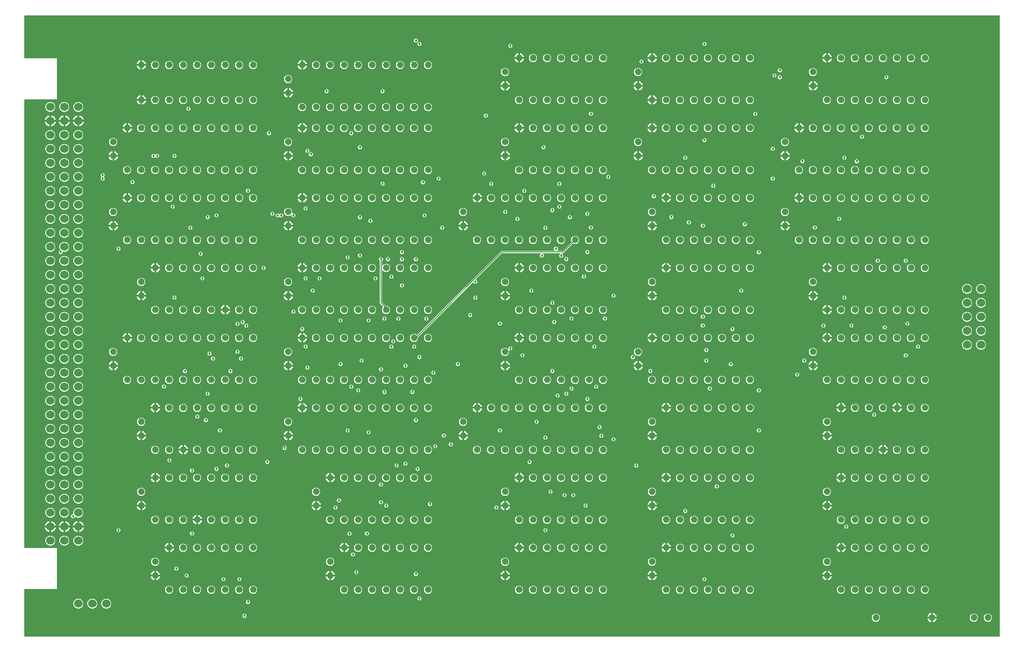
<source format=gbr>
G04 EAGLE Gerber RS-274X export*
G75*
%MOMM*%
%FSLAX34Y34*%
%LPD*%
%INCopper Layer 2*%
%IPPOS*%
%AMOC8*
5,1,8,0,0,1.08239X$1,22.5*%
G01*
%ADD10C,1.219200*%
%ADD11C,1.524000*%
%ADD12C,0.457200*%
%ADD13C,0.127000*%

G36*
X1773248Y3814D02*
X1773248Y3814D01*
X1773267Y3812D01*
X1773369Y3834D01*
X1773471Y3850D01*
X1773488Y3860D01*
X1773508Y3864D01*
X1773597Y3917D01*
X1773688Y3966D01*
X1773702Y3980D01*
X1773719Y3990D01*
X1773786Y4069D01*
X1773858Y4144D01*
X1773866Y4162D01*
X1773879Y4177D01*
X1773918Y4273D01*
X1773961Y4367D01*
X1773963Y4387D01*
X1773971Y4405D01*
X1773989Y4572D01*
X1773989Y1130300D01*
X1773986Y1130320D01*
X1773988Y1130339D01*
X1773966Y1130441D01*
X1773950Y1130543D01*
X1773940Y1130560D01*
X1773936Y1130580D01*
X1773883Y1130669D01*
X1773834Y1130760D01*
X1773820Y1130774D01*
X1773810Y1130791D01*
X1773731Y1130858D01*
X1773656Y1130930D01*
X1773638Y1130938D01*
X1773623Y1130951D01*
X1773527Y1130990D01*
X1773433Y1131033D01*
X1773413Y1131035D01*
X1773395Y1131043D01*
X1773228Y1131061D01*
X4572Y1131061D01*
X4552Y1131058D01*
X4533Y1131060D01*
X4431Y1131038D01*
X4329Y1131022D01*
X4312Y1131012D01*
X4292Y1131008D01*
X4203Y1130955D01*
X4112Y1130906D01*
X4098Y1130892D01*
X4081Y1130882D01*
X4014Y1130803D01*
X3942Y1130728D01*
X3934Y1130710D01*
X3921Y1130695D01*
X3882Y1130599D01*
X3839Y1130505D01*
X3837Y1130485D01*
X3829Y1130467D01*
X3811Y1130300D01*
X3811Y1054100D01*
X3814Y1054080D01*
X3812Y1054061D01*
X3834Y1053959D01*
X3850Y1053857D01*
X3860Y1053840D01*
X3864Y1053820D01*
X3917Y1053731D01*
X3966Y1053640D01*
X3980Y1053626D01*
X3990Y1053609D01*
X4069Y1053542D01*
X4144Y1053471D01*
X4162Y1053462D01*
X4177Y1053449D01*
X4273Y1053410D01*
X4367Y1053367D01*
X4387Y1053365D01*
X4405Y1053357D01*
X4572Y1053339D01*
X62739Y1053339D01*
X62739Y978661D01*
X4572Y978661D01*
X4552Y978658D01*
X4533Y978660D01*
X4431Y978638D01*
X4329Y978621D01*
X4312Y978612D01*
X4292Y978608D01*
X4203Y978555D01*
X4112Y978506D01*
X4098Y978492D01*
X4081Y978482D01*
X4014Y978403D01*
X3942Y978328D01*
X3934Y978310D01*
X3921Y978295D01*
X3882Y978199D01*
X3839Y978105D01*
X3837Y978085D01*
X3829Y978067D01*
X3811Y977900D01*
X3811Y165100D01*
X3814Y165080D01*
X3812Y165061D01*
X3834Y164959D01*
X3850Y164857D01*
X3860Y164840D01*
X3864Y164820D01*
X3917Y164731D01*
X3966Y164640D01*
X3980Y164626D01*
X3990Y164609D01*
X4069Y164542D01*
X4144Y164471D01*
X4162Y164462D01*
X4177Y164449D01*
X4273Y164410D01*
X4367Y164367D01*
X4387Y164365D01*
X4405Y164357D01*
X4572Y164339D01*
X62739Y164339D01*
X62739Y89661D01*
X4572Y89661D01*
X4552Y89658D01*
X4533Y89660D01*
X4431Y89638D01*
X4329Y89622D01*
X4312Y89612D01*
X4292Y89608D01*
X4203Y89555D01*
X4112Y89506D01*
X4098Y89492D01*
X4081Y89482D01*
X4014Y89403D01*
X3942Y89328D01*
X3934Y89310D01*
X3921Y89295D01*
X3882Y89199D01*
X3839Y89105D01*
X3837Y89085D01*
X3829Y89067D01*
X3811Y88900D01*
X3811Y4572D01*
X3814Y4552D01*
X3812Y4533D01*
X3834Y4431D01*
X3850Y4329D01*
X3860Y4312D01*
X3864Y4292D01*
X3917Y4203D01*
X3966Y4112D01*
X3980Y4098D01*
X3990Y4081D01*
X4069Y4014D01*
X4144Y3942D01*
X4162Y3934D01*
X4177Y3921D01*
X4273Y3882D01*
X4367Y3839D01*
X4387Y3837D01*
X4405Y3829D01*
X4572Y3811D01*
X1773228Y3811D01*
X1773248Y3814D01*
G37*
%LPC*%
G36*
X709735Y538733D02*
X709735Y538733D01*
X707027Y539855D01*
X704955Y541927D01*
X703833Y544635D01*
X703833Y547565D01*
X704955Y550273D01*
X707027Y552345D01*
X709735Y553467D01*
X712665Y553467D01*
X715373Y552345D01*
X716111Y551607D01*
X716127Y551596D01*
X716139Y551580D01*
X716227Y551524D01*
X716310Y551464D01*
X716329Y551458D01*
X716346Y551447D01*
X716447Y551422D01*
X716546Y551391D01*
X716565Y551392D01*
X716585Y551387D01*
X716688Y551395D01*
X716791Y551398D01*
X716810Y551405D01*
X716830Y551406D01*
X716925Y551447D01*
X717022Y551482D01*
X717038Y551495D01*
X717056Y551503D01*
X717187Y551607D01*
X869161Y703581D01*
X965951Y703581D01*
X966022Y703592D01*
X966094Y703594D01*
X966143Y703612D01*
X966194Y703620D01*
X966258Y703654D01*
X966325Y703679D01*
X966366Y703711D01*
X966412Y703736D01*
X966461Y703788D01*
X966517Y703832D01*
X966545Y703876D01*
X966581Y703914D01*
X966611Y703979D01*
X966650Y704039D01*
X966663Y704090D01*
X966685Y704137D01*
X966693Y704208D01*
X966710Y704278D01*
X966706Y704330D01*
X966712Y704381D01*
X966696Y704452D01*
X966691Y704523D01*
X966671Y704571D01*
X966659Y704622D01*
X966623Y704683D01*
X966595Y704749D01*
X966550Y704805D01*
X966533Y704833D01*
X966515Y704848D01*
X966490Y704880D01*
X964818Y706552D01*
X964818Y709498D01*
X966902Y711582D01*
X969848Y711582D01*
X971932Y709498D01*
X971932Y706552D01*
X970260Y704880D01*
X970218Y704822D01*
X970169Y704770D01*
X970147Y704723D01*
X970117Y704681D01*
X970096Y704612D01*
X970065Y704547D01*
X970060Y704495D01*
X970044Y704445D01*
X970046Y704374D01*
X970038Y704303D01*
X970049Y704252D01*
X970051Y704200D01*
X970075Y704132D01*
X970091Y704062D01*
X970117Y704017D01*
X970135Y703969D01*
X970180Y703913D01*
X970217Y703851D01*
X970256Y703817D01*
X970289Y703777D01*
X970349Y703738D01*
X970404Y703691D01*
X970452Y703672D01*
X970496Y703644D01*
X970565Y703626D01*
X970632Y703599D01*
X970703Y703591D01*
X970734Y703583D01*
X970758Y703585D01*
X970799Y703581D01*
X979970Y703581D01*
X980060Y703595D01*
X980151Y703603D01*
X980181Y703615D01*
X980213Y703620D01*
X980294Y703663D01*
X980378Y703699D01*
X980410Y703725D01*
X980430Y703736D01*
X980453Y703759D01*
X980509Y703804D01*
X996513Y719808D01*
X996580Y719902D01*
X996651Y719996D01*
X996653Y720003D01*
X996656Y720008D01*
X996690Y720118D01*
X996727Y720230D01*
X996727Y720237D01*
X996729Y720243D01*
X996726Y720359D01*
X996724Y720476D01*
X996722Y720484D01*
X996722Y720488D01*
X996716Y720506D01*
X996678Y720637D01*
X995933Y722435D01*
X995933Y725365D01*
X997055Y728073D01*
X999127Y730145D01*
X1001835Y731267D01*
X1004765Y731267D01*
X1007473Y730145D01*
X1009545Y728073D01*
X1010667Y725365D01*
X1010667Y722435D01*
X1009545Y719727D01*
X1007473Y717655D01*
X1004765Y716533D01*
X1001835Y716533D01*
X1000037Y717278D01*
X999924Y717304D01*
X999810Y717333D01*
X999804Y717332D01*
X999798Y717334D01*
X999681Y717323D01*
X999565Y717314D01*
X999559Y717311D01*
X999553Y717311D01*
X999446Y717263D01*
X999339Y717218D01*
X999333Y717213D01*
X999328Y717211D01*
X999315Y717198D01*
X999208Y717113D01*
X983204Y701109D01*
X981864Y699769D01*
X980324Y699769D01*
X980253Y699758D01*
X980181Y699756D01*
X980132Y699738D01*
X980081Y699730D01*
X980017Y699696D01*
X979950Y699671D01*
X979909Y699639D01*
X979863Y699614D01*
X979814Y699562D01*
X979758Y699518D01*
X979730Y699474D01*
X979694Y699436D01*
X979664Y699371D01*
X979625Y699311D01*
X979612Y699260D01*
X979590Y699213D01*
X979582Y699142D01*
X979565Y699072D01*
X979569Y699020D01*
X979563Y698969D01*
X979579Y698898D01*
X979584Y698827D01*
X979604Y698779D01*
X979616Y698728D01*
X979652Y698667D01*
X979680Y698601D01*
X979725Y698545D01*
X979742Y698517D01*
X979760Y698502D01*
X979785Y698470D01*
X981457Y696798D01*
X981457Y693852D01*
X979373Y691768D01*
X976427Y691768D01*
X974343Y693852D01*
X974343Y696798D01*
X976015Y698470D01*
X976057Y698528D01*
X976106Y698580D01*
X976128Y698627D01*
X976158Y698669D01*
X976179Y698738D01*
X976210Y698803D01*
X976215Y698855D01*
X976231Y698905D01*
X976229Y698976D01*
X976237Y699047D01*
X976226Y699098D01*
X976224Y699150D01*
X976200Y699218D01*
X976184Y699288D01*
X976158Y699333D01*
X976140Y699381D01*
X976095Y699437D01*
X976058Y699499D01*
X976019Y699533D01*
X975986Y699573D01*
X975926Y699612D01*
X975871Y699659D01*
X975823Y699678D01*
X975779Y699706D01*
X975710Y699724D01*
X975643Y699751D01*
X975572Y699759D01*
X975541Y699767D01*
X975517Y699765D01*
X975476Y699769D01*
X945399Y699769D01*
X945328Y699758D01*
X945256Y699756D01*
X945207Y699738D01*
X945156Y699730D01*
X945092Y699696D01*
X945025Y699671D01*
X944984Y699639D01*
X944938Y699614D01*
X944889Y699562D01*
X944833Y699518D01*
X944805Y699474D01*
X944769Y699436D01*
X944739Y699371D01*
X944700Y699311D01*
X944687Y699260D01*
X944665Y699213D01*
X944657Y699142D01*
X944640Y699072D01*
X944644Y699020D01*
X944638Y698969D01*
X944654Y698898D01*
X944659Y698827D01*
X944679Y698779D01*
X944691Y698728D01*
X944727Y698667D01*
X944755Y698601D01*
X944800Y698545D01*
X944817Y698517D01*
X944835Y698502D01*
X944860Y698470D01*
X946532Y696798D01*
X946532Y693852D01*
X944448Y691768D01*
X941502Y691768D01*
X939418Y693852D01*
X939418Y696798D01*
X941090Y698470D01*
X941132Y698528D01*
X941181Y698580D01*
X941203Y698627D01*
X941233Y698669D01*
X941254Y698738D01*
X941285Y698803D01*
X941290Y698855D01*
X941306Y698905D01*
X941304Y698976D01*
X941312Y699047D01*
X941301Y699098D01*
X941299Y699150D01*
X941275Y699218D01*
X941259Y699288D01*
X941233Y699333D01*
X941215Y699381D01*
X941170Y699437D01*
X941133Y699499D01*
X941094Y699533D01*
X941061Y699573D01*
X941001Y699612D01*
X940946Y699659D01*
X940898Y699678D01*
X940854Y699706D01*
X940785Y699724D01*
X940718Y699751D01*
X940647Y699759D01*
X940616Y699767D01*
X940592Y699765D01*
X940551Y699769D01*
X871055Y699769D01*
X870965Y699755D01*
X870874Y699747D01*
X870844Y699735D01*
X870812Y699730D01*
X870731Y699687D01*
X870647Y699651D01*
X870615Y699625D01*
X870595Y699614D01*
X870572Y699591D01*
X870516Y699546D01*
X823526Y652556D01*
X823485Y652498D01*
X823435Y652446D01*
X823413Y652399D01*
X823383Y652357D01*
X823362Y652288D01*
X823332Y652223D01*
X823326Y652171D01*
X823310Y652121D01*
X823312Y652050D01*
X823304Y651979D01*
X823315Y651928D01*
X823317Y651876D01*
X823341Y651808D01*
X823357Y651738D01*
X823383Y651693D01*
X823401Y651645D01*
X823446Y651589D01*
X823483Y651527D01*
X823522Y651493D01*
X823555Y651453D01*
X823615Y651414D01*
X823670Y651367D01*
X823700Y651355D01*
X825882Y649173D01*
X825882Y646227D01*
X823798Y644143D01*
X820852Y644143D01*
X818676Y646319D01*
X818670Y646334D01*
X818638Y646374D01*
X818613Y646420D01*
X818561Y646470D01*
X818517Y646526D01*
X818473Y646554D01*
X818435Y646590D01*
X818370Y646620D01*
X818310Y646659D01*
X818259Y646672D01*
X818212Y646693D01*
X818141Y646701D01*
X818071Y646719D01*
X818019Y646715D01*
X817968Y646721D01*
X817897Y646705D01*
X817826Y646700D01*
X817778Y646679D01*
X817727Y646668D01*
X817666Y646631D01*
X817600Y646603D01*
X817544Y646559D01*
X817516Y646542D01*
X817501Y646524D01*
X817469Y646499D01*
X718790Y547820D01*
X718737Y547746D01*
X718677Y547676D01*
X718665Y547646D01*
X718646Y547620D01*
X718619Y547533D01*
X718585Y547448D01*
X718581Y547407D01*
X718574Y547385D01*
X718575Y547353D01*
X718567Y547281D01*
X718567Y544635D01*
X717445Y541927D01*
X715373Y539855D01*
X712665Y538733D01*
X709735Y538733D01*
G37*
%LPD*%
%LPC*%
G36*
X658935Y589533D02*
X658935Y589533D01*
X656227Y590655D01*
X654155Y592727D01*
X653033Y595435D01*
X653033Y598365D01*
X654155Y601073D01*
X654893Y601811D01*
X654904Y601827D01*
X654920Y601839D01*
X654976Y601927D01*
X655036Y602010D01*
X655042Y602029D01*
X655053Y602046D01*
X655078Y602147D01*
X655109Y602246D01*
X655108Y602265D01*
X655113Y602285D01*
X655105Y602388D01*
X655102Y602491D01*
X655095Y602510D01*
X655094Y602530D01*
X655053Y602625D01*
X655018Y602722D01*
X655005Y602738D01*
X654997Y602756D01*
X654893Y602887D01*
X648969Y608811D01*
X648969Y685535D01*
X648955Y685626D01*
X648947Y685716D01*
X648935Y685746D01*
X648930Y685778D01*
X648887Y685859D01*
X648851Y685943D01*
X648825Y685975D01*
X648814Y685996D01*
X648791Y686018D01*
X648746Y686074D01*
X647318Y687502D01*
X647318Y690448D01*
X649402Y692532D01*
X652348Y692532D01*
X654432Y690448D01*
X654432Y687502D01*
X653004Y686074D01*
X652951Y686000D01*
X652891Y685930D01*
X652879Y685900D01*
X652860Y685874D01*
X652833Y685787D01*
X652799Y685702D01*
X652795Y685661D01*
X652788Y685639D01*
X652789Y685607D01*
X652781Y685535D01*
X652781Y677737D01*
X652792Y677666D01*
X652794Y677594D01*
X652812Y677545D01*
X652820Y677494D01*
X652854Y677431D01*
X652879Y677363D01*
X652911Y677323D01*
X652936Y677277D01*
X652988Y677227D01*
X653032Y677171D01*
X653076Y677143D01*
X653114Y677107D01*
X653179Y677077D01*
X653239Y677038D01*
X653290Y677025D01*
X653337Y677004D01*
X653408Y676996D01*
X653478Y676978D01*
X653530Y676982D01*
X653581Y676976D01*
X653652Y676992D01*
X653723Y676997D01*
X653771Y677018D01*
X653822Y677029D01*
X653883Y677066D01*
X653949Y677094D01*
X654005Y677138D01*
X654033Y677155D01*
X654048Y677173D01*
X654080Y677198D01*
X656227Y679345D01*
X658935Y680467D01*
X661865Y680467D01*
X664573Y679345D01*
X666645Y677273D01*
X667767Y674565D01*
X667767Y671635D01*
X666645Y668927D01*
X664573Y666855D01*
X661865Y665733D01*
X658935Y665733D01*
X656227Y666855D01*
X654080Y669002D01*
X654022Y669043D01*
X653970Y669093D01*
X653923Y669115D01*
X653881Y669145D01*
X653812Y669166D01*
X653747Y669196D01*
X653695Y669202D01*
X653645Y669218D01*
X653574Y669216D01*
X653503Y669224D01*
X653452Y669212D01*
X653400Y669211D01*
X653332Y669187D01*
X653262Y669171D01*
X653217Y669145D01*
X653169Y669127D01*
X653113Y669082D01*
X653051Y669045D01*
X653017Y669006D01*
X652977Y668973D01*
X652938Y668913D01*
X652891Y668858D01*
X652872Y668810D01*
X652844Y668766D01*
X652826Y668697D01*
X652799Y668630D01*
X652791Y668559D01*
X652783Y668528D01*
X652785Y668504D01*
X652781Y668463D01*
X652781Y610705D01*
X652795Y610615D01*
X652803Y610524D01*
X652815Y610494D01*
X652820Y610462D01*
X652863Y610381D01*
X652899Y610297D01*
X652925Y610265D01*
X652936Y610245D01*
X652959Y610222D01*
X653004Y610166D01*
X658680Y604490D01*
X658754Y604437D01*
X658824Y604377D01*
X658854Y604365D01*
X658880Y604346D01*
X658967Y604319D01*
X659052Y604285D01*
X659093Y604281D01*
X659115Y604274D01*
X659147Y604275D01*
X659219Y604267D01*
X661865Y604267D01*
X664573Y603145D01*
X666645Y601073D01*
X667767Y598365D01*
X667767Y595435D01*
X666645Y592727D01*
X664573Y590655D01*
X661865Y589533D01*
X658935Y589533D01*
G37*
%LPD*%
%LPC*%
G36*
X90602Y218693D02*
X90602Y218693D01*
X88518Y220777D01*
X88518Y223723D01*
X90602Y225807D01*
X91994Y225807D01*
X92040Y225814D01*
X92086Y225812D01*
X92161Y225834D01*
X92237Y225846D01*
X92278Y225868D01*
X92322Y225881D01*
X92386Y225925D01*
X92455Y225962D01*
X92486Y225995D01*
X92524Y226021D01*
X92570Y226084D01*
X92624Y226140D01*
X92643Y226181D01*
X92671Y226218D01*
X92695Y226293D01*
X92728Y226363D01*
X92733Y226409D01*
X92747Y226452D01*
X92746Y226530D01*
X92755Y226607D01*
X92745Y226652D01*
X92744Y226698D01*
X92709Y226820D01*
X92709Y230368D01*
X94063Y233636D01*
X96564Y236137D01*
X99832Y237491D01*
X103368Y237491D01*
X106636Y236137D01*
X109137Y233636D01*
X110491Y230368D01*
X110491Y226832D01*
X109137Y223564D01*
X106636Y221063D01*
X103368Y219709D01*
X99832Y219709D01*
X96577Y221057D01*
X96463Y221084D01*
X96350Y221113D01*
X96344Y221112D01*
X96337Y221114D01*
X96221Y221103D01*
X96105Y221093D01*
X96099Y221091D01*
X96093Y221090D01*
X95985Y221043D01*
X95878Y220997D01*
X95872Y220992D01*
X95868Y220990D01*
X95854Y220978D01*
X95747Y220892D01*
X93548Y218693D01*
X90602Y218693D01*
G37*
%LPD*%
%LPC*%
G36*
X68377Y698118D02*
X68377Y698118D01*
X66293Y700202D01*
X66293Y703148D01*
X68492Y705347D01*
X68560Y705441D01*
X68630Y705536D01*
X68632Y705542D01*
X68636Y705547D01*
X68670Y705658D01*
X68706Y705770D01*
X68706Y705776D01*
X68708Y705782D01*
X68705Y705899D01*
X68704Y706016D01*
X68702Y706023D01*
X68702Y706028D01*
X68696Y706045D01*
X68657Y706177D01*
X67309Y709432D01*
X67309Y712968D01*
X68663Y716236D01*
X71164Y718737D01*
X74432Y720091D01*
X77968Y720091D01*
X81236Y718737D01*
X83737Y716236D01*
X85091Y712968D01*
X85091Y709432D01*
X83737Y706164D01*
X81236Y703663D01*
X77968Y702309D01*
X74412Y702309D01*
X74373Y702328D01*
X74296Y702336D01*
X74220Y702354D01*
X74174Y702350D01*
X74129Y702355D01*
X74052Y702338D01*
X73975Y702331D01*
X73933Y702312D01*
X73888Y702302D01*
X73821Y702262D01*
X73750Y702231D01*
X73716Y702200D01*
X73677Y702176D01*
X73626Y702117D01*
X73569Y702064D01*
X73547Y702024D01*
X73517Y701989D01*
X73488Y701917D01*
X73451Y701849D01*
X73442Y701804D01*
X73425Y701761D01*
X73410Y701625D01*
X73407Y701607D01*
X73408Y701602D01*
X73407Y701594D01*
X73407Y700202D01*
X71323Y698118D01*
X68377Y698118D01*
G37*
%LPD*%
%LPC*%
G36*
X125232Y54609D02*
X125232Y54609D01*
X121964Y55963D01*
X119463Y58464D01*
X118109Y61732D01*
X118109Y65268D01*
X119463Y68536D01*
X121964Y71037D01*
X125232Y72391D01*
X128768Y72391D01*
X132036Y71037D01*
X134537Y68536D01*
X135891Y65268D01*
X135891Y61732D01*
X134537Y58464D01*
X132036Y55963D01*
X128768Y54609D01*
X125232Y54609D01*
G37*
%LPD*%
%LPC*%
G36*
X150632Y54609D02*
X150632Y54609D01*
X147364Y55963D01*
X144863Y58464D01*
X143509Y61732D01*
X143509Y65268D01*
X144863Y68536D01*
X147364Y71037D01*
X150632Y72391D01*
X154168Y72391D01*
X157436Y71037D01*
X159937Y68536D01*
X161291Y65268D01*
X161291Y61732D01*
X159937Y58464D01*
X157436Y55963D01*
X154168Y54609D01*
X150632Y54609D01*
G37*
%LPD*%
%LPC*%
G36*
X49032Y549909D02*
X49032Y549909D01*
X45764Y551263D01*
X43263Y553764D01*
X41909Y557032D01*
X41909Y560568D01*
X43263Y563836D01*
X45764Y566337D01*
X49032Y567691D01*
X52568Y567691D01*
X55836Y566337D01*
X58337Y563836D01*
X59691Y560568D01*
X59691Y557032D01*
X58337Y553764D01*
X55836Y551263D01*
X52568Y549909D01*
X49032Y549909D01*
G37*
%LPD*%
%LPC*%
G36*
X1712732Y549909D02*
X1712732Y549909D01*
X1709464Y551263D01*
X1706963Y553764D01*
X1705609Y557032D01*
X1705609Y560568D01*
X1706963Y563836D01*
X1709464Y566337D01*
X1712732Y567691D01*
X1716268Y567691D01*
X1719536Y566337D01*
X1722037Y563836D01*
X1723391Y560568D01*
X1723391Y557032D01*
X1722037Y553764D01*
X1719536Y551263D01*
X1716268Y549909D01*
X1712732Y549909D01*
G37*
%LPD*%
%LPC*%
G36*
X99832Y549909D02*
X99832Y549909D01*
X96564Y551263D01*
X94063Y553764D01*
X92709Y557032D01*
X92709Y560568D01*
X94063Y563836D01*
X96564Y566337D01*
X99832Y567691D01*
X103368Y567691D01*
X106636Y566337D01*
X109137Y563836D01*
X110491Y560568D01*
X110491Y557032D01*
X109137Y553764D01*
X106636Y551263D01*
X103368Y549909D01*
X99832Y549909D01*
G37*
%LPD*%
%LPC*%
G36*
X99832Y524509D02*
X99832Y524509D01*
X96564Y525863D01*
X94063Y528364D01*
X92709Y531632D01*
X92709Y535168D01*
X94063Y538436D01*
X96564Y540937D01*
X99832Y542291D01*
X103368Y542291D01*
X106636Y540937D01*
X109137Y538436D01*
X110491Y535168D01*
X110491Y531632D01*
X109137Y528364D01*
X106636Y525863D01*
X103368Y524509D01*
X99832Y524509D01*
G37*
%LPD*%
%LPC*%
G36*
X74432Y524509D02*
X74432Y524509D01*
X71164Y525863D01*
X68663Y528364D01*
X67309Y531632D01*
X67309Y535168D01*
X68663Y538436D01*
X71164Y540937D01*
X74432Y542291D01*
X77968Y542291D01*
X81236Y540937D01*
X83737Y538436D01*
X85091Y535168D01*
X85091Y531632D01*
X83737Y528364D01*
X81236Y525863D01*
X77968Y524509D01*
X74432Y524509D01*
G37*
%LPD*%
%LPC*%
G36*
X49032Y524509D02*
X49032Y524509D01*
X45764Y525863D01*
X43263Y528364D01*
X41909Y531632D01*
X41909Y535168D01*
X43263Y538436D01*
X45764Y540937D01*
X49032Y542291D01*
X52568Y542291D01*
X55836Y540937D01*
X58337Y538436D01*
X59691Y535168D01*
X59691Y531632D01*
X58337Y528364D01*
X55836Y525863D01*
X52568Y524509D01*
X49032Y524509D01*
G37*
%LPD*%
%LPC*%
G36*
X1738132Y524509D02*
X1738132Y524509D01*
X1734864Y525863D01*
X1732363Y528364D01*
X1731009Y531632D01*
X1731009Y535168D01*
X1732363Y538436D01*
X1734864Y540937D01*
X1738132Y542291D01*
X1741668Y542291D01*
X1744936Y540937D01*
X1747437Y538436D01*
X1748791Y535168D01*
X1748791Y531632D01*
X1747437Y528364D01*
X1744936Y525863D01*
X1741668Y524509D01*
X1738132Y524509D01*
G37*
%LPD*%
%LPC*%
G36*
X99832Y956309D02*
X99832Y956309D01*
X96564Y957663D01*
X94063Y960164D01*
X92709Y963432D01*
X92709Y966968D01*
X94063Y970236D01*
X96564Y972737D01*
X99832Y974091D01*
X103368Y974091D01*
X106636Y972737D01*
X109137Y970236D01*
X110491Y966968D01*
X110491Y963432D01*
X109137Y960164D01*
X106636Y957663D01*
X103368Y956309D01*
X99832Y956309D01*
G37*
%LPD*%
%LPC*%
G36*
X99832Y499109D02*
X99832Y499109D01*
X96564Y500463D01*
X94063Y502964D01*
X92709Y506232D01*
X92709Y509768D01*
X94063Y513036D01*
X96564Y515537D01*
X99832Y516891D01*
X103368Y516891D01*
X106636Y515537D01*
X109137Y513036D01*
X110491Y509768D01*
X110491Y506232D01*
X109137Y502964D01*
X106636Y500463D01*
X103368Y499109D01*
X99832Y499109D01*
G37*
%LPD*%
%LPC*%
G36*
X74432Y499109D02*
X74432Y499109D01*
X71164Y500463D01*
X68663Y502964D01*
X67309Y506232D01*
X67309Y509768D01*
X68663Y513036D01*
X71164Y515537D01*
X74432Y516891D01*
X77968Y516891D01*
X81236Y515537D01*
X83737Y513036D01*
X85091Y509768D01*
X85091Y506232D01*
X83737Y502964D01*
X81236Y500463D01*
X77968Y499109D01*
X74432Y499109D01*
G37*
%LPD*%
%LPC*%
G36*
X49032Y499109D02*
X49032Y499109D01*
X45764Y500463D01*
X43263Y502964D01*
X41909Y506232D01*
X41909Y509768D01*
X43263Y513036D01*
X45764Y515537D01*
X49032Y516891D01*
X52568Y516891D01*
X55836Y515537D01*
X58337Y513036D01*
X59691Y509768D01*
X59691Y506232D01*
X58337Y502964D01*
X55836Y500463D01*
X52568Y499109D01*
X49032Y499109D01*
G37*
%LPD*%
%LPC*%
G36*
X99832Y473709D02*
X99832Y473709D01*
X96564Y475063D01*
X94063Y477564D01*
X92709Y480832D01*
X92709Y484368D01*
X94063Y487636D01*
X96564Y490137D01*
X99832Y491491D01*
X103368Y491491D01*
X106636Y490137D01*
X109137Y487636D01*
X110491Y484368D01*
X110491Y480832D01*
X109137Y477564D01*
X106636Y475063D01*
X103368Y473709D01*
X99832Y473709D01*
G37*
%LPD*%
%LPC*%
G36*
X74432Y473709D02*
X74432Y473709D01*
X71164Y475063D01*
X68663Y477564D01*
X67309Y480832D01*
X67309Y484368D01*
X68663Y487636D01*
X71164Y490137D01*
X74432Y491491D01*
X77968Y491491D01*
X81236Y490137D01*
X83737Y487636D01*
X85091Y484368D01*
X85091Y480832D01*
X83737Y477564D01*
X81236Y475063D01*
X77968Y473709D01*
X74432Y473709D01*
G37*
%LPD*%
%LPC*%
G36*
X49032Y473709D02*
X49032Y473709D01*
X45764Y475063D01*
X43263Y477564D01*
X41909Y480832D01*
X41909Y484368D01*
X43263Y487636D01*
X45764Y490137D01*
X49032Y491491D01*
X52568Y491491D01*
X55836Y490137D01*
X58337Y487636D01*
X59691Y484368D01*
X59691Y480832D01*
X58337Y477564D01*
X55836Y475063D01*
X52568Y473709D01*
X49032Y473709D01*
G37*
%LPD*%
%LPC*%
G36*
X49032Y575309D02*
X49032Y575309D01*
X45764Y576663D01*
X43263Y579164D01*
X41909Y582432D01*
X41909Y585968D01*
X43263Y589236D01*
X45764Y591737D01*
X49032Y593091D01*
X52568Y593091D01*
X55836Y591737D01*
X58337Y589236D01*
X59691Y585968D01*
X59691Y582432D01*
X58337Y579164D01*
X55836Y576663D01*
X52568Y575309D01*
X49032Y575309D01*
G37*
%LPD*%
%LPC*%
G36*
X74432Y575309D02*
X74432Y575309D01*
X71164Y576663D01*
X68663Y579164D01*
X67309Y582432D01*
X67309Y585968D01*
X68663Y589236D01*
X71164Y591737D01*
X74432Y593091D01*
X77968Y593091D01*
X81236Y591737D01*
X83737Y589236D01*
X85091Y585968D01*
X85091Y582432D01*
X83737Y579164D01*
X81236Y576663D01*
X77968Y575309D01*
X74432Y575309D01*
G37*
%LPD*%
%LPC*%
G36*
X99832Y575309D02*
X99832Y575309D01*
X96564Y576663D01*
X94063Y579164D01*
X92709Y582432D01*
X92709Y585968D01*
X94063Y589236D01*
X96564Y591737D01*
X99832Y593091D01*
X103368Y593091D01*
X106636Y591737D01*
X109137Y589236D01*
X110491Y585968D01*
X110491Y582432D01*
X109137Y579164D01*
X106636Y576663D01*
X103368Y575309D01*
X99832Y575309D01*
G37*
%LPD*%
%LPC*%
G36*
X1712732Y575309D02*
X1712732Y575309D01*
X1709464Y576663D01*
X1706963Y579164D01*
X1705609Y582432D01*
X1705609Y585968D01*
X1706963Y589236D01*
X1709464Y591737D01*
X1712732Y593091D01*
X1716268Y593091D01*
X1719536Y591737D01*
X1722037Y589236D01*
X1723391Y585968D01*
X1723391Y582432D01*
X1722037Y579164D01*
X1719536Y576663D01*
X1716268Y575309D01*
X1712732Y575309D01*
G37*
%LPD*%
%LPC*%
G36*
X1738132Y575309D02*
X1738132Y575309D01*
X1734864Y576663D01*
X1732363Y579164D01*
X1731009Y582432D01*
X1731009Y585968D01*
X1732363Y589236D01*
X1734864Y591737D01*
X1738132Y593091D01*
X1741668Y593091D01*
X1744936Y591737D01*
X1747437Y589236D01*
X1748791Y585968D01*
X1748791Y582432D01*
X1747437Y579164D01*
X1744936Y576663D01*
X1741668Y575309D01*
X1738132Y575309D01*
G37*
%LPD*%
%LPC*%
G36*
X49032Y600709D02*
X49032Y600709D01*
X45764Y602063D01*
X43263Y604564D01*
X41909Y607832D01*
X41909Y611368D01*
X43263Y614636D01*
X45764Y617137D01*
X49032Y618491D01*
X52568Y618491D01*
X55836Y617137D01*
X58337Y614636D01*
X59691Y611368D01*
X59691Y607832D01*
X58337Y604564D01*
X55836Y602063D01*
X52568Y600709D01*
X49032Y600709D01*
G37*
%LPD*%
%LPC*%
G36*
X74432Y600709D02*
X74432Y600709D01*
X71164Y602063D01*
X68663Y604564D01*
X67309Y607832D01*
X67309Y611368D01*
X68663Y614636D01*
X71164Y617137D01*
X74432Y618491D01*
X77968Y618491D01*
X81236Y617137D01*
X83737Y614636D01*
X85091Y611368D01*
X85091Y607832D01*
X83737Y604564D01*
X81236Y602063D01*
X77968Y600709D01*
X74432Y600709D01*
G37*
%LPD*%
%LPC*%
G36*
X99832Y600709D02*
X99832Y600709D01*
X96564Y602063D01*
X94063Y604564D01*
X92709Y607832D01*
X92709Y611368D01*
X94063Y614636D01*
X96564Y617137D01*
X99832Y618491D01*
X103368Y618491D01*
X106636Y617137D01*
X109137Y614636D01*
X110491Y611368D01*
X110491Y607832D01*
X109137Y604564D01*
X106636Y602063D01*
X103368Y600709D01*
X99832Y600709D01*
G37*
%LPD*%
%LPC*%
G36*
X1712732Y600709D02*
X1712732Y600709D01*
X1709464Y602063D01*
X1706963Y604564D01*
X1705609Y607832D01*
X1705609Y611368D01*
X1706963Y614636D01*
X1709464Y617137D01*
X1712732Y618491D01*
X1716268Y618491D01*
X1719536Y617137D01*
X1722037Y614636D01*
X1723391Y611368D01*
X1723391Y607832D01*
X1722037Y604564D01*
X1719536Y602063D01*
X1716268Y600709D01*
X1712732Y600709D01*
G37*
%LPD*%
%LPC*%
G36*
X1738132Y600709D02*
X1738132Y600709D01*
X1734864Y602063D01*
X1732363Y604564D01*
X1731009Y607832D01*
X1731009Y611368D01*
X1732363Y614636D01*
X1734864Y617137D01*
X1738132Y618491D01*
X1741668Y618491D01*
X1744936Y617137D01*
X1747437Y614636D01*
X1748791Y611368D01*
X1748791Y607832D01*
X1747437Y604564D01*
X1744936Y602063D01*
X1741668Y600709D01*
X1738132Y600709D01*
G37*
%LPD*%
%LPC*%
G36*
X99832Y448309D02*
X99832Y448309D01*
X96564Y449663D01*
X94063Y452164D01*
X92709Y455432D01*
X92709Y458968D01*
X94063Y462236D01*
X96564Y464737D01*
X99832Y466091D01*
X103368Y466091D01*
X106636Y464737D01*
X109137Y462236D01*
X110491Y458968D01*
X110491Y455432D01*
X109137Y452164D01*
X106636Y449663D01*
X103368Y448309D01*
X99832Y448309D01*
G37*
%LPD*%
%LPC*%
G36*
X74432Y448309D02*
X74432Y448309D01*
X71164Y449663D01*
X68663Y452164D01*
X67309Y455432D01*
X67309Y458968D01*
X68663Y462236D01*
X71164Y464737D01*
X74432Y466091D01*
X77968Y466091D01*
X81236Y464737D01*
X83737Y462236D01*
X85091Y458968D01*
X85091Y455432D01*
X83737Y452164D01*
X81236Y449663D01*
X77968Y448309D01*
X74432Y448309D01*
G37*
%LPD*%
%LPC*%
G36*
X49032Y448309D02*
X49032Y448309D01*
X45764Y449663D01*
X43263Y452164D01*
X41909Y455432D01*
X41909Y458968D01*
X43263Y462236D01*
X45764Y464737D01*
X49032Y466091D01*
X52568Y466091D01*
X55836Y464737D01*
X58337Y462236D01*
X59691Y458968D01*
X59691Y455432D01*
X58337Y452164D01*
X55836Y449663D01*
X52568Y448309D01*
X49032Y448309D01*
G37*
%LPD*%
%LPC*%
G36*
X99832Y422909D02*
X99832Y422909D01*
X96564Y424263D01*
X94063Y426764D01*
X92709Y430032D01*
X92709Y433568D01*
X94063Y436836D01*
X96564Y439337D01*
X99832Y440691D01*
X103368Y440691D01*
X106636Y439337D01*
X109137Y436836D01*
X110491Y433568D01*
X110491Y430032D01*
X109137Y426764D01*
X106636Y424263D01*
X103368Y422909D01*
X99832Y422909D01*
G37*
%LPD*%
%LPC*%
G36*
X74432Y422909D02*
X74432Y422909D01*
X71164Y424263D01*
X68663Y426764D01*
X67309Y430032D01*
X67309Y433568D01*
X68663Y436836D01*
X71164Y439337D01*
X74432Y440691D01*
X77968Y440691D01*
X81236Y439337D01*
X83737Y436836D01*
X85091Y433568D01*
X85091Y430032D01*
X83737Y426764D01*
X81236Y424263D01*
X77968Y422909D01*
X74432Y422909D01*
G37*
%LPD*%
%LPC*%
G36*
X49032Y626109D02*
X49032Y626109D01*
X45764Y627463D01*
X43263Y629964D01*
X41909Y633232D01*
X41909Y636768D01*
X43263Y640036D01*
X45764Y642537D01*
X49032Y643891D01*
X52568Y643891D01*
X55836Y642537D01*
X58337Y640036D01*
X59691Y636768D01*
X59691Y633232D01*
X58337Y629964D01*
X55836Y627463D01*
X52568Y626109D01*
X49032Y626109D01*
G37*
%LPD*%
%LPC*%
G36*
X74432Y626109D02*
X74432Y626109D01*
X71164Y627463D01*
X68663Y629964D01*
X67309Y633232D01*
X67309Y636768D01*
X68663Y640036D01*
X71164Y642537D01*
X74432Y643891D01*
X77968Y643891D01*
X81236Y642537D01*
X83737Y640036D01*
X85091Y636768D01*
X85091Y633232D01*
X83737Y629964D01*
X81236Y627463D01*
X77968Y626109D01*
X74432Y626109D01*
G37*
%LPD*%
%LPC*%
G36*
X1738132Y626109D02*
X1738132Y626109D01*
X1734864Y627463D01*
X1732363Y629964D01*
X1731009Y633232D01*
X1731009Y636768D01*
X1732363Y640036D01*
X1734864Y642537D01*
X1738132Y643891D01*
X1741668Y643891D01*
X1744936Y642537D01*
X1747437Y640036D01*
X1748791Y636768D01*
X1748791Y633232D01*
X1747437Y629964D01*
X1744936Y627463D01*
X1741668Y626109D01*
X1738132Y626109D01*
G37*
%LPD*%
%LPC*%
G36*
X99832Y626109D02*
X99832Y626109D01*
X96564Y627463D01*
X94063Y629964D01*
X92709Y633232D01*
X92709Y636768D01*
X94063Y640036D01*
X96564Y642537D01*
X99832Y643891D01*
X103368Y643891D01*
X106636Y642537D01*
X109137Y640036D01*
X110491Y636768D01*
X110491Y633232D01*
X109137Y629964D01*
X106636Y627463D01*
X103368Y626109D01*
X99832Y626109D01*
G37*
%LPD*%
%LPC*%
G36*
X1712732Y626109D02*
X1712732Y626109D01*
X1709464Y627463D01*
X1706963Y629964D01*
X1705609Y633232D01*
X1705609Y636768D01*
X1706963Y640036D01*
X1709464Y642537D01*
X1712732Y643891D01*
X1716268Y643891D01*
X1719536Y642537D01*
X1722037Y640036D01*
X1723391Y636768D01*
X1723391Y633232D01*
X1722037Y629964D01*
X1719536Y627463D01*
X1716268Y626109D01*
X1712732Y626109D01*
G37*
%LPD*%
%LPC*%
G36*
X49032Y422909D02*
X49032Y422909D01*
X45764Y424263D01*
X43263Y426764D01*
X41909Y430032D01*
X41909Y433568D01*
X43263Y436836D01*
X45764Y439337D01*
X49032Y440691D01*
X52568Y440691D01*
X55836Y439337D01*
X58337Y436836D01*
X59691Y433568D01*
X59691Y430032D01*
X58337Y426764D01*
X55836Y424263D01*
X52568Y422909D01*
X49032Y422909D01*
G37*
%LPD*%
%LPC*%
G36*
X49032Y651509D02*
X49032Y651509D01*
X45764Y652863D01*
X43263Y655364D01*
X41909Y658632D01*
X41909Y662168D01*
X43263Y665436D01*
X45764Y667937D01*
X49032Y669291D01*
X52568Y669291D01*
X55836Y667937D01*
X58337Y665436D01*
X59691Y662168D01*
X59691Y658632D01*
X58337Y655364D01*
X55836Y652863D01*
X52568Y651509D01*
X49032Y651509D01*
G37*
%LPD*%
%LPC*%
G36*
X74432Y651509D02*
X74432Y651509D01*
X71164Y652863D01*
X68663Y655364D01*
X67309Y658632D01*
X67309Y662168D01*
X68663Y665436D01*
X71164Y667937D01*
X74432Y669291D01*
X77968Y669291D01*
X81236Y667937D01*
X83737Y665436D01*
X85091Y662168D01*
X85091Y658632D01*
X83737Y655364D01*
X81236Y652863D01*
X77968Y651509D01*
X74432Y651509D01*
G37*
%LPD*%
%LPC*%
G36*
X99832Y651509D02*
X99832Y651509D01*
X96564Y652863D01*
X94063Y655364D01*
X92709Y658632D01*
X92709Y662168D01*
X94063Y665436D01*
X96564Y667937D01*
X99832Y669291D01*
X103368Y669291D01*
X106636Y667937D01*
X109137Y665436D01*
X110491Y662168D01*
X110491Y658632D01*
X109137Y655364D01*
X106636Y652863D01*
X103368Y651509D01*
X99832Y651509D01*
G37*
%LPD*%
%LPC*%
G36*
X99832Y397509D02*
X99832Y397509D01*
X96564Y398863D01*
X94063Y401364D01*
X92709Y404632D01*
X92709Y408168D01*
X94063Y411436D01*
X96564Y413937D01*
X99832Y415291D01*
X103368Y415291D01*
X106636Y413937D01*
X109137Y411436D01*
X110491Y408168D01*
X110491Y404632D01*
X109137Y401364D01*
X106636Y398863D01*
X103368Y397509D01*
X99832Y397509D01*
G37*
%LPD*%
%LPC*%
G36*
X74432Y397509D02*
X74432Y397509D01*
X71164Y398863D01*
X68663Y401364D01*
X67309Y404632D01*
X67309Y408168D01*
X68663Y411436D01*
X71164Y413937D01*
X74432Y415291D01*
X77968Y415291D01*
X81236Y413937D01*
X83737Y411436D01*
X85091Y408168D01*
X85091Y404632D01*
X83737Y401364D01*
X81236Y398863D01*
X77968Y397509D01*
X74432Y397509D01*
G37*
%LPD*%
%LPC*%
G36*
X99832Y54609D02*
X99832Y54609D01*
X96564Y55963D01*
X94063Y58464D01*
X92709Y61732D01*
X92709Y65268D01*
X94063Y68536D01*
X96564Y71037D01*
X99832Y72391D01*
X103368Y72391D01*
X106636Y71037D01*
X109137Y68536D01*
X110491Y65268D01*
X110491Y61732D01*
X109137Y58464D01*
X106636Y55963D01*
X103368Y54609D01*
X99832Y54609D01*
G37*
%LPD*%
%LPC*%
G36*
X74432Y676909D02*
X74432Y676909D01*
X71164Y678263D01*
X68663Y680764D01*
X67309Y684032D01*
X67309Y687568D01*
X68663Y690836D01*
X71164Y693337D01*
X74432Y694691D01*
X77968Y694691D01*
X81236Y693337D01*
X83737Y690836D01*
X85091Y687568D01*
X85091Y684032D01*
X83737Y680764D01*
X81236Y678263D01*
X77968Y676909D01*
X74432Y676909D01*
G37*
%LPD*%
%LPC*%
G36*
X99832Y676909D02*
X99832Y676909D01*
X96564Y678263D01*
X94063Y680764D01*
X92709Y684032D01*
X92709Y687568D01*
X94063Y690836D01*
X96564Y693337D01*
X99832Y694691D01*
X103368Y694691D01*
X106636Y693337D01*
X109137Y690836D01*
X110491Y687568D01*
X110491Y684032D01*
X109137Y680764D01*
X106636Y678263D01*
X103368Y676909D01*
X99832Y676909D01*
G37*
%LPD*%
%LPC*%
G36*
X49032Y676909D02*
X49032Y676909D01*
X45764Y678263D01*
X43263Y680764D01*
X41909Y684032D01*
X41909Y687568D01*
X43263Y690836D01*
X45764Y693337D01*
X49032Y694691D01*
X52568Y694691D01*
X55836Y693337D01*
X58337Y690836D01*
X59691Y687568D01*
X59691Y684032D01*
X58337Y680764D01*
X55836Y678263D01*
X52568Y676909D01*
X49032Y676909D01*
G37*
%LPD*%
%LPC*%
G36*
X49032Y397509D02*
X49032Y397509D01*
X45764Y398863D01*
X43263Y401364D01*
X41909Y404632D01*
X41909Y408168D01*
X43263Y411436D01*
X45764Y413937D01*
X49032Y415291D01*
X52568Y415291D01*
X55836Y413937D01*
X58337Y411436D01*
X59691Y408168D01*
X59691Y404632D01*
X58337Y401364D01*
X55836Y398863D01*
X52568Y397509D01*
X49032Y397509D01*
G37*
%LPD*%
%LPC*%
G36*
X74432Y372109D02*
X74432Y372109D01*
X71164Y373463D01*
X68663Y375964D01*
X67309Y379232D01*
X67309Y382768D01*
X68663Y386036D01*
X71164Y388537D01*
X74432Y389891D01*
X77968Y389891D01*
X81236Y388537D01*
X83737Y386036D01*
X85091Y382768D01*
X85091Y379232D01*
X83737Y375964D01*
X81236Y373463D01*
X77968Y372109D01*
X74432Y372109D01*
G37*
%LPD*%
%LPC*%
G36*
X74432Y549909D02*
X74432Y549909D01*
X71164Y551263D01*
X68663Y553764D01*
X67309Y557032D01*
X67309Y560568D01*
X68663Y563836D01*
X71164Y566337D01*
X74432Y567691D01*
X77968Y567691D01*
X81236Y566337D01*
X83737Y563836D01*
X85091Y560568D01*
X85091Y557032D01*
X83737Y553764D01*
X81236Y551263D01*
X77968Y549909D01*
X74432Y549909D01*
G37*
%LPD*%
%LPC*%
G36*
X99832Y702309D02*
X99832Y702309D01*
X96564Y703663D01*
X94063Y706164D01*
X92709Y709432D01*
X92709Y712968D01*
X94063Y716236D01*
X96564Y718737D01*
X99832Y720091D01*
X103368Y720091D01*
X106636Y718737D01*
X109137Y716236D01*
X110491Y712968D01*
X110491Y709432D01*
X109137Y706164D01*
X106636Y703663D01*
X103368Y702309D01*
X99832Y702309D01*
G37*
%LPD*%
%LPC*%
G36*
X49032Y702309D02*
X49032Y702309D01*
X45764Y703663D01*
X43263Y706164D01*
X41909Y709432D01*
X41909Y712968D01*
X43263Y716236D01*
X45764Y718737D01*
X49032Y720091D01*
X52568Y720091D01*
X55836Y718737D01*
X58337Y716236D01*
X59691Y712968D01*
X59691Y709432D01*
X58337Y706164D01*
X55836Y703663D01*
X52568Y702309D01*
X49032Y702309D01*
G37*
%LPD*%
%LPC*%
G36*
X1738132Y549909D02*
X1738132Y549909D01*
X1734864Y551263D01*
X1732363Y553764D01*
X1731009Y557032D01*
X1731009Y560568D01*
X1732363Y563836D01*
X1734864Y566337D01*
X1738132Y567691D01*
X1741668Y567691D01*
X1744936Y566337D01*
X1747437Y563836D01*
X1748791Y560568D01*
X1748791Y557032D01*
X1747437Y553764D01*
X1744936Y551263D01*
X1741668Y549909D01*
X1738132Y549909D01*
G37*
%LPD*%
%LPC*%
G36*
X49032Y727709D02*
X49032Y727709D01*
X45764Y729063D01*
X43263Y731564D01*
X41909Y734832D01*
X41909Y738368D01*
X43263Y741636D01*
X45764Y744137D01*
X49032Y745491D01*
X52568Y745491D01*
X55836Y744137D01*
X58337Y741636D01*
X59691Y738368D01*
X59691Y734832D01*
X58337Y731564D01*
X55836Y729063D01*
X52568Y727709D01*
X49032Y727709D01*
G37*
%LPD*%
%LPC*%
G36*
X74432Y727709D02*
X74432Y727709D01*
X71164Y729063D01*
X68663Y731564D01*
X67309Y734832D01*
X67309Y738368D01*
X68663Y741636D01*
X71164Y744137D01*
X74432Y745491D01*
X77968Y745491D01*
X81236Y744137D01*
X83737Y741636D01*
X85091Y738368D01*
X85091Y734832D01*
X83737Y731564D01*
X81236Y729063D01*
X77968Y727709D01*
X74432Y727709D01*
G37*
%LPD*%
%LPC*%
G36*
X99832Y727709D02*
X99832Y727709D01*
X96564Y729063D01*
X94063Y731564D01*
X92709Y734832D01*
X92709Y738368D01*
X94063Y741636D01*
X96564Y744137D01*
X99832Y745491D01*
X103368Y745491D01*
X106636Y744137D01*
X109137Y741636D01*
X110491Y738368D01*
X110491Y734832D01*
X109137Y731564D01*
X106636Y729063D01*
X103368Y727709D01*
X99832Y727709D01*
G37*
%LPD*%
%LPC*%
G36*
X49032Y372109D02*
X49032Y372109D01*
X45764Y373463D01*
X43263Y375964D01*
X41909Y379232D01*
X41909Y382768D01*
X43263Y386036D01*
X45764Y388537D01*
X49032Y389891D01*
X52568Y389891D01*
X55836Y388537D01*
X58337Y386036D01*
X59691Y382768D01*
X59691Y379232D01*
X58337Y375964D01*
X55836Y373463D01*
X52568Y372109D01*
X49032Y372109D01*
G37*
%LPD*%
%LPC*%
G36*
X99832Y372109D02*
X99832Y372109D01*
X96564Y373463D01*
X94063Y375964D01*
X92709Y379232D01*
X92709Y382768D01*
X94063Y386036D01*
X96564Y388537D01*
X99832Y389891D01*
X103368Y389891D01*
X106636Y388537D01*
X109137Y386036D01*
X110491Y382768D01*
X110491Y379232D01*
X109137Y375964D01*
X106636Y373463D01*
X103368Y372109D01*
X99832Y372109D01*
G37*
%LPD*%
%LPC*%
G36*
X74432Y346709D02*
X74432Y346709D01*
X71164Y348063D01*
X68663Y350564D01*
X67309Y353832D01*
X67309Y357368D01*
X68663Y360636D01*
X71164Y363137D01*
X74432Y364491D01*
X77968Y364491D01*
X81236Y363137D01*
X83737Y360636D01*
X85091Y357368D01*
X85091Y353832D01*
X83737Y350564D01*
X81236Y348063D01*
X77968Y346709D01*
X74432Y346709D01*
G37*
%LPD*%
%LPC*%
G36*
X49032Y346709D02*
X49032Y346709D01*
X45764Y348063D01*
X43263Y350564D01*
X41909Y353832D01*
X41909Y357368D01*
X43263Y360636D01*
X45764Y363137D01*
X49032Y364491D01*
X52568Y364491D01*
X55836Y363137D01*
X58337Y360636D01*
X59691Y357368D01*
X59691Y353832D01*
X58337Y350564D01*
X55836Y348063D01*
X52568Y346709D01*
X49032Y346709D01*
G37*
%LPD*%
%LPC*%
G36*
X99832Y346709D02*
X99832Y346709D01*
X96564Y348063D01*
X94063Y350564D01*
X92709Y353832D01*
X92709Y357368D01*
X94063Y360636D01*
X96564Y363137D01*
X99832Y364491D01*
X103368Y364491D01*
X106636Y363137D01*
X109137Y360636D01*
X110491Y357368D01*
X110491Y353832D01*
X109137Y350564D01*
X106636Y348063D01*
X103368Y346709D01*
X99832Y346709D01*
G37*
%LPD*%
%LPC*%
G36*
X49032Y753109D02*
X49032Y753109D01*
X45764Y754463D01*
X43263Y756964D01*
X41909Y760232D01*
X41909Y763768D01*
X43263Y767036D01*
X45764Y769537D01*
X49032Y770891D01*
X52568Y770891D01*
X55836Y769537D01*
X58337Y767036D01*
X59691Y763768D01*
X59691Y760232D01*
X58337Y756964D01*
X55836Y754463D01*
X52568Y753109D01*
X49032Y753109D01*
G37*
%LPD*%
%LPC*%
G36*
X74432Y753109D02*
X74432Y753109D01*
X71164Y754463D01*
X68663Y756964D01*
X67309Y760232D01*
X67309Y763768D01*
X68663Y767036D01*
X71164Y769537D01*
X74432Y770891D01*
X77968Y770891D01*
X81236Y769537D01*
X83737Y767036D01*
X85091Y763768D01*
X85091Y760232D01*
X83737Y756964D01*
X81236Y754463D01*
X77968Y753109D01*
X74432Y753109D01*
G37*
%LPD*%
%LPC*%
G36*
X99832Y753109D02*
X99832Y753109D01*
X96564Y754463D01*
X94063Y756964D01*
X92709Y760232D01*
X92709Y763768D01*
X94063Y767036D01*
X96564Y769537D01*
X99832Y770891D01*
X103368Y770891D01*
X106636Y769537D01*
X109137Y767036D01*
X110491Y763768D01*
X110491Y760232D01*
X109137Y756964D01*
X106636Y754463D01*
X103368Y753109D01*
X99832Y753109D01*
G37*
%LPD*%
%LPC*%
G36*
X99832Y321309D02*
X99832Y321309D01*
X96564Y322663D01*
X94063Y325164D01*
X92709Y328432D01*
X92709Y331968D01*
X94063Y335236D01*
X96564Y337737D01*
X99832Y339091D01*
X103368Y339091D01*
X106636Y337737D01*
X109137Y335236D01*
X110491Y331968D01*
X110491Y328432D01*
X109137Y325164D01*
X106636Y322663D01*
X103368Y321309D01*
X99832Y321309D01*
G37*
%LPD*%
%LPC*%
G36*
X74432Y321309D02*
X74432Y321309D01*
X71164Y322663D01*
X68663Y325164D01*
X67309Y328432D01*
X67309Y331968D01*
X68663Y335236D01*
X71164Y337737D01*
X74432Y339091D01*
X77968Y339091D01*
X81236Y337737D01*
X83737Y335236D01*
X85091Y331968D01*
X85091Y328432D01*
X83737Y325164D01*
X81236Y322663D01*
X77968Y321309D01*
X74432Y321309D01*
G37*
%LPD*%
%LPC*%
G36*
X74432Y956309D02*
X74432Y956309D01*
X71164Y957663D01*
X68663Y960164D01*
X67309Y963432D01*
X67309Y966968D01*
X68663Y970236D01*
X71164Y972737D01*
X74432Y974091D01*
X77968Y974091D01*
X81236Y972737D01*
X83737Y970236D01*
X85091Y966968D01*
X85091Y963432D01*
X83737Y960164D01*
X81236Y957663D01*
X77968Y956309D01*
X74432Y956309D01*
G37*
%LPD*%
%LPC*%
G36*
X49032Y321309D02*
X49032Y321309D01*
X45764Y322663D01*
X43263Y325164D01*
X41909Y328432D01*
X41909Y331968D01*
X43263Y335236D01*
X45764Y337737D01*
X49032Y339091D01*
X52568Y339091D01*
X55836Y337737D01*
X58337Y335236D01*
X59691Y331968D01*
X59691Y328432D01*
X58337Y325164D01*
X55836Y322663D01*
X52568Y321309D01*
X49032Y321309D01*
G37*
%LPD*%
%LPC*%
G36*
X99832Y295909D02*
X99832Y295909D01*
X96564Y297263D01*
X94063Y299764D01*
X92709Y303032D01*
X92709Y306568D01*
X94063Y309836D01*
X96564Y312337D01*
X99832Y313691D01*
X103368Y313691D01*
X106636Y312337D01*
X109137Y309836D01*
X110491Y306568D01*
X110491Y303032D01*
X109137Y299764D01*
X106636Y297263D01*
X103368Y295909D01*
X99832Y295909D01*
G37*
%LPD*%
%LPC*%
G36*
X74432Y295909D02*
X74432Y295909D01*
X71164Y297263D01*
X68663Y299764D01*
X67309Y303032D01*
X67309Y306568D01*
X68663Y309836D01*
X71164Y312337D01*
X74432Y313691D01*
X77968Y313691D01*
X81236Y312337D01*
X83737Y309836D01*
X85091Y306568D01*
X85091Y303032D01*
X83737Y299764D01*
X81236Y297263D01*
X77968Y295909D01*
X74432Y295909D01*
G37*
%LPD*%
%LPC*%
G36*
X49032Y778509D02*
X49032Y778509D01*
X45764Y779863D01*
X43263Y782364D01*
X41909Y785632D01*
X41909Y789168D01*
X43263Y792436D01*
X45764Y794937D01*
X49032Y796291D01*
X52568Y796291D01*
X55836Y794937D01*
X58337Y792436D01*
X59691Y789168D01*
X59691Y785632D01*
X58337Y782364D01*
X55836Y779863D01*
X52568Y778509D01*
X49032Y778509D01*
G37*
%LPD*%
%LPC*%
G36*
X74432Y778509D02*
X74432Y778509D01*
X71164Y779863D01*
X68663Y782364D01*
X67309Y785632D01*
X67309Y789168D01*
X68663Y792436D01*
X71164Y794937D01*
X74432Y796291D01*
X77968Y796291D01*
X81236Y794937D01*
X83737Y792436D01*
X85091Y789168D01*
X85091Y785632D01*
X83737Y782364D01*
X81236Y779863D01*
X77968Y778509D01*
X74432Y778509D01*
G37*
%LPD*%
%LPC*%
G36*
X99832Y778509D02*
X99832Y778509D01*
X96564Y779863D01*
X94063Y782364D01*
X92709Y785632D01*
X92709Y789168D01*
X94063Y792436D01*
X96564Y794937D01*
X99832Y796291D01*
X103368Y796291D01*
X106636Y794937D01*
X109137Y792436D01*
X110491Y789168D01*
X110491Y785632D01*
X109137Y782364D01*
X106636Y779863D01*
X103368Y778509D01*
X99832Y778509D01*
G37*
%LPD*%
%LPC*%
G36*
X49032Y295909D02*
X49032Y295909D01*
X45764Y297263D01*
X43263Y299764D01*
X41909Y303032D01*
X41909Y306568D01*
X43263Y309836D01*
X45764Y312337D01*
X49032Y313691D01*
X52568Y313691D01*
X55836Y312337D01*
X58337Y309836D01*
X59691Y306568D01*
X59691Y303032D01*
X58337Y299764D01*
X55836Y297263D01*
X52568Y295909D01*
X49032Y295909D01*
G37*
%LPD*%
%LPC*%
G36*
X49032Y803909D02*
X49032Y803909D01*
X45764Y805263D01*
X43263Y807764D01*
X41909Y811032D01*
X41909Y814568D01*
X43263Y817836D01*
X45764Y820337D01*
X49032Y821691D01*
X52568Y821691D01*
X55836Y820337D01*
X58337Y817836D01*
X59691Y814568D01*
X59691Y811032D01*
X58337Y807764D01*
X55836Y805263D01*
X52568Y803909D01*
X49032Y803909D01*
G37*
%LPD*%
%LPC*%
G36*
X74432Y803909D02*
X74432Y803909D01*
X71164Y805263D01*
X68663Y807764D01*
X67309Y811032D01*
X67309Y814568D01*
X68663Y817836D01*
X71164Y820337D01*
X74432Y821691D01*
X77968Y821691D01*
X81236Y820337D01*
X83737Y817836D01*
X85091Y814568D01*
X85091Y811032D01*
X83737Y807764D01*
X81236Y805263D01*
X77968Y803909D01*
X74432Y803909D01*
G37*
%LPD*%
%LPC*%
G36*
X99832Y803909D02*
X99832Y803909D01*
X96564Y805263D01*
X94063Y807764D01*
X92709Y811032D01*
X92709Y814568D01*
X94063Y817836D01*
X96564Y820337D01*
X99832Y821691D01*
X103368Y821691D01*
X106636Y820337D01*
X109137Y817836D01*
X110491Y814568D01*
X110491Y811032D01*
X109137Y807764D01*
X106636Y805263D01*
X103368Y803909D01*
X99832Y803909D01*
G37*
%LPD*%
%LPC*%
G36*
X99832Y270509D02*
X99832Y270509D01*
X96564Y271863D01*
X94063Y274364D01*
X92709Y277632D01*
X92709Y281168D01*
X94063Y284436D01*
X96564Y286937D01*
X99832Y288291D01*
X103368Y288291D01*
X106636Y286937D01*
X109137Y284436D01*
X110491Y281168D01*
X110491Y277632D01*
X109137Y274364D01*
X106636Y271863D01*
X103368Y270509D01*
X99832Y270509D01*
G37*
%LPD*%
%LPC*%
G36*
X74432Y270509D02*
X74432Y270509D01*
X71164Y271863D01*
X68663Y274364D01*
X67309Y277632D01*
X67309Y281168D01*
X68663Y284436D01*
X71164Y286937D01*
X74432Y288291D01*
X77968Y288291D01*
X81236Y286937D01*
X83737Y284436D01*
X85091Y281168D01*
X85091Y277632D01*
X83737Y274364D01*
X81236Y271863D01*
X77968Y270509D01*
X74432Y270509D01*
G37*
%LPD*%
%LPC*%
G36*
X49032Y270509D02*
X49032Y270509D01*
X45764Y271863D01*
X43263Y274364D01*
X41909Y277632D01*
X41909Y281168D01*
X43263Y284436D01*
X45764Y286937D01*
X49032Y288291D01*
X52568Y288291D01*
X55836Y286937D01*
X58337Y284436D01*
X59691Y281168D01*
X59691Y277632D01*
X58337Y274364D01*
X55836Y271863D01*
X52568Y270509D01*
X49032Y270509D01*
G37*
%LPD*%
%LPC*%
G36*
X49032Y829309D02*
X49032Y829309D01*
X45764Y830663D01*
X43263Y833164D01*
X41909Y836432D01*
X41909Y839968D01*
X43263Y843236D01*
X45764Y845737D01*
X49032Y847091D01*
X52568Y847091D01*
X55836Y845737D01*
X58337Y843236D01*
X59691Y839968D01*
X59691Y836432D01*
X58337Y833164D01*
X55836Y830663D01*
X52568Y829309D01*
X49032Y829309D01*
G37*
%LPD*%
%LPC*%
G36*
X74432Y829309D02*
X74432Y829309D01*
X71164Y830663D01*
X68663Y833164D01*
X67309Y836432D01*
X67309Y839968D01*
X68663Y843236D01*
X71164Y845737D01*
X74432Y847091D01*
X77968Y847091D01*
X81236Y845737D01*
X83737Y843236D01*
X85091Y839968D01*
X85091Y836432D01*
X83737Y833164D01*
X81236Y830663D01*
X77968Y829309D01*
X74432Y829309D01*
G37*
%LPD*%
%LPC*%
G36*
X99832Y829309D02*
X99832Y829309D01*
X96564Y830663D01*
X94063Y833164D01*
X92709Y836432D01*
X92709Y839968D01*
X94063Y843236D01*
X96564Y845737D01*
X99832Y847091D01*
X103368Y847091D01*
X106636Y845737D01*
X109137Y843236D01*
X110491Y839968D01*
X110491Y836432D01*
X109137Y833164D01*
X106636Y830663D01*
X103368Y829309D01*
X99832Y829309D01*
G37*
%LPD*%
%LPC*%
G36*
X49032Y854709D02*
X49032Y854709D01*
X45764Y856063D01*
X43263Y858564D01*
X41909Y861832D01*
X41909Y865368D01*
X43263Y868636D01*
X45764Y871137D01*
X49032Y872491D01*
X52568Y872491D01*
X55836Y871137D01*
X58337Y868636D01*
X59691Y865368D01*
X59691Y861832D01*
X58337Y858564D01*
X55836Y856063D01*
X52568Y854709D01*
X49032Y854709D01*
G37*
%LPD*%
%LPC*%
G36*
X74432Y854709D02*
X74432Y854709D01*
X71164Y856063D01*
X68663Y858564D01*
X67309Y861832D01*
X67309Y865368D01*
X68663Y868636D01*
X71164Y871137D01*
X74432Y872491D01*
X77968Y872491D01*
X81236Y871137D01*
X83737Y868636D01*
X85091Y865368D01*
X85091Y861832D01*
X83737Y858564D01*
X81236Y856063D01*
X77968Y854709D01*
X74432Y854709D01*
G37*
%LPD*%
%LPC*%
G36*
X99832Y854709D02*
X99832Y854709D01*
X96564Y856063D01*
X94063Y858564D01*
X92709Y861832D01*
X92709Y865368D01*
X94063Y868636D01*
X96564Y871137D01*
X99832Y872491D01*
X103368Y872491D01*
X106636Y871137D01*
X109137Y868636D01*
X110491Y865368D01*
X110491Y861832D01*
X109137Y858564D01*
X106636Y856063D01*
X103368Y854709D01*
X99832Y854709D01*
G37*
%LPD*%
%LPC*%
G36*
X74432Y245109D02*
X74432Y245109D01*
X71164Y246463D01*
X68663Y248964D01*
X67309Y252232D01*
X67309Y255768D01*
X68663Y259036D01*
X71164Y261537D01*
X74432Y262891D01*
X77968Y262891D01*
X81236Y261537D01*
X83737Y259036D01*
X85091Y255768D01*
X85091Y252232D01*
X83737Y248964D01*
X81236Y246463D01*
X77968Y245109D01*
X74432Y245109D01*
G37*
%LPD*%
%LPC*%
G36*
X49032Y245109D02*
X49032Y245109D01*
X45764Y246463D01*
X43263Y248964D01*
X41909Y252232D01*
X41909Y255768D01*
X43263Y259036D01*
X45764Y261537D01*
X49032Y262891D01*
X52568Y262891D01*
X55836Y261537D01*
X58337Y259036D01*
X59691Y255768D01*
X59691Y252232D01*
X58337Y248964D01*
X55836Y246463D01*
X52568Y245109D01*
X49032Y245109D01*
G37*
%LPD*%
%LPC*%
G36*
X99832Y245109D02*
X99832Y245109D01*
X96564Y246463D01*
X94063Y248964D01*
X92709Y252232D01*
X92709Y255768D01*
X94063Y259036D01*
X96564Y261537D01*
X99832Y262891D01*
X103368Y262891D01*
X106636Y261537D01*
X109137Y259036D01*
X110491Y255768D01*
X110491Y252232D01*
X109137Y248964D01*
X106636Y246463D01*
X103368Y245109D01*
X99832Y245109D01*
G37*
%LPD*%
%LPC*%
G36*
X49032Y219709D02*
X49032Y219709D01*
X45764Y221063D01*
X43263Y223564D01*
X41909Y226832D01*
X41909Y230368D01*
X43263Y233636D01*
X45764Y236137D01*
X49032Y237491D01*
X52568Y237491D01*
X55836Y236137D01*
X58337Y233636D01*
X59691Y230368D01*
X59691Y226832D01*
X58337Y223564D01*
X55836Y221063D01*
X52568Y219709D01*
X49032Y219709D01*
G37*
%LPD*%
%LPC*%
G36*
X74432Y219709D02*
X74432Y219709D01*
X71164Y221063D01*
X68663Y223564D01*
X67309Y226832D01*
X67309Y230368D01*
X68663Y233636D01*
X71164Y236137D01*
X74432Y237491D01*
X77968Y237491D01*
X81236Y236137D01*
X83737Y233636D01*
X85091Y230368D01*
X85091Y226832D01*
X83737Y223564D01*
X81236Y221063D01*
X77968Y219709D01*
X74432Y219709D01*
G37*
%LPD*%
%LPC*%
G36*
X1712732Y524509D02*
X1712732Y524509D01*
X1709464Y525863D01*
X1706963Y528364D01*
X1705609Y531632D01*
X1705609Y535168D01*
X1706963Y538436D01*
X1709464Y540937D01*
X1712732Y542291D01*
X1716268Y542291D01*
X1719536Y540937D01*
X1722037Y538436D01*
X1723391Y535168D01*
X1723391Y531632D01*
X1722037Y528364D01*
X1719536Y525863D01*
X1716268Y524509D01*
X1712732Y524509D01*
G37*
%LPD*%
%LPC*%
G36*
X49032Y880109D02*
X49032Y880109D01*
X45764Y881463D01*
X43263Y883964D01*
X41909Y887232D01*
X41909Y890768D01*
X43263Y894036D01*
X45764Y896537D01*
X49032Y897891D01*
X52568Y897891D01*
X55836Y896537D01*
X58337Y894036D01*
X59691Y890768D01*
X59691Y887232D01*
X58337Y883964D01*
X55836Y881463D01*
X52568Y880109D01*
X49032Y880109D01*
G37*
%LPD*%
%LPC*%
G36*
X74432Y880109D02*
X74432Y880109D01*
X71164Y881463D01*
X68663Y883964D01*
X67309Y887232D01*
X67309Y890768D01*
X68663Y894036D01*
X71164Y896537D01*
X74432Y897891D01*
X77968Y897891D01*
X81236Y896537D01*
X83737Y894036D01*
X85091Y890768D01*
X85091Y887232D01*
X83737Y883964D01*
X81236Y881463D01*
X77968Y880109D01*
X74432Y880109D01*
G37*
%LPD*%
%LPC*%
G36*
X99832Y880109D02*
X99832Y880109D01*
X96564Y881463D01*
X94063Y883964D01*
X92709Y887232D01*
X92709Y890768D01*
X94063Y894036D01*
X96564Y896537D01*
X99832Y897891D01*
X103368Y897891D01*
X106636Y896537D01*
X109137Y894036D01*
X110491Y890768D01*
X110491Y887232D01*
X109137Y883964D01*
X106636Y881463D01*
X103368Y880109D01*
X99832Y880109D01*
G37*
%LPD*%
%LPC*%
G36*
X74432Y905509D02*
X74432Y905509D01*
X71164Y906863D01*
X68663Y909364D01*
X67309Y912632D01*
X67309Y916168D01*
X68663Y919436D01*
X71164Y921937D01*
X74432Y923291D01*
X77968Y923291D01*
X81236Y921937D01*
X83737Y919436D01*
X85091Y916168D01*
X85091Y912632D01*
X83737Y909364D01*
X81236Y906863D01*
X77968Y905509D01*
X74432Y905509D01*
G37*
%LPD*%
%LPC*%
G36*
X99832Y905509D02*
X99832Y905509D01*
X96564Y906863D01*
X94063Y909364D01*
X92709Y912632D01*
X92709Y916168D01*
X94063Y919436D01*
X96564Y921937D01*
X99832Y923291D01*
X103368Y923291D01*
X106636Y921937D01*
X109137Y919436D01*
X110491Y916168D01*
X110491Y912632D01*
X109137Y909364D01*
X106636Y906863D01*
X103368Y905509D01*
X99832Y905509D01*
G37*
%LPD*%
%LPC*%
G36*
X49032Y905509D02*
X49032Y905509D01*
X45764Y906863D01*
X43263Y909364D01*
X41909Y912632D01*
X41909Y916168D01*
X43263Y919436D01*
X45764Y921937D01*
X49032Y923291D01*
X52568Y923291D01*
X55836Y921937D01*
X58337Y919436D01*
X59691Y916168D01*
X59691Y912632D01*
X58337Y909364D01*
X55836Y906863D01*
X52568Y905509D01*
X49032Y905509D01*
G37*
%LPD*%
%LPC*%
G36*
X99832Y168909D02*
X99832Y168909D01*
X96564Y170263D01*
X94063Y172764D01*
X92709Y176032D01*
X92709Y179568D01*
X94063Y182836D01*
X96564Y185337D01*
X99832Y186691D01*
X103368Y186691D01*
X106636Y185337D01*
X109137Y182836D01*
X110491Y179568D01*
X110491Y176032D01*
X109137Y172764D01*
X106636Y170263D01*
X103368Y168909D01*
X99832Y168909D01*
G37*
%LPD*%
%LPC*%
G36*
X74432Y168909D02*
X74432Y168909D01*
X71164Y170263D01*
X68663Y172764D01*
X67309Y176032D01*
X67309Y179568D01*
X68663Y182836D01*
X71164Y185337D01*
X74432Y186691D01*
X77968Y186691D01*
X81236Y185337D01*
X83737Y182836D01*
X85091Y179568D01*
X85091Y176032D01*
X83737Y172764D01*
X81236Y170263D01*
X77968Y168909D01*
X74432Y168909D01*
G37*
%LPD*%
%LPC*%
G36*
X49032Y168909D02*
X49032Y168909D01*
X45764Y170263D01*
X43263Y172764D01*
X41909Y176032D01*
X41909Y179568D01*
X43263Y182836D01*
X45764Y185337D01*
X49032Y186691D01*
X52568Y186691D01*
X55836Y185337D01*
X58337Y182836D01*
X59691Y179568D01*
X59691Y176032D01*
X58337Y172764D01*
X55836Y170263D01*
X52568Y168909D01*
X49032Y168909D01*
G37*
%LPD*%
%LPC*%
G36*
X49032Y956309D02*
X49032Y956309D01*
X45764Y957663D01*
X43263Y960164D01*
X41909Y963432D01*
X41909Y966968D01*
X43263Y970236D01*
X45764Y972737D01*
X49032Y974091D01*
X52568Y974091D01*
X55836Y972737D01*
X58337Y970236D01*
X59691Y966968D01*
X59691Y963432D01*
X58337Y960164D01*
X55836Y957663D01*
X52568Y956309D01*
X49032Y956309D01*
G37*
%LPD*%
%LPC*%
G36*
X874835Y513333D02*
X874835Y513333D01*
X872127Y514455D01*
X870055Y516527D01*
X868933Y519235D01*
X868933Y522165D01*
X870055Y524873D01*
X872127Y526945D01*
X874835Y528067D01*
X877765Y528067D01*
X880473Y526945D01*
X880969Y526449D01*
X881027Y526407D01*
X881079Y526358D01*
X881126Y526336D01*
X881168Y526306D01*
X881237Y526285D01*
X881302Y526255D01*
X881354Y526249D01*
X881404Y526233D01*
X881475Y526235D01*
X881546Y526227D01*
X881597Y526239D01*
X881649Y526240D01*
X881717Y526264D01*
X881787Y526280D01*
X881832Y526306D01*
X881880Y526324D01*
X881936Y526369D01*
X881998Y526406D01*
X882032Y526445D01*
X882072Y526478D01*
X882111Y526538D01*
X882158Y526593D01*
X882177Y526641D01*
X882205Y526685D01*
X882223Y526754D01*
X882250Y526821D01*
X882258Y526892D01*
X882266Y526923D01*
X882264Y526947D01*
X882268Y526988D01*
X882268Y528523D01*
X884352Y530607D01*
X887298Y530607D01*
X889382Y528523D01*
X889382Y525577D01*
X887298Y523493D01*
X884256Y523493D01*
X884211Y523486D01*
X884165Y523488D01*
X884090Y523466D01*
X884013Y523454D01*
X883973Y523432D01*
X883929Y523419D01*
X883864Y523375D01*
X883796Y523338D01*
X883764Y523305D01*
X883726Y523279D01*
X883680Y523216D01*
X883626Y523160D01*
X883607Y523118D01*
X883580Y523082D01*
X883556Y523008D01*
X883523Y522937D01*
X883518Y522891D01*
X883504Y522848D01*
X883504Y522770D01*
X883496Y522693D01*
X883505Y522648D01*
X883506Y522602D01*
X883544Y522471D01*
X883548Y522452D01*
X883551Y522448D01*
X883553Y522441D01*
X883667Y522165D01*
X883667Y519235D01*
X882545Y516527D01*
X880473Y514455D01*
X877765Y513333D01*
X874835Y513333D01*
G37*
%LPD*%
%LPC*%
G36*
X490652Y764793D02*
X490652Y764793D01*
X488568Y766877D01*
X488568Y768412D01*
X488557Y768483D01*
X488555Y768555D01*
X488537Y768604D01*
X488529Y768655D01*
X488495Y768718D01*
X488470Y768786D01*
X488438Y768827D01*
X488413Y768872D01*
X488362Y768922D01*
X488317Y768978D01*
X488273Y769006D01*
X488235Y769042D01*
X488170Y769072D01*
X488110Y769111D01*
X488059Y769124D01*
X488012Y769145D01*
X487941Y769153D01*
X487871Y769171D01*
X487819Y769167D01*
X487768Y769173D01*
X487697Y769157D01*
X487626Y769152D01*
X487578Y769131D01*
X487527Y769120D01*
X487466Y769083D01*
X487400Y769055D01*
X487344Y769011D01*
X487316Y768994D01*
X487301Y768976D01*
X487269Y768951D01*
X486773Y768455D01*
X484065Y767333D01*
X481135Y767333D01*
X478427Y768455D01*
X476355Y770527D01*
X475233Y773235D01*
X475233Y776165D01*
X476355Y778873D01*
X478427Y780945D01*
X481135Y782067D01*
X484065Y782067D01*
X486773Y780945D01*
X488845Y778873D01*
X489967Y776165D01*
X489967Y773235D01*
X489853Y772959D01*
X489842Y772916D01*
X489825Y772878D01*
X489825Y772877D01*
X489823Y772873D01*
X489814Y772796D01*
X489796Y772720D01*
X489801Y772674D01*
X489796Y772629D01*
X489812Y772552D01*
X489820Y772475D01*
X489838Y772433D01*
X489848Y772388D01*
X489888Y772321D01*
X489920Y772250D01*
X489951Y772216D01*
X489974Y772177D01*
X490033Y772126D01*
X490086Y772069D01*
X490126Y772047D01*
X490161Y772017D01*
X490233Y771988D01*
X490301Y771951D01*
X490347Y771942D01*
X490389Y771925D01*
X490525Y771910D01*
X490543Y771907D01*
X490548Y771908D01*
X490556Y771907D01*
X493598Y771907D01*
X495682Y769823D01*
X495682Y766877D01*
X493598Y764793D01*
X490652Y764793D01*
G37*
%LPD*%
%LPC*%
G36*
X1636835Y970533D02*
X1636835Y970533D01*
X1634127Y971655D01*
X1632055Y973727D01*
X1630933Y976435D01*
X1630933Y979365D01*
X1632055Y982073D01*
X1634127Y984145D01*
X1636835Y985267D01*
X1639765Y985267D01*
X1642473Y984145D01*
X1644545Y982073D01*
X1645667Y979365D01*
X1645667Y976435D01*
X1644545Y973727D01*
X1642473Y971655D01*
X1639765Y970533D01*
X1636835Y970533D01*
G37*
%LPD*%
%LPC*%
G36*
X1611435Y970533D02*
X1611435Y970533D01*
X1608727Y971655D01*
X1606655Y973727D01*
X1605533Y976435D01*
X1605533Y979365D01*
X1606655Y982073D01*
X1608727Y984145D01*
X1611435Y985267D01*
X1614365Y985267D01*
X1617073Y984145D01*
X1619145Y982073D01*
X1620267Y979365D01*
X1620267Y976435D01*
X1619145Y973727D01*
X1617073Y971655D01*
X1614365Y970533D01*
X1611435Y970533D01*
G37*
%LPD*%
%LPC*%
G36*
X1586035Y970533D02*
X1586035Y970533D01*
X1583327Y971655D01*
X1581255Y973727D01*
X1580133Y976435D01*
X1580133Y979365D01*
X1581255Y982073D01*
X1583327Y984145D01*
X1586035Y985267D01*
X1588965Y985267D01*
X1591673Y984145D01*
X1593745Y982073D01*
X1594867Y979365D01*
X1594867Y976435D01*
X1593745Y973727D01*
X1591673Y971655D01*
X1588965Y970533D01*
X1586035Y970533D01*
G37*
%LPD*%
%LPC*%
G36*
X1560635Y970533D02*
X1560635Y970533D01*
X1557927Y971655D01*
X1555855Y973727D01*
X1554733Y976435D01*
X1554733Y979365D01*
X1555855Y982073D01*
X1557927Y984145D01*
X1560635Y985267D01*
X1563565Y985267D01*
X1566273Y984145D01*
X1568345Y982073D01*
X1569467Y979365D01*
X1569467Y976435D01*
X1568345Y973727D01*
X1566273Y971655D01*
X1563565Y970533D01*
X1560635Y970533D01*
G37*
%LPD*%
%LPC*%
G36*
X1535235Y970533D02*
X1535235Y970533D01*
X1532527Y971655D01*
X1530455Y973727D01*
X1529333Y976435D01*
X1529333Y979365D01*
X1530455Y982073D01*
X1532527Y984145D01*
X1535235Y985267D01*
X1538165Y985267D01*
X1540873Y984145D01*
X1542945Y982073D01*
X1544067Y979365D01*
X1544067Y976435D01*
X1542945Y973727D01*
X1540873Y971655D01*
X1538165Y970533D01*
X1535235Y970533D01*
G37*
%LPD*%
%LPC*%
G36*
X1509835Y970533D02*
X1509835Y970533D01*
X1507127Y971655D01*
X1505055Y973727D01*
X1503933Y976435D01*
X1503933Y979365D01*
X1505055Y982073D01*
X1507127Y984145D01*
X1509835Y985267D01*
X1512765Y985267D01*
X1515473Y984145D01*
X1517545Y982073D01*
X1518667Y979365D01*
X1518667Y976435D01*
X1517545Y973727D01*
X1515473Y971655D01*
X1512765Y970533D01*
X1509835Y970533D01*
G37*
%LPD*%
%LPC*%
G36*
X1484435Y970533D02*
X1484435Y970533D01*
X1481727Y971655D01*
X1479655Y973727D01*
X1478533Y976435D01*
X1478533Y979365D01*
X1479655Y982073D01*
X1481727Y984145D01*
X1484435Y985267D01*
X1487365Y985267D01*
X1490073Y984145D01*
X1492145Y982073D01*
X1493267Y979365D01*
X1493267Y976435D01*
X1492145Y973727D01*
X1490073Y971655D01*
X1487365Y970533D01*
X1484435Y970533D01*
G37*
%LPD*%
%LPC*%
G36*
X1459035Y970533D02*
X1459035Y970533D01*
X1456327Y971655D01*
X1454255Y973727D01*
X1453133Y976435D01*
X1453133Y979365D01*
X1454255Y982073D01*
X1456327Y984145D01*
X1459035Y985267D01*
X1461965Y985267D01*
X1464673Y984145D01*
X1466745Y982073D01*
X1467867Y979365D01*
X1467867Y976435D01*
X1466745Y973727D01*
X1464673Y971655D01*
X1461965Y970533D01*
X1459035Y970533D01*
G37*
%LPD*%
%LPC*%
G36*
X1319335Y970533D02*
X1319335Y970533D01*
X1316627Y971655D01*
X1314555Y973727D01*
X1313433Y976435D01*
X1313433Y979365D01*
X1314555Y982073D01*
X1316627Y984145D01*
X1319335Y985267D01*
X1322265Y985267D01*
X1324973Y984145D01*
X1327045Y982073D01*
X1328167Y979365D01*
X1328167Y976435D01*
X1327045Y973727D01*
X1324973Y971655D01*
X1322265Y970533D01*
X1319335Y970533D01*
G37*
%LPD*%
%LPC*%
G36*
X1293935Y970533D02*
X1293935Y970533D01*
X1291227Y971655D01*
X1289155Y973727D01*
X1288033Y976435D01*
X1288033Y979365D01*
X1289155Y982073D01*
X1291227Y984145D01*
X1293935Y985267D01*
X1296865Y985267D01*
X1299573Y984145D01*
X1301645Y982073D01*
X1302767Y979365D01*
X1302767Y976435D01*
X1301645Y973727D01*
X1299573Y971655D01*
X1296865Y970533D01*
X1293935Y970533D01*
G37*
%LPD*%
%LPC*%
G36*
X1268535Y970533D02*
X1268535Y970533D01*
X1265827Y971655D01*
X1263755Y973727D01*
X1262633Y976435D01*
X1262633Y979365D01*
X1263755Y982073D01*
X1265827Y984145D01*
X1268535Y985267D01*
X1271465Y985267D01*
X1274173Y984145D01*
X1276245Y982073D01*
X1277367Y979365D01*
X1277367Y976435D01*
X1276245Y973727D01*
X1274173Y971655D01*
X1271465Y970533D01*
X1268535Y970533D01*
G37*
%LPD*%
%LPC*%
G36*
X1243135Y970533D02*
X1243135Y970533D01*
X1240427Y971655D01*
X1238355Y973727D01*
X1237233Y976435D01*
X1237233Y979365D01*
X1238355Y982073D01*
X1240427Y984145D01*
X1243135Y985267D01*
X1246065Y985267D01*
X1248773Y984145D01*
X1250845Y982073D01*
X1251967Y979365D01*
X1251967Y976435D01*
X1250845Y973727D01*
X1248773Y971655D01*
X1246065Y970533D01*
X1243135Y970533D01*
G37*
%LPD*%
%LPC*%
G36*
X341435Y970533D02*
X341435Y970533D01*
X338727Y971655D01*
X336655Y973727D01*
X335533Y976435D01*
X335533Y979365D01*
X336655Y982073D01*
X338727Y984145D01*
X341435Y985267D01*
X344365Y985267D01*
X347073Y984145D01*
X349145Y982073D01*
X350267Y979365D01*
X350267Y976435D01*
X349145Y973727D01*
X347073Y971655D01*
X344365Y970533D01*
X341435Y970533D01*
G37*
%LPD*%
%LPC*%
G36*
X1192335Y970533D02*
X1192335Y970533D01*
X1189627Y971655D01*
X1187555Y973727D01*
X1186433Y976435D01*
X1186433Y979365D01*
X1187555Y982073D01*
X1189627Y984145D01*
X1192335Y985267D01*
X1195265Y985267D01*
X1197973Y984145D01*
X1200045Y982073D01*
X1201167Y979365D01*
X1201167Y976435D01*
X1200045Y973727D01*
X1197973Y971655D01*
X1195265Y970533D01*
X1192335Y970533D01*
G37*
%LPD*%
%LPC*%
G36*
X1166935Y970533D02*
X1166935Y970533D01*
X1164227Y971655D01*
X1162155Y973727D01*
X1161033Y976435D01*
X1161033Y979365D01*
X1162155Y982073D01*
X1164227Y984145D01*
X1166935Y985267D01*
X1169865Y985267D01*
X1172573Y984145D01*
X1174645Y982073D01*
X1175767Y979365D01*
X1175767Y976435D01*
X1174645Y973727D01*
X1172573Y971655D01*
X1169865Y970533D01*
X1166935Y970533D01*
G37*
%LPD*%
%LPC*%
G36*
X265235Y970533D02*
X265235Y970533D01*
X262527Y971655D01*
X260455Y973727D01*
X259333Y976435D01*
X259333Y979365D01*
X260455Y982073D01*
X262527Y984145D01*
X265235Y985267D01*
X268165Y985267D01*
X270873Y984145D01*
X272945Y982073D01*
X274067Y979365D01*
X274067Y976435D01*
X272945Y973727D01*
X270873Y971655D01*
X268165Y970533D01*
X265235Y970533D01*
G37*
%LPD*%
%LPC*%
G36*
X1027235Y970533D02*
X1027235Y970533D01*
X1024527Y971655D01*
X1022455Y973727D01*
X1021333Y976435D01*
X1021333Y979365D01*
X1022455Y982073D01*
X1024527Y984145D01*
X1027235Y985267D01*
X1030165Y985267D01*
X1032873Y984145D01*
X1034945Y982073D01*
X1036067Y979365D01*
X1036067Y976435D01*
X1034945Y973727D01*
X1032873Y971655D01*
X1030165Y970533D01*
X1027235Y970533D01*
G37*
%LPD*%
%LPC*%
G36*
X1001835Y970533D02*
X1001835Y970533D01*
X999127Y971655D01*
X997055Y973727D01*
X995933Y976435D01*
X995933Y979365D01*
X997055Y982073D01*
X999127Y984145D01*
X1001835Y985267D01*
X1004765Y985267D01*
X1007473Y984145D01*
X1009545Y982073D01*
X1010667Y979365D01*
X1010667Y976435D01*
X1009545Y973727D01*
X1007473Y971655D01*
X1004765Y970533D01*
X1001835Y970533D01*
G37*
%LPD*%
%LPC*%
G36*
X976435Y970533D02*
X976435Y970533D01*
X973727Y971655D01*
X971655Y973727D01*
X970533Y976435D01*
X970533Y979365D01*
X971655Y982073D01*
X973727Y984145D01*
X976435Y985267D01*
X979365Y985267D01*
X982073Y984145D01*
X984145Y982073D01*
X985267Y979365D01*
X985267Y976435D01*
X984145Y973727D01*
X982073Y971655D01*
X979365Y970533D01*
X976435Y970533D01*
G37*
%LPD*%
%LPC*%
G36*
X951035Y970533D02*
X951035Y970533D01*
X948327Y971655D01*
X946255Y973727D01*
X945133Y976435D01*
X945133Y979365D01*
X946255Y982073D01*
X948327Y984145D01*
X951035Y985267D01*
X953965Y985267D01*
X956673Y984145D01*
X958745Y982073D01*
X959867Y979365D01*
X959867Y976435D01*
X958745Y973727D01*
X956673Y971655D01*
X953965Y970533D01*
X951035Y970533D01*
G37*
%LPD*%
%LPC*%
G36*
X925635Y970533D02*
X925635Y970533D01*
X922927Y971655D01*
X920855Y973727D01*
X919733Y976435D01*
X919733Y979365D01*
X920855Y982073D01*
X922927Y984145D01*
X925635Y985267D01*
X928565Y985267D01*
X931273Y984145D01*
X933345Y982073D01*
X934467Y979365D01*
X934467Y976435D01*
X933345Y973727D01*
X931273Y971655D01*
X928565Y970533D01*
X925635Y970533D01*
G37*
%LPD*%
%LPC*%
G36*
X900235Y970533D02*
X900235Y970533D01*
X897527Y971655D01*
X895455Y973727D01*
X894333Y976435D01*
X894333Y979365D01*
X895455Y982073D01*
X897527Y984145D01*
X900235Y985267D01*
X903165Y985267D01*
X905873Y984145D01*
X907945Y982073D01*
X909067Y979365D01*
X909067Y976435D01*
X907945Y973727D01*
X905873Y971655D01*
X903165Y970533D01*
X900235Y970533D01*
G37*
%LPD*%
%LPC*%
G36*
X417635Y970533D02*
X417635Y970533D01*
X414927Y971655D01*
X412855Y973727D01*
X411733Y976435D01*
X411733Y979365D01*
X412855Y982073D01*
X414927Y984145D01*
X417635Y985267D01*
X420565Y985267D01*
X423273Y984145D01*
X425345Y982073D01*
X426467Y979365D01*
X426467Y976435D01*
X425345Y973727D01*
X423273Y971655D01*
X420565Y970533D01*
X417635Y970533D01*
G37*
%LPD*%
%LPC*%
G36*
X392235Y970533D02*
X392235Y970533D01*
X389527Y971655D01*
X387455Y973727D01*
X386333Y976435D01*
X386333Y979365D01*
X387455Y982073D01*
X389527Y984145D01*
X392235Y985267D01*
X395165Y985267D01*
X397873Y984145D01*
X399945Y982073D01*
X401067Y979365D01*
X401067Y976435D01*
X399945Y973727D01*
X397873Y971655D01*
X395165Y970533D01*
X392235Y970533D01*
G37*
%LPD*%
%LPC*%
G36*
X1192335Y157733D02*
X1192335Y157733D01*
X1189627Y158855D01*
X1187555Y160927D01*
X1186433Y163635D01*
X1186433Y166565D01*
X1187555Y169273D01*
X1189627Y171345D01*
X1192335Y172467D01*
X1195265Y172467D01*
X1197973Y171345D01*
X1200045Y169273D01*
X1201167Y166565D01*
X1201167Y163635D01*
X1200045Y160927D01*
X1197973Y158855D01*
X1195265Y157733D01*
X1192335Y157733D01*
G37*
%LPD*%
%LPC*%
G36*
X1217735Y157733D02*
X1217735Y157733D01*
X1215027Y158855D01*
X1212955Y160927D01*
X1211833Y163635D01*
X1211833Y166565D01*
X1212955Y169273D01*
X1215027Y171345D01*
X1217735Y172467D01*
X1220665Y172467D01*
X1223373Y171345D01*
X1225445Y169273D01*
X1226567Y166565D01*
X1226567Y163635D01*
X1225445Y160927D01*
X1223373Y158855D01*
X1220665Y157733D01*
X1217735Y157733D01*
G37*
%LPD*%
%LPC*%
G36*
X1243135Y157733D02*
X1243135Y157733D01*
X1240427Y158855D01*
X1238355Y160927D01*
X1237233Y163635D01*
X1237233Y166565D01*
X1238355Y169273D01*
X1240427Y171345D01*
X1243135Y172467D01*
X1246065Y172467D01*
X1248773Y171345D01*
X1250845Y169273D01*
X1251967Y166565D01*
X1251967Y163635D01*
X1250845Y160927D01*
X1248773Y158855D01*
X1246065Y157733D01*
X1243135Y157733D01*
G37*
%LPD*%
%LPC*%
G36*
X1268535Y157733D02*
X1268535Y157733D01*
X1265827Y158855D01*
X1263755Y160927D01*
X1262633Y163635D01*
X1262633Y166565D01*
X1263755Y169273D01*
X1265827Y171345D01*
X1268535Y172467D01*
X1271465Y172467D01*
X1274173Y171345D01*
X1276245Y169273D01*
X1277367Y166565D01*
X1277367Y163635D01*
X1276245Y160927D01*
X1274173Y158855D01*
X1271465Y157733D01*
X1268535Y157733D01*
G37*
%LPD*%
%LPC*%
G36*
X1293935Y157733D02*
X1293935Y157733D01*
X1291227Y158855D01*
X1289155Y160927D01*
X1288033Y163635D01*
X1288033Y166565D01*
X1289155Y169273D01*
X1291227Y171345D01*
X1293935Y172467D01*
X1296865Y172467D01*
X1299573Y171345D01*
X1301645Y169273D01*
X1302767Y166565D01*
X1302767Y163635D01*
X1301645Y160927D01*
X1299573Y158855D01*
X1296865Y157733D01*
X1293935Y157733D01*
G37*
%LPD*%
%LPC*%
G36*
X1319335Y157733D02*
X1319335Y157733D01*
X1316627Y158855D01*
X1314555Y160927D01*
X1313433Y163635D01*
X1313433Y166565D01*
X1314555Y169273D01*
X1316627Y171345D01*
X1319335Y172467D01*
X1322265Y172467D01*
X1324973Y171345D01*
X1327045Y169273D01*
X1328167Y166565D01*
X1328167Y163635D01*
X1327045Y160927D01*
X1324973Y158855D01*
X1322265Y157733D01*
X1319335Y157733D01*
G37*
%LPD*%
%LPC*%
G36*
X239835Y970533D02*
X239835Y970533D01*
X237127Y971655D01*
X235055Y973727D01*
X233933Y976435D01*
X233933Y979365D01*
X235055Y982073D01*
X237127Y984145D01*
X239835Y985267D01*
X242765Y985267D01*
X245473Y984145D01*
X247545Y982073D01*
X248667Y979365D01*
X248667Y976435D01*
X247545Y973727D01*
X245473Y971655D01*
X242765Y970533D01*
X239835Y970533D01*
G37*
%LPD*%
%LPC*%
G36*
X290635Y970533D02*
X290635Y970533D01*
X287927Y971655D01*
X285855Y973727D01*
X284733Y976435D01*
X284733Y979365D01*
X285855Y982073D01*
X287927Y984145D01*
X290635Y985267D01*
X293565Y985267D01*
X296273Y984145D01*
X298345Y982073D01*
X299467Y979365D01*
X299467Y976435D01*
X298345Y973727D01*
X296273Y971655D01*
X293565Y970533D01*
X290635Y970533D01*
G37*
%LPD*%
%LPC*%
G36*
X1052635Y970533D02*
X1052635Y970533D01*
X1049927Y971655D01*
X1047855Y973727D01*
X1046733Y976435D01*
X1046733Y979365D01*
X1047855Y982073D01*
X1049927Y984145D01*
X1052635Y985267D01*
X1055565Y985267D01*
X1058273Y984145D01*
X1060345Y982073D01*
X1061467Y979365D01*
X1061467Y976435D01*
X1060345Y973727D01*
X1058273Y971655D01*
X1055565Y970533D01*
X1052635Y970533D01*
G37*
%LPD*%
%LPC*%
G36*
X735135Y957833D02*
X735135Y957833D01*
X732427Y958955D01*
X730355Y961027D01*
X729233Y963735D01*
X729233Y966665D01*
X730355Y969373D01*
X732427Y971445D01*
X735135Y972567D01*
X738065Y972567D01*
X740773Y971445D01*
X742845Y969373D01*
X743967Y966665D01*
X743967Y963735D01*
X742845Y961027D01*
X740773Y958955D01*
X738065Y957833D01*
X735135Y957833D01*
G37*
%LPD*%
%LPC*%
G36*
X709735Y957833D02*
X709735Y957833D01*
X707027Y958955D01*
X704955Y961027D01*
X703833Y963735D01*
X703833Y966665D01*
X704955Y969373D01*
X707027Y971445D01*
X709735Y972567D01*
X712665Y972567D01*
X715373Y971445D01*
X717445Y969373D01*
X718567Y966665D01*
X718567Y963735D01*
X717445Y961027D01*
X715373Y958955D01*
X712665Y957833D01*
X709735Y957833D01*
G37*
%LPD*%
%LPC*%
G36*
X684335Y957833D02*
X684335Y957833D01*
X681627Y958955D01*
X679555Y961027D01*
X678433Y963735D01*
X678433Y966665D01*
X679555Y969373D01*
X681627Y971445D01*
X684335Y972567D01*
X687265Y972567D01*
X689973Y971445D01*
X692045Y969373D01*
X693167Y966665D01*
X693167Y963735D01*
X692045Y961027D01*
X689973Y958955D01*
X687265Y957833D01*
X684335Y957833D01*
G37*
%LPD*%
%LPC*%
G36*
X658935Y957833D02*
X658935Y957833D01*
X656227Y958955D01*
X654155Y961027D01*
X653033Y963735D01*
X653033Y966665D01*
X654155Y969373D01*
X656227Y971445D01*
X658935Y972567D01*
X661865Y972567D01*
X664573Y971445D01*
X666645Y969373D01*
X667767Y966665D01*
X667767Y963735D01*
X666645Y961027D01*
X664573Y958955D01*
X661865Y957833D01*
X658935Y957833D01*
G37*
%LPD*%
%LPC*%
G36*
X633535Y957833D02*
X633535Y957833D01*
X630827Y958955D01*
X628755Y961027D01*
X627633Y963735D01*
X627633Y966665D01*
X628755Y969373D01*
X630827Y971445D01*
X633535Y972567D01*
X636465Y972567D01*
X639173Y971445D01*
X641245Y969373D01*
X642367Y966665D01*
X642367Y963735D01*
X641245Y961027D01*
X639173Y958955D01*
X636465Y957833D01*
X633535Y957833D01*
G37*
%LPD*%
%LPC*%
G36*
X608135Y957833D02*
X608135Y957833D01*
X605427Y958955D01*
X603355Y961027D01*
X602233Y963735D01*
X602233Y966665D01*
X603355Y969373D01*
X605427Y971445D01*
X608135Y972567D01*
X611065Y972567D01*
X613773Y971445D01*
X615845Y969373D01*
X616967Y966665D01*
X616967Y963735D01*
X615845Y961027D01*
X613773Y958955D01*
X611065Y957833D01*
X608135Y957833D01*
G37*
%LPD*%
%LPC*%
G36*
X582735Y957833D02*
X582735Y957833D01*
X580027Y958955D01*
X577955Y961027D01*
X576833Y963735D01*
X576833Y966665D01*
X577955Y969373D01*
X580027Y971445D01*
X582735Y972567D01*
X585665Y972567D01*
X588373Y971445D01*
X590445Y969373D01*
X591567Y966665D01*
X591567Y963735D01*
X590445Y961027D01*
X588373Y958955D01*
X585665Y957833D01*
X582735Y957833D01*
G37*
%LPD*%
%LPC*%
G36*
X557335Y957833D02*
X557335Y957833D01*
X554627Y958955D01*
X552555Y961027D01*
X551433Y963735D01*
X551433Y966665D01*
X552555Y969373D01*
X554627Y971445D01*
X557335Y972567D01*
X560265Y972567D01*
X562973Y971445D01*
X565045Y969373D01*
X566167Y966665D01*
X566167Y963735D01*
X565045Y961027D01*
X562973Y958955D01*
X560265Y957833D01*
X557335Y957833D01*
G37*
%LPD*%
%LPC*%
G36*
X531935Y957833D02*
X531935Y957833D01*
X529227Y958955D01*
X527155Y961027D01*
X526033Y963735D01*
X526033Y966665D01*
X527155Y969373D01*
X529227Y971445D01*
X531935Y972567D01*
X534865Y972567D01*
X537573Y971445D01*
X539645Y969373D01*
X540767Y966665D01*
X540767Y963735D01*
X539645Y961027D01*
X537573Y958955D01*
X534865Y957833D01*
X531935Y957833D01*
G37*
%LPD*%
%LPC*%
G36*
X506535Y957833D02*
X506535Y957833D01*
X503827Y958955D01*
X501755Y961027D01*
X500633Y963735D01*
X500633Y966665D01*
X501755Y969373D01*
X503827Y971445D01*
X506535Y972567D01*
X509465Y972567D01*
X512173Y971445D01*
X514245Y969373D01*
X515367Y966665D01*
X515367Y963735D01*
X514245Y961027D01*
X512173Y958955D01*
X509465Y957833D01*
X506535Y957833D01*
G37*
%LPD*%
%LPC*%
G36*
X1509835Y157733D02*
X1509835Y157733D01*
X1507127Y158855D01*
X1505055Y160927D01*
X1503933Y163635D01*
X1503933Y166565D01*
X1505055Y169273D01*
X1507127Y171345D01*
X1509835Y172467D01*
X1512765Y172467D01*
X1515473Y171345D01*
X1517545Y169273D01*
X1518667Y166565D01*
X1518667Y163635D01*
X1517545Y160927D01*
X1515473Y158855D01*
X1512765Y157733D01*
X1509835Y157733D01*
G37*
%LPD*%
%LPC*%
G36*
X1535235Y157733D02*
X1535235Y157733D01*
X1532527Y158855D01*
X1530455Y160927D01*
X1529333Y163635D01*
X1529333Y166565D01*
X1530455Y169273D01*
X1532527Y171345D01*
X1535235Y172467D01*
X1538165Y172467D01*
X1540873Y171345D01*
X1542945Y169273D01*
X1544067Y166565D01*
X1544067Y163635D01*
X1542945Y160927D01*
X1540873Y158855D01*
X1538165Y157733D01*
X1535235Y157733D01*
G37*
%LPD*%
%LPC*%
G36*
X1560635Y157733D02*
X1560635Y157733D01*
X1557927Y158855D01*
X1555855Y160927D01*
X1554733Y163635D01*
X1554733Y166565D01*
X1555855Y169273D01*
X1557927Y171345D01*
X1560635Y172467D01*
X1563565Y172467D01*
X1566273Y171345D01*
X1568345Y169273D01*
X1569467Y166565D01*
X1569467Y163635D01*
X1568345Y160927D01*
X1566273Y158855D01*
X1563565Y157733D01*
X1560635Y157733D01*
G37*
%LPD*%
%LPC*%
G36*
X1586035Y157733D02*
X1586035Y157733D01*
X1583327Y158855D01*
X1581255Y160927D01*
X1580133Y163635D01*
X1580133Y166565D01*
X1581255Y169273D01*
X1583327Y171345D01*
X1586035Y172467D01*
X1588965Y172467D01*
X1591673Y171345D01*
X1593745Y169273D01*
X1594867Y166565D01*
X1594867Y163635D01*
X1593745Y160927D01*
X1591673Y158855D01*
X1588965Y157733D01*
X1586035Y157733D01*
G37*
%LPD*%
%LPC*%
G36*
X925635Y538733D02*
X925635Y538733D01*
X922927Y539855D01*
X920855Y541927D01*
X919733Y544635D01*
X919733Y547565D01*
X920855Y550273D01*
X922927Y552345D01*
X925635Y553467D01*
X928565Y553467D01*
X931273Y552345D01*
X933345Y550273D01*
X934467Y547565D01*
X934467Y544635D01*
X933345Y541927D01*
X931273Y539855D01*
X928565Y538733D01*
X925635Y538733D01*
G37*
%LPD*%
%LPC*%
G36*
X951035Y538733D02*
X951035Y538733D01*
X948327Y539855D01*
X946255Y541927D01*
X945133Y544635D01*
X945133Y547565D01*
X946255Y550273D01*
X948327Y552345D01*
X951035Y553467D01*
X953965Y553467D01*
X956673Y552345D01*
X958745Y550273D01*
X959867Y547565D01*
X959867Y544635D01*
X958745Y541927D01*
X956673Y539855D01*
X953965Y538733D01*
X951035Y538733D01*
G37*
%LPD*%
%LPC*%
G36*
X976435Y538733D02*
X976435Y538733D01*
X973727Y539855D01*
X971655Y541927D01*
X970533Y544635D01*
X970533Y547565D01*
X971655Y550273D01*
X973727Y552345D01*
X976435Y553467D01*
X979365Y553467D01*
X982073Y552345D01*
X984145Y550273D01*
X985267Y547565D01*
X985267Y544635D01*
X984145Y541927D01*
X982073Y539855D01*
X979365Y538733D01*
X976435Y538733D01*
G37*
%LPD*%
%LPC*%
G36*
X1001835Y538733D02*
X1001835Y538733D01*
X999127Y539855D01*
X997055Y541927D01*
X995933Y544635D01*
X995933Y547565D01*
X997055Y550273D01*
X999127Y552345D01*
X1001835Y553467D01*
X1004765Y553467D01*
X1007473Y552345D01*
X1009545Y550273D01*
X1010667Y547565D01*
X1010667Y544635D01*
X1009545Y541927D01*
X1007473Y539855D01*
X1004765Y538733D01*
X1001835Y538733D01*
G37*
%LPD*%
%LPC*%
G36*
X1027235Y538733D02*
X1027235Y538733D01*
X1024527Y539855D01*
X1022455Y541927D01*
X1021333Y544635D01*
X1021333Y547565D01*
X1022455Y550273D01*
X1024527Y552345D01*
X1027235Y553467D01*
X1030165Y553467D01*
X1032873Y552345D01*
X1034945Y550273D01*
X1036067Y547565D01*
X1036067Y544635D01*
X1034945Y541927D01*
X1032873Y539855D01*
X1030165Y538733D01*
X1027235Y538733D01*
G37*
%LPD*%
%LPC*%
G36*
X1052635Y538733D02*
X1052635Y538733D01*
X1049927Y539855D01*
X1047855Y541927D01*
X1046733Y544635D01*
X1046733Y547565D01*
X1047855Y550273D01*
X1049927Y552345D01*
X1052635Y553467D01*
X1055565Y553467D01*
X1058273Y552345D01*
X1060345Y550273D01*
X1061467Y547565D01*
X1061467Y544635D01*
X1060345Y541927D01*
X1058273Y539855D01*
X1055565Y538733D01*
X1052635Y538733D01*
G37*
%LPD*%
%LPC*%
G36*
X1611435Y157733D02*
X1611435Y157733D01*
X1608727Y158855D01*
X1606655Y160927D01*
X1605533Y163635D01*
X1605533Y166565D01*
X1606655Y169273D01*
X1608727Y171345D01*
X1611435Y172467D01*
X1614365Y172467D01*
X1617073Y171345D01*
X1619145Y169273D01*
X1620267Y166565D01*
X1620267Y163635D01*
X1619145Y160927D01*
X1617073Y158855D01*
X1614365Y157733D01*
X1611435Y157733D01*
G37*
%LPD*%
%LPC*%
G36*
X1636835Y157733D02*
X1636835Y157733D01*
X1634127Y158855D01*
X1632055Y160927D01*
X1630933Y163635D01*
X1630933Y166565D01*
X1632055Y169273D01*
X1634127Y171345D01*
X1636835Y172467D01*
X1639765Y172467D01*
X1642473Y171345D01*
X1644545Y169273D01*
X1645667Y166565D01*
X1645667Y163635D01*
X1644545Y160927D01*
X1642473Y158855D01*
X1639765Y157733D01*
X1636835Y157733D01*
G37*
%LPD*%
%LPC*%
G36*
X392235Y157733D02*
X392235Y157733D01*
X389527Y158855D01*
X387455Y160927D01*
X386333Y163635D01*
X386333Y166565D01*
X387455Y169273D01*
X389527Y171345D01*
X392235Y172467D01*
X395165Y172467D01*
X397873Y171345D01*
X399945Y169273D01*
X401067Y166565D01*
X401067Y163635D01*
X399945Y160927D01*
X397873Y158855D01*
X395165Y157733D01*
X392235Y157733D01*
G37*
%LPD*%
%LPC*%
G36*
X1166935Y538733D02*
X1166935Y538733D01*
X1164227Y539855D01*
X1162155Y541927D01*
X1161033Y544635D01*
X1161033Y547565D01*
X1162155Y550273D01*
X1164227Y552345D01*
X1166935Y553467D01*
X1169865Y553467D01*
X1172573Y552345D01*
X1174645Y550273D01*
X1175767Y547565D01*
X1175767Y544635D01*
X1174645Y541927D01*
X1172573Y539855D01*
X1169865Y538733D01*
X1166935Y538733D01*
G37*
%LPD*%
%LPC*%
G36*
X1192335Y538733D02*
X1192335Y538733D01*
X1189627Y539855D01*
X1187555Y541927D01*
X1186433Y544635D01*
X1186433Y547565D01*
X1187555Y550273D01*
X1189627Y552345D01*
X1192335Y553467D01*
X1195265Y553467D01*
X1197973Y552345D01*
X1200045Y550273D01*
X1201167Y547565D01*
X1201167Y544635D01*
X1200045Y541927D01*
X1197973Y539855D01*
X1195265Y538733D01*
X1192335Y538733D01*
G37*
%LPD*%
%LPC*%
G36*
X1217735Y538733D02*
X1217735Y538733D01*
X1215027Y539855D01*
X1212955Y541927D01*
X1211833Y544635D01*
X1211833Y547565D01*
X1212955Y550273D01*
X1215027Y552345D01*
X1217735Y553467D01*
X1220665Y553467D01*
X1223373Y552345D01*
X1225445Y550273D01*
X1226567Y547565D01*
X1226567Y544635D01*
X1225445Y541927D01*
X1223373Y539855D01*
X1220665Y538733D01*
X1217735Y538733D01*
G37*
%LPD*%
%LPC*%
G36*
X1243135Y538733D02*
X1243135Y538733D01*
X1240427Y539855D01*
X1238355Y541927D01*
X1237233Y544635D01*
X1237233Y547565D01*
X1238355Y550273D01*
X1240427Y552345D01*
X1243135Y553467D01*
X1246065Y553467D01*
X1248773Y552345D01*
X1250845Y550273D01*
X1251967Y547565D01*
X1251967Y544635D01*
X1250845Y541927D01*
X1248773Y539855D01*
X1246065Y538733D01*
X1243135Y538733D01*
G37*
%LPD*%
%LPC*%
G36*
X239835Y538733D02*
X239835Y538733D01*
X237127Y539855D01*
X235055Y541927D01*
X233933Y544635D01*
X233933Y547565D01*
X235055Y550273D01*
X237127Y552345D01*
X239835Y553467D01*
X242765Y553467D01*
X245473Y552345D01*
X247545Y550273D01*
X248667Y547565D01*
X248667Y544635D01*
X247545Y541927D01*
X245473Y539855D01*
X242765Y538733D01*
X239835Y538733D01*
G37*
%LPD*%
%LPC*%
G36*
X1293935Y538733D02*
X1293935Y538733D01*
X1291227Y539855D01*
X1289155Y541927D01*
X1288033Y544635D01*
X1288033Y547565D01*
X1289155Y550273D01*
X1291227Y552345D01*
X1293935Y553467D01*
X1296865Y553467D01*
X1299573Y552345D01*
X1301645Y550273D01*
X1302767Y547565D01*
X1302767Y544635D01*
X1301645Y541927D01*
X1299573Y539855D01*
X1296865Y538733D01*
X1293935Y538733D01*
G37*
%LPD*%
%LPC*%
G36*
X709735Y157733D02*
X709735Y157733D01*
X707027Y158855D01*
X704955Y160927D01*
X703833Y163635D01*
X703833Y166565D01*
X704955Y169273D01*
X707027Y171345D01*
X709735Y172467D01*
X712665Y172467D01*
X715373Y171345D01*
X717445Y169273D01*
X718567Y166565D01*
X718567Y163635D01*
X717445Y160927D01*
X715373Y158855D01*
X712665Y157733D01*
X709735Y157733D01*
G37*
%LPD*%
%LPC*%
G36*
X608135Y157733D02*
X608135Y157733D01*
X605427Y158855D01*
X603355Y160927D01*
X602233Y163635D01*
X602233Y166565D01*
X603355Y169273D01*
X605427Y171345D01*
X608135Y172467D01*
X611065Y172467D01*
X613773Y171345D01*
X615845Y169273D01*
X616967Y166565D01*
X616967Y163635D01*
X615845Y160927D01*
X613773Y158855D01*
X611065Y157733D01*
X608135Y157733D01*
G37*
%LPD*%
%LPC*%
G36*
X925635Y157733D02*
X925635Y157733D01*
X922927Y158855D01*
X920855Y160927D01*
X919733Y163635D01*
X919733Y166565D01*
X920855Y169273D01*
X922927Y171345D01*
X925635Y172467D01*
X928565Y172467D01*
X931273Y171345D01*
X933345Y169273D01*
X934467Y166565D01*
X934467Y163635D01*
X933345Y160927D01*
X931273Y158855D01*
X928565Y157733D01*
X925635Y157733D01*
G37*
%LPD*%
%LPC*%
G36*
X316035Y970533D02*
X316035Y970533D01*
X313327Y971655D01*
X311255Y973727D01*
X310133Y976435D01*
X310133Y979365D01*
X311255Y982073D01*
X313327Y984145D01*
X316035Y985267D01*
X318965Y985267D01*
X321673Y984145D01*
X323745Y982073D01*
X324867Y979365D01*
X324867Y976435D01*
X323745Y973727D01*
X321673Y971655D01*
X318965Y970533D01*
X316035Y970533D01*
G37*
%LPD*%
%LPC*%
G36*
X366835Y970533D02*
X366835Y970533D01*
X364127Y971655D01*
X362055Y973727D01*
X360933Y976435D01*
X360933Y979365D01*
X362055Y982073D01*
X364127Y984145D01*
X366835Y985267D01*
X369765Y985267D01*
X372473Y984145D01*
X374545Y982073D01*
X375667Y979365D01*
X375667Y976435D01*
X374545Y973727D01*
X372473Y971655D01*
X369765Y970533D01*
X366835Y970533D01*
G37*
%LPD*%
%LPC*%
G36*
X1217735Y970533D02*
X1217735Y970533D01*
X1215027Y971655D01*
X1212955Y973727D01*
X1211833Y976435D01*
X1211833Y979365D01*
X1212955Y982073D01*
X1215027Y984145D01*
X1217735Y985267D01*
X1220665Y985267D01*
X1223373Y984145D01*
X1225445Y982073D01*
X1226567Y979365D01*
X1226567Y976435D01*
X1225445Y973727D01*
X1223373Y971655D01*
X1220665Y970533D01*
X1217735Y970533D01*
G37*
%LPD*%
%LPC*%
G36*
X214435Y538733D02*
X214435Y538733D01*
X211727Y539855D01*
X209655Y541927D01*
X208533Y544635D01*
X208533Y547565D01*
X209655Y550273D01*
X211727Y552345D01*
X214435Y553467D01*
X217365Y553467D01*
X220073Y552345D01*
X222145Y550273D01*
X223267Y547565D01*
X223267Y544635D01*
X222145Y541927D01*
X220073Y539855D01*
X217365Y538733D01*
X214435Y538733D01*
G37*
%LPD*%
%LPC*%
G36*
X316035Y538733D02*
X316035Y538733D01*
X313327Y539855D01*
X311255Y541927D01*
X310133Y544635D01*
X310133Y547565D01*
X311255Y550273D01*
X313327Y552345D01*
X316035Y553467D01*
X318965Y553467D01*
X321673Y552345D01*
X323745Y550273D01*
X324867Y547565D01*
X324867Y544635D01*
X323745Y541927D01*
X321673Y539855D01*
X318965Y538733D01*
X316035Y538733D01*
G37*
%LPD*%
%LPC*%
G36*
X1509835Y538733D02*
X1509835Y538733D01*
X1507127Y539855D01*
X1505055Y541927D01*
X1503933Y544635D01*
X1503933Y547565D01*
X1505055Y550273D01*
X1507127Y552345D01*
X1509835Y553467D01*
X1512765Y553467D01*
X1515473Y552345D01*
X1517545Y550273D01*
X1518667Y547565D01*
X1518667Y544635D01*
X1517545Y541927D01*
X1515473Y539855D01*
X1512765Y538733D01*
X1509835Y538733D01*
G37*
%LPD*%
%LPC*%
G36*
X290635Y538733D02*
X290635Y538733D01*
X287927Y539855D01*
X285855Y541927D01*
X284733Y544635D01*
X284733Y547565D01*
X285855Y550273D01*
X287927Y552345D01*
X290635Y553467D01*
X293565Y553467D01*
X296273Y552345D01*
X298345Y550273D01*
X299467Y547565D01*
X299467Y544635D01*
X298345Y541927D01*
X296273Y539855D01*
X293565Y538733D01*
X290635Y538733D01*
G37*
%LPD*%
%LPC*%
G36*
X1027235Y919733D02*
X1027235Y919733D01*
X1024527Y920855D01*
X1022455Y922927D01*
X1021333Y925635D01*
X1021333Y928565D01*
X1022455Y931273D01*
X1024527Y933345D01*
X1027235Y934467D01*
X1030165Y934467D01*
X1032873Y933345D01*
X1034945Y931273D01*
X1036067Y928565D01*
X1036067Y925635D01*
X1034945Y922927D01*
X1032873Y920855D01*
X1030165Y919733D01*
X1027235Y919733D01*
G37*
%LPD*%
%LPC*%
G36*
X214435Y919733D02*
X214435Y919733D01*
X211727Y920855D01*
X209655Y922927D01*
X208533Y925635D01*
X208533Y928565D01*
X209655Y931273D01*
X211727Y933345D01*
X214435Y934467D01*
X217365Y934467D01*
X220073Y933345D01*
X222145Y931273D01*
X223267Y928565D01*
X223267Y925635D01*
X222145Y922927D01*
X220073Y920855D01*
X217365Y919733D01*
X214435Y919733D01*
G37*
%LPD*%
%LPC*%
G36*
X976435Y919733D02*
X976435Y919733D01*
X973727Y920855D01*
X971655Y922927D01*
X970533Y925635D01*
X970533Y928565D01*
X971655Y931273D01*
X973727Y933345D01*
X976435Y934467D01*
X979365Y934467D01*
X982073Y933345D01*
X984145Y931273D01*
X985267Y928565D01*
X985267Y925635D01*
X984145Y922927D01*
X982073Y920855D01*
X979365Y919733D01*
X976435Y919733D01*
G37*
%LPD*%
%LPC*%
G36*
X925635Y919733D02*
X925635Y919733D01*
X922927Y920855D01*
X920855Y922927D01*
X919733Y925635D01*
X919733Y928565D01*
X920855Y931273D01*
X922927Y933345D01*
X925635Y934467D01*
X928565Y934467D01*
X931273Y933345D01*
X933345Y931273D01*
X934467Y928565D01*
X934467Y925635D01*
X933345Y922927D01*
X931273Y920855D01*
X928565Y919733D01*
X925635Y919733D01*
G37*
%LPD*%
%LPC*%
G36*
X1636835Y919733D02*
X1636835Y919733D01*
X1634127Y920855D01*
X1632055Y922927D01*
X1630933Y925635D01*
X1630933Y928565D01*
X1632055Y931273D01*
X1634127Y933345D01*
X1636835Y934467D01*
X1639765Y934467D01*
X1642473Y933345D01*
X1644545Y931273D01*
X1645667Y928565D01*
X1645667Y925635D01*
X1644545Y922927D01*
X1642473Y920855D01*
X1639765Y919733D01*
X1636835Y919733D01*
G37*
%LPD*%
%LPC*%
G36*
X1611435Y919733D02*
X1611435Y919733D01*
X1608727Y920855D01*
X1606655Y922927D01*
X1605533Y925635D01*
X1605533Y928565D01*
X1606655Y931273D01*
X1608727Y933345D01*
X1611435Y934467D01*
X1614365Y934467D01*
X1617073Y933345D01*
X1619145Y931273D01*
X1620267Y928565D01*
X1620267Y925635D01*
X1619145Y922927D01*
X1617073Y920855D01*
X1614365Y919733D01*
X1611435Y919733D01*
G37*
%LPD*%
%LPC*%
G36*
X1586035Y919733D02*
X1586035Y919733D01*
X1583327Y920855D01*
X1581255Y922927D01*
X1580133Y925635D01*
X1580133Y928565D01*
X1581255Y931273D01*
X1583327Y933345D01*
X1586035Y934467D01*
X1588965Y934467D01*
X1591673Y933345D01*
X1593745Y931273D01*
X1594867Y928565D01*
X1594867Y925635D01*
X1593745Y922927D01*
X1591673Y920855D01*
X1588965Y919733D01*
X1586035Y919733D01*
G37*
%LPD*%
%LPC*%
G36*
X1560635Y919733D02*
X1560635Y919733D01*
X1557927Y920855D01*
X1555855Y922927D01*
X1554733Y925635D01*
X1554733Y928565D01*
X1555855Y931273D01*
X1557927Y933345D01*
X1560635Y934467D01*
X1563565Y934467D01*
X1566273Y933345D01*
X1568345Y931273D01*
X1569467Y928565D01*
X1569467Y925635D01*
X1568345Y922927D01*
X1566273Y920855D01*
X1563565Y919733D01*
X1560635Y919733D01*
G37*
%LPD*%
%LPC*%
G36*
X1535235Y919733D02*
X1535235Y919733D01*
X1532527Y920855D01*
X1530455Y922927D01*
X1529333Y925635D01*
X1529333Y928565D01*
X1530455Y931273D01*
X1532527Y933345D01*
X1535235Y934467D01*
X1538165Y934467D01*
X1540873Y933345D01*
X1542945Y931273D01*
X1544067Y928565D01*
X1544067Y925635D01*
X1542945Y922927D01*
X1540873Y920855D01*
X1538165Y919733D01*
X1535235Y919733D01*
G37*
%LPD*%
%LPC*%
G36*
X1509835Y919733D02*
X1509835Y919733D01*
X1507127Y920855D01*
X1505055Y922927D01*
X1503933Y925635D01*
X1503933Y928565D01*
X1505055Y931273D01*
X1507127Y933345D01*
X1509835Y934467D01*
X1512765Y934467D01*
X1515473Y933345D01*
X1517545Y931273D01*
X1518667Y928565D01*
X1518667Y925635D01*
X1517545Y922927D01*
X1515473Y920855D01*
X1512765Y919733D01*
X1509835Y919733D01*
G37*
%LPD*%
%LPC*%
G36*
X1484435Y919733D02*
X1484435Y919733D01*
X1481727Y920855D01*
X1479655Y922927D01*
X1478533Y925635D01*
X1478533Y928565D01*
X1479655Y931273D01*
X1481727Y933345D01*
X1484435Y934467D01*
X1487365Y934467D01*
X1490073Y933345D01*
X1492145Y931273D01*
X1493267Y928565D01*
X1493267Y925635D01*
X1492145Y922927D01*
X1490073Y920855D01*
X1487365Y919733D01*
X1484435Y919733D01*
G37*
%LPD*%
%LPC*%
G36*
X1459035Y919733D02*
X1459035Y919733D01*
X1456327Y920855D01*
X1454255Y922927D01*
X1453133Y925635D01*
X1453133Y928565D01*
X1454255Y931273D01*
X1456327Y933345D01*
X1459035Y934467D01*
X1461965Y934467D01*
X1464673Y933345D01*
X1466745Y931273D01*
X1467867Y928565D01*
X1467867Y925635D01*
X1466745Y922927D01*
X1464673Y920855D01*
X1461965Y919733D01*
X1459035Y919733D01*
G37*
%LPD*%
%LPC*%
G36*
X1433635Y919733D02*
X1433635Y919733D01*
X1430927Y920855D01*
X1428855Y922927D01*
X1427733Y925635D01*
X1427733Y928565D01*
X1428855Y931273D01*
X1430927Y933345D01*
X1433635Y934467D01*
X1436565Y934467D01*
X1439273Y933345D01*
X1441345Y931273D01*
X1442467Y928565D01*
X1442467Y925635D01*
X1441345Y922927D01*
X1439273Y920855D01*
X1436565Y919733D01*
X1433635Y919733D01*
G37*
%LPD*%
%LPC*%
G36*
X1319335Y919733D02*
X1319335Y919733D01*
X1316627Y920855D01*
X1314555Y922927D01*
X1313433Y925635D01*
X1313433Y928565D01*
X1314555Y931273D01*
X1316627Y933345D01*
X1319335Y934467D01*
X1322265Y934467D01*
X1324973Y933345D01*
X1327045Y931273D01*
X1328167Y928565D01*
X1328167Y925635D01*
X1327045Y922927D01*
X1324973Y920855D01*
X1322265Y919733D01*
X1319335Y919733D01*
G37*
%LPD*%
%LPC*%
G36*
X1293935Y919733D02*
X1293935Y919733D01*
X1291227Y920855D01*
X1289155Y922927D01*
X1288033Y925635D01*
X1288033Y928565D01*
X1289155Y931273D01*
X1291227Y933345D01*
X1293935Y934467D01*
X1296865Y934467D01*
X1299573Y933345D01*
X1301645Y931273D01*
X1302767Y928565D01*
X1302767Y925635D01*
X1301645Y922927D01*
X1299573Y920855D01*
X1296865Y919733D01*
X1293935Y919733D01*
G37*
%LPD*%
%LPC*%
G36*
X1268535Y919733D02*
X1268535Y919733D01*
X1265827Y920855D01*
X1263755Y922927D01*
X1262633Y925635D01*
X1262633Y928565D01*
X1263755Y931273D01*
X1265827Y933345D01*
X1268535Y934467D01*
X1271465Y934467D01*
X1274173Y933345D01*
X1276245Y931273D01*
X1277367Y928565D01*
X1277367Y925635D01*
X1276245Y922927D01*
X1274173Y920855D01*
X1271465Y919733D01*
X1268535Y919733D01*
G37*
%LPD*%
%LPC*%
G36*
X1243135Y919733D02*
X1243135Y919733D01*
X1240427Y920855D01*
X1238355Y922927D01*
X1237233Y925635D01*
X1237233Y928565D01*
X1238355Y931273D01*
X1240427Y933345D01*
X1243135Y934467D01*
X1246065Y934467D01*
X1248773Y933345D01*
X1250845Y931273D01*
X1251967Y928565D01*
X1251967Y925635D01*
X1250845Y922927D01*
X1248773Y920855D01*
X1246065Y919733D01*
X1243135Y919733D01*
G37*
%LPD*%
%LPC*%
G36*
X1217735Y919733D02*
X1217735Y919733D01*
X1215027Y920855D01*
X1212955Y922927D01*
X1211833Y925635D01*
X1211833Y928565D01*
X1212955Y931273D01*
X1215027Y933345D01*
X1217735Y934467D01*
X1220665Y934467D01*
X1223373Y933345D01*
X1225445Y931273D01*
X1226567Y928565D01*
X1226567Y925635D01*
X1225445Y922927D01*
X1223373Y920855D01*
X1220665Y919733D01*
X1217735Y919733D01*
G37*
%LPD*%
%LPC*%
G36*
X1192335Y919733D02*
X1192335Y919733D01*
X1189627Y920855D01*
X1187555Y922927D01*
X1186433Y925635D01*
X1186433Y928565D01*
X1187555Y931273D01*
X1189627Y933345D01*
X1192335Y934467D01*
X1195265Y934467D01*
X1197973Y933345D01*
X1200045Y931273D01*
X1201167Y928565D01*
X1201167Y925635D01*
X1200045Y922927D01*
X1197973Y920855D01*
X1195265Y919733D01*
X1192335Y919733D01*
G37*
%LPD*%
%LPC*%
G36*
X1166935Y919733D02*
X1166935Y919733D01*
X1164227Y920855D01*
X1162155Y922927D01*
X1161033Y925635D01*
X1161033Y928565D01*
X1162155Y931273D01*
X1164227Y933345D01*
X1166935Y934467D01*
X1169865Y934467D01*
X1172573Y933345D01*
X1174645Y931273D01*
X1175767Y928565D01*
X1175767Y925635D01*
X1174645Y922927D01*
X1172573Y920855D01*
X1169865Y919733D01*
X1166935Y919733D01*
G37*
%LPD*%
%LPC*%
G36*
X1052635Y919733D02*
X1052635Y919733D01*
X1049927Y920855D01*
X1047855Y922927D01*
X1046733Y925635D01*
X1046733Y928565D01*
X1047855Y931273D01*
X1049927Y933345D01*
X1052635Y934467D01*
X1055565Y934467D01*
X1058273Y933345D01*
X1060345Y931273D01*
X1061467Y928565D01*
X1061467Y925635D01*
X1060345Y922927D01*
X1058273Y920855D01*
X1055565Y919733D01*
X1052635Y919733D01*
G37*
%LPD*%
%LPC*%
G36*
X265235Y919733D02*
X265235Y919733D01*
X262527Y920855D01*
X260455Y922927D01*
X259333Y925635D01*
X259333Y928565D01*
X260455Y931273D01*
X262527Y933345D01*
X265235Y934467D01*
X268165Y934467D01*
X270873Y933345D01*
X272945Y931273D01*
X274067Y928565D01*
X274067Y925635D01*
X272945Y922927D01*
X270873Y920855D01*
X268165Y919733D01*
X265235Y919733D01*
G37*
%LPD*%
%LPC*%
G36*
X1001835Y919733D02*
X1001835Y919733D01*
X999127Y920855D01*
X997055Y922927D01*
X995933Y925635D01*
X995933Y928565D01*
X997055Y931273D01*
X999127Y933345D01*
X1001835Y934467D01*
X1004765Y934467D01*
X1007473Y933345D01*
X1009545Y931273D01*
X1010667Y928565D01*
X1010667Y925635D01*
X1009545Y922927D01*
X1007473Y920855D01*
X1004765Y919733D01*
X1001835Y919733D01*
G37*
%LPD*%
%LPC*%
G36*
X290635Y919733D02*
X290635Y919733D01*
X287927Y920855D01*
X285855Y922927D01*
X284733Y925635D01*
X284733Y928565D01*
X285855Y931273D01*
X287927Y933345D01*
X290635Y934467D01*
X293565Y934467D01*
X296273Y933345D01*
X298345Y931273D01*
X299467Y928565D01*
X299467Y925635D01*
X298345Y922927D01*
X296273Y920855D01*
X293565Y919733D01*
X290635Y919733D01*
G37*
%LPD*%
%LPC*%
G36*
X951035Y919733D02*
X951035Y919733D01*
X948327Y920855D01*
X946255Y922927D01*
X945133Y925635D01*
X945133Y928565D01*
X946255Y931273D01*
X948327Y933345D01*
X951035Y934467D01*
X953965Y934467D01*
X956673Y933345D01*
X958745Y931273D01*
X959867Y928565D01*
X959867Y925635D01*
X958745Y922927D01*
X956673Y920855D01*
X953965Y919733D01*
X951035Y919733D01*
G37*
%LPD*%
%LPC*%
G36*
X239835Y919733D02*
X239835Y919733D01*
X237127Y920855D01*
X235055Y922927D01*
X233933Y925635D01*
X233933Y928565D01*
X235055Y931273D01*
X237127Y933345D01*
X239835Y934467D01*
X242765Y934467D01*
X245473Y933345D01*
X247545Y931273D01*
X248667Y928565D01*
X248667Y925635D01*
X247545Y922927D01*
X245473Y920855D01*
X242765Y919733D01*
X239835Y919733D01*
G37*
%LPD*%
%LPC*%
G36*
X735135Y919733D02*
X735135Y919733D01*
X732427Y920855D01*
X730355Y922927D01*
X729233Y925635D01*
X729233Y928565D01*
X730355Y931273D01*
X732427Y933345D01*
X735135Y934467D01*
X738065Y934467D01*
X740773Y933345D01*
X742845Y931273D01*
X743967Y928565D01*
X743967Y925635D01*
X742845Y922927D01*
X740773Y920855D01*
X738065Y919733D01*
X735135Y919733D01*
G37*
%LPD*%
%LPC*%
G36*
X709735Y919733D02*
X709735Y919733D01*
X707027Y920855D01*
X704955Y922927D01*
X703833Y925635D01*
X703833Y928565D01*
X704955Y931273D01*
X707027Y933345D01*
X709735Y934467D01*
X712665Y934467D01*
X715373Y933345D01*
X717445Y931273D01*
X718567Y928565D01*
X718567Y925635D01*
X717445Y922927D01*
X715373Y920855D01*
X712665Y919733D01*
X709735Y919733D01*
G37*
%LPD*%
%LPC*%
G36*
X684335Y919733D02*
X684335Y919733D01*
X681627Y920855D01*
X679555Y922927D01*
X678433Y925635D01*
X678433Y928565D01*
X679555Y931273D01*
X681627Y933345D01*
X684335Y934467D01*
X687265Y934467D01*
X689973Y933345D01*
X692045Y931273D01*
X693167Y928565D01*
X693167Y925635D01*
X692045Y922927D01*
X689973Y920855D01*
X687265Y919733D01*
X684335Y919733D01*
G37*
%LPD*%
%LPC*%
G36*
X658935Y919733D02*
X658935Y919733D01*
X656227Y920855D01*
X654155Y922927D01*
X653033Y925635D01*
X653033Y928565D01*
X654155Y931273D01*
X656227Y933345D01*
X658935Y934467D01*
X661865Y934467D01*
X664573Y933345D01*
X666645Y931273D01*
X667767Y928565D01*
X667767Y925635D01*
X666645Y922927D01*
X664573Y920855D01*
X661865Y919733D01*
X658935Y919733D01*
G37*
%LPD*%
%LPC*%
G36*
X633535Y919733D02*
X633535Y919733D01*
X630827Y920855D01*
X628755Y922927D01*
X627633Y925635D01*
X627633Y928565D01*
X628755Y931273D01*
X630827Y933345D01*
X633535Y934467D01*
X636465Y934467D01*
X639173Y933345D01*
X641245Y931273D01*
X642367Y928565D01*
X642367Y925635D01*
X641245Y922927D01*
X639173Y920855D01*
X636465Y919733D01*
X633535Y919733D01*
G37*
%LPD*%
%LPC*%
G36*
X608135Y919733D02*
X608135Y919733D01*
X605427Y920855D01*
X603355Y922927D01*
X602233Y925635D01*
X602233Y928565D01*
X603355Y931273D01*
X605427Y933345D01*
X608135Y934467D01*
X611065Y934467D01*
X613773Y933345D01*
X615845Y931273D01*
X616967Y928565D01*
X616967Y925635D01*
X615845Y922927D01*
X613773Y920855D01*
X611065Y919733D01*
X608135Y919733D01*
G37*
%LPD*%
%LPC*%
G36*
X582735Y919733D02*
X582735Y919733D01*
X580027Y920855D01*
X577955Y922927D01*
X576833Y925635D01*
X576833Y928565D01*
X577955Y931273D01*
X580027Y933345D01*
X582735Y934467D01*
X585665Y934467D01*
X588373Y933345D01*
X590445Y931273D01*
X591567Y928565D01*
X591567Y925635D01*
X590445Y922927D01*
X588373Y920855D01*
X585665Y919733D01*
X582735Y919733D01*
G37*
%LPD*%
%LPC*%
G36*
X557335Y919733D02*
X557335Y919733D01*
X554627Y920855D01*
X552555Y922927D01*
X551433Y925635D01*
X551433Y928565D01*
X552555Y931273D01*
X554627Y933345D01*
X557335Y934467D01*
X560265Y934467D01*
X562973Y933345D01*
X565045Y931273D01*
X566167Y928565D01*
X566167Y925635D01*
X565045Y922927D01*
X562973Y920855D01*
X560265Y919733D01*
X557335Y919733D01*
G37*
%LPD*%
%LPC*%
G36*
X531935Y919733D02*
X531935Y919733D01*
X529227Y920855D01*
X527155Y922927D01*
X526033Y925635D01*
X526033Y928565D01*
X527155Y931273D01*
X529227Y933345D01*
X531935Y934467D01*
X534865Y934467D01*
X537573Y933345D01*
X539645Y931273D01*
X540767Y928565D01*
X540767Y925635D01*
X539645Y922927D01*
X537573Y920855D01*
X534865Y919733D01*
X531935Y919733D01*
G37*
%LPD*%
%LPC*%
G36*
X417635Y919733D02*
X417635Y919733D01*
X414927Y920855D01*
X412855Y922927D01*
X411733Y925635D01*
X411733Y928565D01*
X412855Y931273D01*
X414927Y933345D01*
X417635Y934467D01*
X420565Y934467D01*
X423273Y933345D01*
X425345Y931273D01*
X426467Y928565D01*
X426467Y925635D01*
X425345Y922927D01*
X423273Y920855D01*
X420565Y919733D01*
X417635Y919733D01*
G37*
%LPD*%
%LPC*%
G36*
X392235Y919733D02*
X392235Y919733D01*
X389527Y920855D01*
X387455Y922927D01*
X386333Y925635D01*
X386333Y928565D01*
X387455Y931273D01*
X389527Y933345D01*
X392235Y934467D01*
X395165Y934467D01*
X397873Y933345D01*
X399945Y931273D01*
X401067Y928565D01*
X401067Y925635D01*
X399945Y922927D01*
X397873Y920855D01*
X395165Y919733D01*
X392235Y919733D01*
G37*
%LPD*%
%LPC*%
G36*
X366835Y919733D02*
X366835Y919733D01*
X364127Y920855D01*
X362055Y922927D01*
X360933Y925635D01*
X360933Y928565D01*
X362055Y931273D01*
X364127Y933345D01*
X366835Y934467D01*
X369765Y934467D01*
X372473Y933345D01*
X374545Y931273D01*
X375667Y928565D01*
X375667Y925635D01*
X374545Y922927D01*
X372473Y920855D01*
X369765Y919733D01*
X366835Y919733D01*
G37*
%LPD*%
%LPC*%
G36*
X341435Y919733D02*
X341435Y919733D01*
X338727Y920855D01*
X336655Y922927D01*
X335533Y925635D01*
X335533Y928565D01*
X336655Y931273D01*
X338727Y933345D01*
X341435Y934467D01*
X344365Y934467D01*
X347073Y933345D01*
X349145Y931273D01*
X350267Y928565D01*
X350267Y925635D01*
X349145Y922927D01*
X347073Y920855D01*
X344365Y919733D01*
X341435Y919733D01*
G37*
%LPD*%
%LPC*%
G36*
X316035Y919733D02*
X316035Y919733D01*
X313327Y920855D01*
X311255Y922927D01*
X310133Y925635D01*
X310133Y928565D01*
X311255Y931273D01*
X313327Y933345D01*
X316035Y934467D01*
X318965Y934467D01*
X321673Y933345D01*
X323745Y931273D01*
X324867Y928565D01*
X324867Y925635D01*
X323745Y922927D01*
X321673Y920855D01*
X318965Y919733D01*
X316035Y919733D01*
G37*
%LPD*%
%LPC*%
G36*
X1560635Y538733D02*
X1560635Y538733D01*
X1557927Y539855D01*
X1555855Y541927D01*
X1554733Y544635D01*
X1554733Y547565D01*
X1555855Y550273D01*
X1557927Y552345D01*
X1560635Y553467D01*
X1563565Y553467D01*
X1566273Y552345D01*
X1568345Y550273D01*
X1569467Y547565D01*
X1569467Y544635D01*
X1568345Y541927D01*
X1566273Y539855D01*
X1563565Y538733D01*
X1560635Y538733D01*
G37*
%LPD*%
%LPC*%
G36*
X1586035Y538733D02*
X1586035Y538733D01*
X1583327Y539855D01*
X1581255Y541927D01*
X1580133Y544635D01*
X1580133Y547565D01*
X1581255Y550273D01*
X1583327Y552345D01*
X1586035Y553467D01*
X1588965Y553467D01*
X1591673Y552345D01*
X1593745Y550273D01*
X1594867Y547565D01*
X1594867Y544635D01*
X1593745Y541927D01*
X1591673Y539855D01*
X1588965Y538733D01*
X1586035Y538733D01*
G37*
%LPD*%
%LPC*%
G36*
X1611435Y538733D02*
X1611435Y538733D01*
X1608727Y539855D01*
X1606655Y541927D01*
X1605533Y544635D01*
X1605533Y547565D01*
X1606655Y550273D01*
X1608727Y552345D01*
X1611435Y553467D01*
X1614365Y553467D01*
X1617073Y552345D01*
X1619145Y550273D01*
X1620267Y547565D01*
X1620267Y544635D01*
X1619145Y541927D01*
X1617073Y539855D01*
X1614365Y538733D01*
X1611435Y538733D01*
G37*
%LPD*%
%LPC*%
G36*
X1636835Y538733D02*
X1636835Y538733D01*
X1634127Y539855D01*
X1632055Y541927D01*
X1630933Y544635D01*
X1630933Y547565D01*
X1632055Y550273D01*
X1634127Y552345D01*
X1636835Y553467D01*
X1639765Y553467D01*
X1642473Y552345D01*
X1644545Y550273D01*
X1645667Y547565D01*
X1645667Y544635D01*
X1644545Y541927D01*
X1642473Y539855D01*
X1639765Y538733D01*
X1636835Y538733D01*
G37*
%LPD*%
%LPC*%
G36*
X1268535Y538733D02*
X1268535Y538733D01*
X1265827Y539855D01*
X1263755Y541927D01*
X1262633Y544635D01*
X1262633Y547565D01*
X1263755Y550273D01*
X1265827Y552345D01*
X1268535Y553467D01*
X1271465Y553467D01*
X1274173Y552345D01*
X1276245Y550273D01*
X1277367Y547565D01*
X1277367Y544635D01*
X1276245Y541927D01*
X1274173Y539855D01*
X1271465Y538733D01*
X1268535Y538733D01*
G37*
%LPD*%
%LPC*%
G36*
X557335Y538733D02*
X557335Y538733D01*
X554627Y539855D01*
X552555Y541927D01*
X551433Y544635D01*
X551433Y547565D01*
X552555Y550273D01*
X554627Y552345D01*
X557335Y553467D01*
X560265Y553467D01*
X562973Y552345D01*
X565045Y550273D01*
X566167Y547565D01*
X566167Y544635D01*
X565045Y541927D01*
X562973Y539855D01*
X560265Y538733D01*
X557335Y538733D01*
G37*
%LPD*%
%LPC*%
G36*
X1319335Y538733D02*
X1319335Y538733D01*
X1316627Y539855D01*
X1314555Y541927D01*
X1313433Y544635D01*
X1313433Y547565D01*
X1314555Y550273D01*
X1316627Y552345D01*
X1319335Y553467D01*
X1322265Y553467D01*
X1324973Y552345D01*
X1327045Y550273D01*
X1328167Y547565D01*
X1328167Y544635D01*
X1327045Y541927D01*
X1324973Y539855D01*
X1322265Y538733D01*
X1319335Y538733D01*
G37*
%LPD*%
%LPC*%
G36*
X1484435Y538733D02*
X1484435Y538733D01*
X1481727Y539855D01*
X1479655Y541927D01*
X1478533Y544635D01*
X1478533Y547565D01*
X1479655Y550273D01*
X1481727Y552345D01*
X1484435Y553467D01*
X1487365Y553467D01*
X1490073Y552345D01*
X1492145Y550273D01*
X1493267Y547565D01*
X1493267Y544635D01*
X1492145Y541927D01*
X1490073Y539855D01*
X1487365Y538733D01*
X1484435Y538733D01*
G37*
%LPD*%
%LPC*%
G36*
X582735Y208533D02*
X582735Y208533D01*
X580027Y209655D01*
X577955Y211727D01*
X576833Y214435D01*
X576833Y217365D01*
X577955Y220073D01*
X580027Y222145D01*
X582735Y223267D01*
X585665Y223267D01*
X588373Y222145D01*
X590445Y220073D01*
X591567Y217365D01*
X591567Y214435D01*
X590445Y211727D01*
X588373Y209655D01*
X585665Y208533D01*
X582735Y208533D01*
G37*
%LPD*%
%LPC*%
G36*
X608135Y208533D02*
X608135Y208533D01*
X605427Y209655D01*
X603355Y211727D01*
X602233Y214435D01*
X602233Y217365D01*
X603355Y220073D01*
X605427Y222145D01*
X608135Y223267D01*
X611065Y223267D01*
X613773Y222145D01*
X615845Y220073D01*
X616967Y217365D01*
X616967Y214435D01*
X615845Y211727D01*
X613773Y209655D01*
X611065Y208533D01*
X608135Y208533D01*
G37*
%LPD*%
%LPC*%
G36*
X633535Y208533D02*
X633535Y208533D01*
X630827Y209655D01*
X628755Y211727D01*
X627633Y214435D01*
X627633Y217365D01*
X628755Y220073D01*
X630827Y222145D01*
X633535Y223267D01*
X636465Y223267D01*
X639173Y222145D01*
X641245Y220073D01*
X642367Y217365D01*
X642367Y214435D01*
X641245Y211727D01*
X639173Y209655D01*
X636465Y208533D01*
X633535Y208533D01*
G37*
%LPD*%
%LPC*%
G36*
X658935Y208533D02*
X658935Y208533D01*
X656227Y209655D01*
X654155Y211727D01*
X653033Y214435D01*
X653033Y217365D01*
X654155Y220073D01*
X656227Y222145D01*
X658935Y223267D01*
X661865Y223267D01*
X664573Y222145D01*
X666645Y220073D01*
X667767Y217365D01*
X667767Y214435D01*
X666645Y211727D01*
X664573Y209655D01*
X661865Y208533D01*
X658935Y208533D01*
G37*
%LPD*%
%LPC*%
G36*
X684335Y208533D02*
X684335Y208533D01*
X681627Y209655D01*
X679555Y211727D01*
X678433Y214435D01*
X678433Y217365D01*
X679555Y220073D01*
X681627Y222145D01*
X684335Y223267D01*
X687265Y223267D01*
X689973Y222145D01*
X692045Y220073D01*
X693167Y217365D01*
X693167Y214435D01*
X692045Y211727D01*
X689973Y209655D01*
X687265Y208533D01*
X684335Y208533D01*
G37*
%LPD*%
%LPC*%
G36*
X709735Y208533D02*
X709735Y208533D01*
X707027Y209655D01*
X704955Y211727D01*
X703833Y214435D01*
X703833Y217365D01*
X704955Y220073D01*
X707027Y222145D01*
X709735Y223267D01*
X712665Y223267D01*
X715373Y222145D01*
X717445Y220073D01*
X718567Y217365D01*
X718567Y214435D01*
X717445Y211727D01*
X715373Y209655D01*
X712665Y208533D01*
X709735Y208533D01*
G37*
%LPD*%
%LPC*%
G36*
X735135Y208533D02*
X735135Y208533D01*
X732427Y209655D01*
X730355Y211727D01*
X729233Y214435D01*
X729233Y217365D01*
X730355Y220073D01*
X732427Y222145D01*
X735135Y223267D01*
X738065Y223267D01*
X740773Y222145D01*
X742845Y220073D01*
X743967Y217365D01*
X743967Y214435D01*
X742845Y211727D01*
X740773Y209655D01*
X738065Y208533D01*
X735135Y208533D01*
G37*
%LPD*%
%LPC*%
G36*
X1052635Y157733D02*
X1052635Y157733D01*
X1049927Y158855D01*
X1047855Y160927D01*
X1046733Y163635D01*
X1046733Y166565D01*
X1047855Y169273D01*
X1049927Y171345D01*
X1052635Y172467D01*
X1055565Y172467D01*
X1058273Y171345D01*
X1060345Y169273D01*
X1061467Y166565D01*
X1061467Y163635D01*
X1060345Y160927D01*
X1058273Y158855D01*
X1055565Y157733D01*
X1052635Y157733D01*
G37*
%LPD*%
%LPC*%
G36*
X1027235Y157733D02*
X1027235Y157733D01*
X1024527Y158855D01*
X1022455Y160927D01*
X1021333Y163635D01*
X1021333Y166565D01*
X1022455Y169273D01*
X1024527Y171345D01*
X1027235Y172467D01*
X1030165Y172467D01*
X1032873Y171345D01*
X1034945Y169273D01*
X1036067Y166565D01*
X1036067Y163635D01*
X1034945Y160927D01*
X1032873Y158855D01*
X1030165Y157733D01*
X1027235Y157733D01*
G37*
%LPD*%
%LPC*%
G36*
X1001835Y157733D02*
X1001835Y157733D01*
X999127Y158855D01*
X997055Y160927D01*
X995933Y163635D01*
X995933Y166565D01*
X997055Y169273D01*
X999127Y171345D01*
X1001835Y172467D01*
X1004765Y172467D01*
X1007473Y171345D01*
X1009545Y169273D01*
X1010667Y166565D01*
X1010667Y163635D01*
X1009545Y160927D01*
X1007473Y158855D01*
X1004765Y157733D01*
X1001835Y157733D01*
G37*
%LPD*%
%LPC*%
G36*
X900235Y208533D02*
X900235Y208533D01*
X897527Y209655D01*
X895455Y211727D01*
X894333Y214435D01*
X894333Y217365D01*
X895455Y220073D01*
X897527Y222145D01*
X900235Y223267D01*
X903165Y223267D01*
X905873Y222145D01*
X907945Y220073D01*
X909067Y217365D01*
X909067Y214435D01*
X907945Y211727D01*
X905873Y209655D01*
X903165Y208533D01*
X900235Y208533D01*
G37*
%LPD*%
%LPC*%
G36*
X925635Y208533D02*
X925635Y208533D01*
X922927Y209655D01*
X920855Y211727D01*
X919733Y214435D01*
X919733Y217365D01*
X920855Y220073D01*
X922927Y222145D01*
X925635Y223267D01*
X928565Y223267D01*
X931273Y222145D01*
X933345Y220073D01*
X934467Y217365D01*
X934467Y214435D01*
X933345Y211727D01*
X931273Y209655D01*
X928565Y208533D01*
X925635Y208533D01*
G37*
%LPD*%
%LPC*%
G36*
X951035Y208533D02*
X951035Y208533D01*
X948327Y209655D01*
X946255Y211727D01*
X945133Y214435D01*
X945133Y217365D01*
X946255Y220073D01*
X948327Y222145D01*
X951035Y223267D01*
X953965Y223267D01*
X956673Y222145D01*
X958745Y220073D01*
X959867Y217365D01*
X959867Y214435D01*
X958745Y211727D01*
X956673Y209655D01*
X953965Y208533D01*
X951035Y208533D01*
G37*
%LPD*%
%LPC*%
G36*
X481135Y894333D02*
X481135Y894333D01*
X478427Y895455D01*
X476355Y897527D01*
X475233Y900235D01*
X475233Y903165D01*
X476355Y905873D01*
X478427Y907945D01*
X481135Y909067D01*
X484065Y909067D01*
X486773Y907945D01*
X488845Y905873D01*
X489967Y903165D01*
X489967Y900235D01*
X488845Y897527D01*
X486773Y895455D01*
X484065Y894333D01*
X481135Y894333D01*
G37*
%LPD*%
%LPC*%
G36*
X163635Y894333D02*
X163635Y894333D01*
X160927Y895455D01*
X158855Y897527D01*
X157733Y900235D01*
X157733Y903165D01*
X158855Y905873D01*
X160927Y907945D01*
X163635Y909067D01*
X166565Y909067D01*
X169273Y907945D01*
X171345Y905873D01*
X172467Y903165D01*
X172467Y900235D01*
X171345Y897527D01*
X169273Y895455D01*
X166565Y894333D01*
X163635Y894333D01*
G37*
%LPD*%
%LPC*%
G36*
X1382835Y894333D02*
X1382835Y894333D01*
X1380127Y895455D01*
X1378055Y897527D01*
X1376933Y900235D01*
X1376933Y903165D01*
X1378055Y905873D01*
X1380127Y907945D01*
X1382835Y909067D01*
X1385765Y909067D01*
X1388473Y907945D01*
X1390545Y905873D01*
X1391667Y903165D01*
X1391667Y900235D01*
X1390545Y897527D01*
X1388473Y895455D01*
X1385765Y894333D01*
X1382835Y894333D01*
G37*
%LPD*%
%LPC*%
G36*
X1116135Y894333D02*
X1116135Y894333D01*
X1113427Y895455D01*
X1111355Y897527D01*
X1110233Y900235D01*
X1110233Y903165D01*
X1111355Y905873D01*
X1113427Y907945D01*
X1116135Y909067D01*
X1119065Y909067D01*
X1121773Y907945D01*
X1123845Y905873D01*
X1124967Y903165D01*
X1124967Y900235D01*
X1123845Y897527D01*
X1121773Y895455D01*
X1119065Y894333D01*
X1116135Y894333D01*
G37*
%LPD*%
%LPC*%
G36*
X874835Y894333D02*
X874835Y894333D01*
X872127Y895455D01*
X870055Y897527D01*
X868933Y900235D01*
X868933Y903165D01*
X870055Y905873D01*
X872127Y907945D01*
X874835Y909067D01*
X877765Y909067D01*
X880473Y907945D01*
X882545Y905873D01*
X883667Y903165D01*
X883667Y900235D01*
X882545Y897527D01*
X880473Y895455D01*
X877765Y894333D01*
X874835Y894333D01*
G37*
%LPD*%
%LPC*%
G36*
X976435Y208533D02*
X976435Y208533D01*
X973727Y209655D01*
X971655Y211727D01*
X970533Y214435D01*
X970533Y217365D01*
X971655Y220073D01*
X973727Y222145D01*
X976435Y223267D01*
X979365Y223267D01*
X982073Y222145D01*
X984145Y220073D01*
X985267Y217365D01*
X985267Y214435D01*
X984145Y211727D01*
X982073Y209655D01*
X979365Y208533D01*
X976435Y208533D01*
G37*
%LPD*%
%LPC*%
G36*
X976435Y157733D02*
X976435Y157733D01*
X973727Y158855D01*
X971655Y160927D01*
X970533Y163635D01*
X970533Y166565D01*
X971655Y169273D01*
X973727Y171345D01*
X976435Y172467D01*
X979365Y172467D01*
X982073Y171345D01*
X984145Y169273D01*
X985267Y166565D01*
X985267Y163635D01*
X984145Y160927D01*
X982073Y158855D01*
X979365Y157733D01*
X976435Y157733D01*
G37*
%LPD*%
%LPC*%
G36*
X951035Y157733D02*
X951035Y157733D01*
X948327Y158855D01*
X946255Y160927D01*
X945133Y163635D01*
X945133Y166565D01*
X946255Y169273D01*
X948327Y171345D01*
X951035Y172467D01*
X953965Y172467D01*
X956673Y171345D01*
X958745Y169273D01*
X959867Y166565D01*
X959867Y163635D01*
X958745Y160927D01*
X956673Y158855D01*
X953965Y157733D01*
X951035Y157733D01*
G37*
%LPD*%
%LPC*%
G36*
X341435Y157733D02*
X341435Y157733D01*
X338727Y158855D01*
X336655Y160927D01*
X335533Y163635D01*
X335533Y166565D01*
X336655Y169273D01*
X338727Y171345D01*
X341435Y172467D01*
X344365Y172467D01*
X347073Y171345D01*
X349145Y169273D01*
X350267Y166565D01*
X350267Y163635D01*
X349145Y160927D01*
X347073Y158855D01*
X344365Y157733D01*
X341435Y157733D01*
G37*
%LPD*%
%LPC*%
G36*
X1001835Y208533D02*
X1001835Y208533D01*
X999127Y209655D01*
X997055Y211727D01*
X995933Y214435D01*
X995933Y217365D01*
X997055Y220073D01*
X999127Y222145D01*
X1001835Y223267D01*
X1004765Y223267D01*
X1007473Y222145D01*
X1009545Y220073D01*
X1010667Y217365D01*
X1010667Y214435D01*
X1009545Y211727D01*
X1007473Y209655D01*
X1004765Y208533D01*
X1001835Y208533D01*
G37*
%LPD*%
%LPC*%
G36*
X1027235Y208533D02*
X1027235Y208533D01*
X1024527Y209655D01*
X1022455Y211727D01*
X1021333Y214435D01*
X1021333Y217365D01*
X1022455Y220073D01*
X1024527Y222145D01*
X1027235Y223267D01*
X1030165Y223267D01*
X1032873Y222145D01*
X1034945Y220073D01*
X1036067Y217365D01*
X1036067Y214435D01*
X1034945Y211727D01*
X1032873Y209655D01*
X1030165Y208533D01*
X1027235Y208533D01*
G37*
%LPD*%
%LPC*%
G36*
X290635Y208533D02*
X290635Y208533D01*
X287927Y209655D01*
X285855Y211727D01*
X284733Y214435D01*
X284733Y217365D01*
X285855Y220073D01*
X287927Y222145D01*
X290635Y223267D01*
X293565Y223267D01*
X296273Y222145D01*
X298345Y220073D01*
X299467Y217365D01*
X299467Y214435D01*
X298345Y211727D01*
X296273Y209655D01*
X293565Y208533D01*
X290635Y208533D01*
G37*
%LPD*%
%LPC*%
G36*
X1166935Y208533D02*
X1166935Y208533D01*
X1164227Y209655D01*
X1162155Y211727D01*
X1161033Y214435D01*
X1161033Y217365D01*
X1162155Y220073D01*
X1164227Y222145D01*
X1166935Y223267D01*
X1169865Y223267D01*
X1172573Y222145D01*
X1174645Y220073D01*
X1175767Y217365D01*
X1175767Y214435D01*
X1174645Y211727D01*
X1172573Y209655D01*
X1169865Y208533D01*
X1166935Y208533D01*
G37*
%LPD*%
%LPC*%
G36*
X1192335Y208533D02*
X1192335Y208533D01*
X1189627Y209655D01*
X1187555Y211727D01*
X1186433Y214435D01*
X1186433Y217365D01*
X1187555Y220073D01*
X1189627Y222145D01*
X1192335Y223267D01*
X1195265Y223267D01*
X1197973Y222145D01*
X1200045Y220073D01*
X1201167Y217365D01*
X1201167Y214435D01*
X1200045Y211727D01*
X1197973Y209655D01*
X1195265Y208533D01*
X1192335Y208533D01*
G37*
%LPD*%
%LPC*%
G36*
X1217735Y208533D02*
X1217735Y208533D01*
X1215027Y209655D01*
X1212955Y211727D01*
X1211833Y214435D01*
X1211833Y217365D01*
X1212955Y220073D01*
X1215027Y222145D01*
X1217735Y223267D01*
X1220665Y223267D01*
X1223373Y222145D01*
X1225445Y220073D01*
X1226567Y217365D01*
X1226567Y214435D01*
X1225445Y211727D01*
X1223373Y209655D01*
X1220665Y208533D01*
X1217735Y208533D01*
G37*
%LPD*%
%LPC*%
G36*
X417635Y208533D02*
X417635Y208533D01*
X414927Y209655D01*
X412855Y211727D01*
X411733Y214435D01*
X411733Y217365D01*
X412855Y220073D01*
X414927Y222145D01*
X417635Y223267D01*
X420565Y223267D01*
X423273Y222145D01*
X425345Y220073D01*
X426467Y217365D01*
X426467Y214435D01*
X425345Y211727D01*
X423273Y209655D01*
X420565Y208533D01*
X417635Y208533D01*
G37*
%LPD*%
%LPC*%
G36*
X1268535Y208533D02*
X1268535Y208533D01*
X1265827Y209655D01*
X1263755Y211727D01*
X1262633Y214435D01*
X1262633Y217365D01*
X1263755Y220073D01*
X1265827Y222145D01*
X1268535Y223267D01*
X1271465Y223267D01*
X1274173Y222145D01*
X1276245Y220073D01*
X1277367Y217365D01*
X1277367Y214435D01*
X1276245Y211727D01*
X1274173Y209655D01*
X1271465Y208533D01*
X1268535Y208533D01*
G37*
%LPD*%
%LPC*%
G36*
X1293935Y208533D02*
X1293935Y208533D01*
X1291227Y209655D01*
X1289155Y211727D01*
X1288033Y214435D01*
X1288033Y217365D01*
X1289155Y220073D01*
X1291227Y222145D01*
X1293935Y223267D01*
X1296865Y223267D01*
X1299573Y222145D01*
X1301645Y220073D01*
X1302767Y217365D01*
X1302767Y214435D01*
X1301645Y211727D01*
X1299573Y209655D01*
X1296865Y208533D01*
X1293935Y208533D01*
G37*
%LPD*%
%LPC*%
G36*
X1319335Y208533D02*
X1319335Y208533D01*
X1316627Y209655D01*
X1314555Y211727D01*
X1313433Y214435D01*
X1313433Y217365D01*
X1314555Y220073D01*
X1316627Y222145D01*
X1319335Y223267D01*
X1322265Y223267D01*
X1324973Y222145D01*
X1327045Y220073D01*
X1328167Y217365D01*
X1328167Y214435D01*
X1327045Y211727D01*
X1324973Y209655D01*
X1322265Y208533D01*
X1319335Y208533D01*
G37*
%LPD*%
%LPC*%
G36*
X341435Y208533D02*
X341435Y208533D01*
X338727Y209655D01*
X336655Y211727D01*
X335533Y214435D01*
X335533Y217365D01*
X336655Y220073D01*
X338727Y222145D01*
X341435Y223267D01*
X344365Y223267D01*
X347073Y222145D01*
X349145Y220073D01*
X350267Y217365D01*
X350267Y214435D01*
X349145Y211727D01*
X347073Y209655D01*
X344365Y208533D01*
X341435Y208533D01*
G37*
%LPD*%
%LPC*%
G36*
X1509835Y208533D02*
X1509835Y208533D01*
X1507127Y209655D01*
X1505055Y211727D01*
X1503933Y214435D01*
X1503933Y217365D01*
X1505055Y220073D01*
X1507127Y222145D01*
X1509835Y223267D01*
X1512765Y223267D01*
X1515473Y222145D01*
X1517545Y220073D01*
X1518667Y217365D01*
X1518667Y214435D01*
X1517545Y211727D01*
X1515473Y209655D01*
X1512765Y208533D01*
X1509835Y208533D01*
G37*
%LPD*%
%LPC*%
G36*
X1535235Y208533D02*
X1535235Y208533D01*
X1532527Y209655D01*
X1530455Y211727D01*
X1529333Y214435D01*
X1529333Y217365D01*
X1530455Y220073D01*
X1532527Y222145D01*
X1535235Y223267D01*
X1538165Y223267D01*
X1540873Y222145D01*
X1542945Y220073D01*
X1544067Y217365D01*
X1544067Y214435D01*
X1542945Y211727D01*
X1540873Y209655D01*
X1538165Y208533D01*
X1535235Y208533D01*
G37*
%LPD*%
%LPC*%
G36*
X1560635Y208533D02*
X1560635Y208533D01*
X1557927Y209655D01*
X1555855Y211727D01*
X1554733Y214435D01*
X1554733Y217365D01*
X1555855Y220073D01*
X1557927Y222145D01*
X1560635Y223267D01*
X1563565Y223267D01*
X1566273Y222145D01*
X1568345Y220073D01*
X1569467Y217365D01*
X1569467Y214435D01*
X1568345Y211727D01*
X1566273Y209655D01*
X1563565Y208533D01*
X1560635Y208533D01*
G37*
%LPD*%
%LPC*%
G36*
X557335Y208533D02*
X557335Y208533D01*
X554627Y209655D01*
X552555Y211727D01*
X551433Y214435D01*
X551433Y217365D01*
X552555Y220073D01*
X554627Y222145D01*
X557335Y223267D01*
X560265Y223267D01*
X562973Y222145D01*
X565045Y220073D01*
X566167Y217365D01*
X566167Y214435D01*
X565045Y211727D01*
X562973Y209655D01*
X560265Y208533D01*
X557335Y208533D01*
G37*
%LPD*%
%LPC*%
G36*
X1611435Y208533D02*
X1611435Y208533D01*
X1608727Y209655D01*
X1606655Y211727D01*
X1605533Y214435D01*
X1605533Y217365D01*
X1606655Y220073D01*
X1608727Y222145D01*
X1611435Y223267D01*
X1614365Y223267D01*
X1617073Y222145D01*
X1619145Y220073D01*
X1620267Y217365D01*
X1620267Y214435D01*
X1619145Y211727D01*
X1617073Y209655D01*
X1614365Y208533D01*
X1611435Y208533D01*
G37*
%LPD*%
%LPC*%
G36*
X633535Y538733D02*
X633535Y538733D01*
X630827Y539855D01*
X628755Y541927D01*
X627633Y544635D01*
X627633Y547565D01*
X628755Y550273D01*
X630827Y552345D01*
X633535Y553467D01*
X636465Y553467D01*
X639173Y552345D01*
X641245Y550273D01*
X642367Y547565D01*
X642367Y544635D01*
X641245Y541927D01*
X639173Y539855D01*
X636465Y538733D01*
X633535Y538733D01*
G37*
%LPD*%
%LPC*%
G36*
X1636835Y208533D02*
X1636835Y208533D01*
X1634127Y209655D01*
X1632055Y211727D01*
X1630933Y214435D01*
X1630933Y217365D01*
X1632055Y220073D01*
X1634127Y222145D01*
X1636835Y223267D01*
X1639765Y223267D01*
X1642473Y222145D01*
X1644545Y220073D01*
X1645667Y217365D01*
X1645667Y214435D01*
X1644545Y211727D01*
X1642473Y209655D01*
X1639765Y208533D01*
X1636835Y208533D01*
G37*
%LPD*%
%LPC*%
G36*
X1052635Y208533D02*
X1052635Y208533D01*
X1049927Y209655D01*
X1047855Y211727D01*
X1046733Y214435D01*
X1046733Y217365D01*
X1047855Y220073D01*
X1049927Y222145D01*
X1052635Y223267D01*
X1055565Y223267D01*
X1058273Y222145D01*
X1060345Y220073D01*
X1061467Y217365D01*
X1061467Y214435D01*
X1060345Y211727D01*
X1058273Y209655D01*
X1055565Y208533D01*
X1052635Y208533D01*
G37*
%LPD*%
%LPC*%
G36*
X239835Y208533D02*
X239835Y208533D01*
X237127Y209655D01*
X235055Y211727D01*
X233933Y214435D01*
X233933Y217365D01*
X235055Y220073D01*
X237127Y222145D01*
X239835Y223267D01*
X242765Y223267D01*
X245473Y222145D01*
X247545Y220073D01*
X248667Y217365D01*
X248667Y214435D01*
X247545Y211727D01*
X245473Y209655D01*
X242765Y208533D01*
X239835Y208533D01*
G37*
%LPD*%
%LPC*%
G36*
X265235Y208533D02*
X265235Y208533D01*
X262527Y209655D01*
X260455Y211727D01*
X259333Y214435D01*
X259333Y217365D01*
X260455Y220073D01*
X262527Y222145D01*
X265235Y223267D01*
X268165Y223267D01*
X270873Y222145D01*
X272945Y220073D01*
X274067Y217365D01*
X274067Y214435D01*
X272945Y211727D01*
X270873Y209655D01*
X268165Y208533D01*
X265235Y208533D01*
G37*
%LPD*%
%LPC*%
G36*
X1484435Y208533D02*
X1484435Y208533D01*
X1481727Y209655D01*
X1479655Y211727D01*
X1478533Y214435D01*
X1478533Y217365D01*
X1479655Y220073D01*
X1481727Y222145D01*
X1484435Y223267D01*
X1487365Y223267D01*
X1490073Y222145D01*
X1492145Y220073D01*
X1493267Y217365D01*
X1493267Y214435D01*
X1492145Y211727D01*
X1490073Y209655D01*
X1487365Y208533D01*
X1484435Y208533D01*
G37*
%LPD*%
%LPC*%
G36*
X1243135Y208533D02*
X1243135Y208533D01*
X1240427Y209655D01*
X1238355Y211727D01*
X1237233Y214435D01*
X1237233Y217365D01*
X1238355Y220073D01*
X1240427Y222145D01*
X1243135Y223267D01*
X1246065Y223267D01*
X1248773Y222145D01*
X1250845Y220073D01*
X1251967Y217365D01*
X1251967Y214435D01*
X1250845Y211727D01*
X1248773Y209655D01*
X1246065Y208533D01*
X1243135Y208533D01*
G37*
%LPD*%
%LPC*%
G36*
X366835Y208533D02*
X366835Y208533D01*
X364127Y209655D01*
X362055Y211727D01*
X360933Y214435D01*
X360933Y217365D01*
X362055Y220073D01*
X364127Y222145D01*
X366835Y223267D01*
X369765Y223267D01*
X372473Y222145D01*
X374545Y220073D01*
X375667Y217365D01*
X375667Y214435D01*
X374545Y211727D01*
X372473Y209655D01*
X369765Y208533D01*
X366835Y208533D01*
G37*
%LPD*%
%LPC*%
G36*
X392235Y208533D02*
X392235Y208533D01*
X389527Y209655D01*
X387455Y211727D01*
X386333Y214435D01*
X386333Y217365D01*
X387455Y220073D01*
X389527Y222145D01*
X392235Y223267D01*
X395165Y223267D01*
X397873Y222145D01*
X399945Y220073D01*
X401067Y217365D01*
X401067Y214435D01*
X399945Y211727D01*
X397873Y209655D01*
X395165Y208533D01*
X392235Y208533D01*
G37*
%LPD*%
%LPC*%
G36*
X1586035Y208533D02*
X1586035Y208533D01*
X1583327Y209655D01*
X1581255Y211727D01*
X1580133Y214435D01*
X1580133Y217365D01*
X1581255Y220073D01*
X1583327Y222145D01*
X1586035Y223267D01*
X1588965Y223267D01*
X1591673Y222145D01*
X1593745Y220073D01*
X1594867Y217365D01*
X1594867Y214435D01*
X1593745Y211727D01*
X1591673Y209655D01*
X1588965Y208533D01*
X1586035Y208533D01*
G37*
%LPD*%
%LPC*%
G36*
X735135Y157733D02*
X735135Y157733D01*
X732427Y158855D01*
X730355Y160927D01*
X729233Y163635D01*
X729233Y166565D01*
X730355Y169273D01*
X732427Y171345D01*
X735135Y172467D01*
X738065Y172467D01*
X740773Y171345D01*
X742845Y169273D01*
X743967Y166565D01*
X743967Y163635D01*
X742845Y160927D01*
X740773Y158855D01*
X738065Y157733D01*
X735135Y157733D01*
G37*
%LPD*%
%LPC*%
G36*
X290635Y157733D02*
X290635Y157733D01*
X287927Y158855D01*
X285855Y160927D01*
X284733Y163635D01*
X284733Y166565D01*
X285855Y169273D01*
X287927Y171345D01*
X290635Y172467D01*
X293565Y172467D01*
X296273Y171345D01*
X298345Y169273D01*
X299467Y166565D01*
X299467Y163635D01*
X298345Y160927D01*
X296273Y158855D01*
X293565Y157733D01*
X290635Y157733D01*
G37*
%LPD*%
%LPC*%
G36*
X684335Y157733D02*
X684335Y157733D01*
X681627Y158855D01*
X679555Y160927D01*
X678433Y163635D01*
X678433Y166565D01*
X679555Y169273D01*
X681627Y171345D01*
X684335Y172467D01*
X687265Y172467D01*
X689973Y171345D01*
X692045Y169273D01*
X693167Y166565D01*
X693167Y163635D01*
X692045Y160927D01*
X689973Y158855D01*
X687265Y157733D01*
X684335Y157733D01*
G37*
%LPD*%
%LPC*%
G36*
X658935Y157733D02*
X658935Y157733D01*
X656227Y158855D01*
X654155Y160927D01*
X653033Y163635D01*
X653033Y166565D01*
X654155Y169273D01*
X656227Y171345D01*
X658935Y172467D01*
X661865Y172467D01*
X664573Y171345D01*
X666645Y169273D01*
X667767Y166565D01*
X667767Y163635D01*
X666645Y160927D01*
X664573Y158855D01*
X661865Y157733D01*
X658935Y157733D01*
G37*
%LPD*%
%LPC*%
G36*
X633535Y157733D02*
X633535Y157733D01*
X630827Y158855D01*
X628755Y160927D01*
X627633Y163635D01*
X627633Y166565D01*
X628755Y169273D01*
X630827Y171345D01*
X633535Y172467D01*
X636465Y172467D01*
X639173Y171345D01*
X641245Y169273D01*
X642367Y166565D01*
X642367Y163635D01*
X641245Y160927D01*
X639173Y158855D01*
X636465Y157733D01*
X633535Y157733D01*
G37*
%LPD*%
%LPC*%
G36*
X366835Y157733D02*
X366835Y157733D01*
X364127Y158855D01*
X362055Y160927D01*
X360933Y163635D01*
X360933Y166565D01*
X362055Y169273D01*
X364127Y171345D01*
X366835Y172467D01*
X369765Y172467D01*
X372473Y171345D01*
X374545Y169273D01*
X375667Y166565D01*
X375667Y163635D01*
X374545Y160927D01*
X372473Y158855D01*
X369765Y157733D01*
X366835Y157733D01*
G37*
%LPD*%
%LPC*%
G36*
X214435Y259333D02*
X214435Y259333D01*
X211727Y260455D01*
X209655Y262527D01*
X208533Y265235D01*
X208533Y268165D01*
X209655Y270873D01*
X211727Y272945D01*
X214435Y274067D01*
X217365Y274067D01*
X220073Y272945D01*
X222145Y270873D01*
X223267Y268165D01*
X223267Y265235D01*
X222145Y262527D01*
X220073Y260455D01*
X217365Y259333D01*
X214435Y259333D01*
G37*
%LPD*%
%LPC*%
G36*
X531935Y259333D02*
X531935Y259333D01*
X529227Y260455D01*
X527155Y262527D01*
X526033Y265235D01*
X526033Y268165D01*
X527155Y270873D01*
X529227Y272945D01*
X531935Y274067D01*
X534865Y274067D01*
X537573Y272945D01*
X539645Y270873D01*
X540767Y268165D01*
X540767Y265235D01*
X539645Y262527D01*
X537573Y260455D01*
X534865Y259333D01*
X531935Y259333D01*
G37*
%LPD*%
%LPC*%
G36*
X417635Y157733D02*
X417635Y157733D01*
X414927Y158855D01*
X412855Y160927D01*
X411733Y163635D01*
X411733Y166565D01*
X412855Y169273D01*
X414927Y171345D01*
X417635Y172467D01*
X420565Y172467D01*
X423273Y171345D01*
X425345Y169273D01*
X426467Y166565D01*
X426467Y163635D01*
X425345Y160927D01*
X423273Y158855D01*
X420565Y157733D01*
X417635Y157733D01*
G37*
%LPD*%
%LPC*%
G36*
X316035Y157733D02*
X316035Y157733D01*
X313327Y158855D01*
X311255Y160927D01*
X310133Y163635D01*
X310133Y166565D01*
X311255Y169273D01*
X313327Y171345D01*
X316035Y172467D01*
X318965Y172467D01*
X321673Y171345D01*
X323745Y169273D01*
X324867Y166565D01*
X324867Y163635D01*
X323745Y160927D01*
X321673Y158855D01*
X318965Y157733D01*
X316035Y157733D01*
G37*
%LPD*%
%LPC*%
G36*
X1459035Y132333D02*
X1459035Y132333D01*
X1456327Y133455D01*
X1454255Y135527D01*
X1453133Y138235D01*
X1453133Y141165D01*
X1454255Y143873D01*
X1456327Y145945D01*
X1459035Y147067D01*
X1461965Y147067D01*
X1464673Y145945D01*
X1466745Y143873D01*
X1467867Y141165D01*
X1467867Y138235D01*
X1466745Y135527D01*
X1464673Y133455D01*
X1461965Y132333D01*
X1459035Y132333D01*
G37*
%LPD*%
%LPC*%
G36*
X874835Y259333D02*
X874835Y259333D01*
X872127Y260455D01*
X870055Y262527D01*
X868933Y265235D01*
X868933Y268165D01*
X870055Y270873D01*
X872127Y272945D01*
X874835Y274067D01*
X877765Y274067D01*
X880473Y272945D01*
X882545Y270873D01*
X883667Y268165D01*
X883667Y265235D01*
X882545Y262527D01*
X880473Y260455D01*
X877765Y259333D01*
X874835Y259333D01*
G37*
%LPD*%
%LPC*%
G36*
X1141535Y259333D02*
X1141535Y259333D01*
X1138827Y260455D01*
X1136755Y262527D01*
X1135633Y265235D01*
X1135633Y268165D01*
X1136755Y270873D01*
X1138827Y272945D01*
X1141535Y274067D01*
X1144465Y274067D01*
X1147173Y272945D01*
X1149245Y270873D01*
X1150367Y268165D01*
X1150367Y265235D01*
X1149245Y262527D01*
X1147173Y260455D01*
X1144465Y259333D01*
X1141535Y259333D01*
G37*
%LPD*%
%LPC*%
G36*
X976435Y843533D02*
X976435Y843533D01*
X973727Y844655D01*
X971655Y846727D01*
X970533Y849435D01*
X970533Y852365D01*
X971655Y855073D01*
X973727Y857145D01*
X976435Y858267D01*
X979365Y858267D01*
X982073Y857145D01*
X984145Y855073D01*
X985267Y852365D01*
X985267Y849435D01*
X984145Y846727D01*
X982073Y844655D01*
X979365Y843533D01*
X976435Y843533D01*
G37*
%LPD*%
%LPC*%
G36*
X531935Y843533D02*
X531935Y843533D01*
X529227Y844655D01*
X527155Y846727D01*
X526033Y849435D01*
X526033Y852365D01*
X527155Y855073D01*
X529227Y857145D01*
X531935Y858267D01*
X534865Y858267D01*
X537573Y857145D01*
X539645Y855073D01*
X540767Y852365D01*
X540767Y849435D01*
X539645Y846727D01*
X537573Y844655D01*
X534865Y843533D01*
X531935Y843533D01*
G37*
%LPD*%
%LPC*%
G36*
X1052635Y843533D02*
X1052635Y843533D01*
X1049927Y844655D01*
X1047855Y846727D01*
X1046733Y849435D01*
X1046733Y852365D01*
X1047855Y855073D01*
X1049927Y857145D01*
X1052635Y858267D01*
X1055565Y858267D01*
X1058273Y857145D01*
X1060345Y855073D01*
X1061467Y852365D01*
X1061467Y849435D01*
X1060345Y846727D01*
X1058273Y844655D01*
X1055565Y843533D01*
X1052635Y843533D01*
G37*
%LPD*%
%LPC*%
G36*
X925635Y843533D02*
X925635Y843533D01*
X922927Y844655D01*
X920855Y846727D01*
X919733Y849435D01*
X919733Y852365D01*
X920855Y855073D01*
X922927Y857145D01*
X925635Y858267D01*
X928565Y858267D01*
X931273Y857145D01*
X933345Y855073D01*
X934467Y852365D01*
X934467Y849435D01*
X933345Y846727D01*
X931273Y844655D01*
X928565Y843533D01*
X925635Y843533D01*
G37*
%LPD*%
%LPC*%
G36*
X1636835Y843533D02*
X1636835Y843533D01*
X1634127Y844655D01*
X1632055Y846727D01*
X1630933Y849435D01*
X1630933Y852365D01*
X1632055Y855073D01*
X1634127Y857145D01*
X1636835Y858267D01*
X1639765Y858267D01*
X1642473Y857145D01*
X1644545Y855073D01*
X1645667Y852365D01*
X1645667Y849435D01*
X1644545Y846727D01*
X1642473Y844655D01*
X1639765Y843533D01*
X1636835Y843533D01*
G37*
%LPD*%
%LPC*%
G36*
X1611435Y843533D02*
X1611435Y843533D01*
X1608727Y844655D01*
X1606655Y846727D01*
X1605533Y849435D01*
X1605533Y852365D01*
X1606655Y855073D01*
X1608727Y857145D01*
X1611435Y858267D01*
X1614365Y858267D01*
X1617073Y857145D01*
X1619145Y855073D01*
X1620267Y852365D01*
X1620267Y849435D01*
X1619145Y846727D01*
X1617073Y844655D01*
X1614365Y843533D01*
X1611435Y843533D01*
G37*
%LPD*%
%LPC*%
G36*
X1586035Y843533D02*
X1586035Y843533D01*
X1583327Y844655D01*
X1581255Y846727D01*
X1580133Y849435D01*
X1580133Y852365D01*
X1581255Y855073D01*
X1583327Y857145D01*
X1586035Y858267D01*
X1588965Y858267D01*
X1591673Y857145D01*
X1593745Y855073D01*
X1594867Y852365D01*
X1594867Y849435D01*
X1593745Y846727D01*
X1591673Y844655D01*
X1588965Y843533D01*
X1586035Y843533D01*
G37*
%LPD*%
%LPC*%
G36*
X1560635Y843533D02*
X1560635Y843533D01*
X1557927Y844655D01*
X1555855Y846727D01*
X1554733Y849435D01*
X1554733Y852365D01*
X1555855Y855073D01*
X1557927Y857145D01*
X1560635Y858267D01*
X1563565Y858267D01*
X1566273Y857145D01*
X1568345Y855073D01*
X1569467Y852365D01*
X1569467Y849435D01*
X1568345Y846727D01*
X1566273Y844655D01*
X1563565Y843533D01*
X1560635Y843533D01*
G37*
%LPD*%
%LPC*%
G36*
X1535235Y843533D02*
X1535235Y843533D01*
X1532527Y844655D01*
X1530455Y846727D01*
X1529333Y849435D01*
X1529333Y852365D01*
X1530455Y855073D01*
X1532527Y857145D01*
X1535235Y858267D01*
X1538165Y858267D01*
X1540873Y857145D01*
X1542945Y855073D01*
X1544067Y852365D01*
X1544067Y849435D01*
X1542945Y846727D01*
X1540873Y844655D01*
X1538165Y843533D01*
X1535235Y843533D01*
G37*
%LPD*%
%LPC*%
G36*
X1509835Y843533D02*
X1509835Y843533D01*
X1507127Y844655D01*
X1505055Y846727D01*
X1503933Y849435D01*
X1503933Y852365D01*
X1505055Y855073D01*
X1507127Y857145D01*
X1509835Y858267D01*
X1512765Y858267D01*
X1515473Y857145D01*
X1517545Y855073D01*
X1518667Y852365D01*
X1518667Y849435D01*
X1517545Y846727D01*
X1515473Y844655D01*
X1512765Y843533D01*
X1509835Y843533D01*
G37*
%LPD*%
%LPC*%
G36*
X1484435Y843533D02*
X1484435Y843533D01*
X1481727Y844655D01*
X1479655Y846727D01*
X1478533Y849435D01*
X1478533Y852365D01*
X1479655Y855073D01*
X1481727Y857145D01*
X1484435Y858267D01*
X1487365Y858267D01*
X1490073Y857145D01*
X1492145Y855073D01*
X1493267Y852365D01*
X1493267Y849435D01*
X1492145Y846727D01*
X1490073Y844655D01*
X1487365Y843533D01*
X1484435Y843533D01*
G37*
%LPD*%
%LPC*%
G36*
X1459035Y843533D02*
X1459035Y843533D01*
X1456327Y844655D01*
X1454255Y846727D01*
X1453133Y849435D01*
X1453133Y852365D01*
X1454255Y855073D01*
X1456327Y857145D01*
X1459035Y858267D01*
X1461965Y858267D01*
X1464673Y857145D01*
X1466745Y855073D01*
X1467867Y852365D01*
X1467867Y849435D01*
X1466745Y846727D01*
X1464673Y844655D01*
X1461965Y843533D01*
X1459035Y843533D01*
G37*
%LPD*%
%LPC*%
G36*
X1433635Y843533D02*
X1433635Y843533D01*
X1430927Y844655D01*
X1428855Y846727D01*
X1427733Y849435D01*
X1427733Y852365D01*
X1428855Y855073D01*
X1430927Y857145D01*
X1433635Y858267D01*
X1436565Y858267D01*
X1439273Y857145D01*
X1441345Y855073D01*
X1442467Y852365D01*
X1442467Y849435D01*
X1441345Y846727D01*
X1439273Y844655D01*
X1436565Y843533D01*
X1433635Y843533D01*
G37*
%LPD*%
%LPC*%
G36*
X1408235Y843533D02*
X1408235Y843533D01*
X1405527Y844655D01*
X1403455Y846727D01*
X1402333Y849435D01*
X1402333Y852365D01*
X1403455Y855073D01*
X1405527Y857145D01*
X1408235Y858267D01*
X1411165Y858267D01*
X1413873Y857145D01*
X1415945Y855073D01*
X1417067Y852365D01*
X1417067Y849435D01*
X1415945Y846727D01*
X1413873Y844655D01*
X1411165Y843533D01*
X1408235Y843533D01*
G37*
%LPD*%
%LPC*%
G36*
X1319335Y843533D02*
X1319335Y843533D01*
X1316627Y844655D01*
X1314555Y846727D01*
X1313433Y849435D01*
X1313433Y852365D01*
X1314555Y855073D01*
X1316627Y857145D01*
X1319335Y858267D01*
X1322265Y858267D01*
X1324973Y857145D01*
X1327045Y855073D01*
X1328167Y852365D01*
X1328167Y849435D01*
X1327045Y846727D01*
X1324973Y844655D01*
X1322265Y843533D01*
X1319335Y843533D01*
G37*
%LPD*%
%LPC*%
G36*
X1293935Y843533D02*
X1293935Y843533D01*
X1291227Y844655D01*
X1289155Y846727D01*
X1288033Y849435D01*
X1288033Y852365D01*
X1289155Y855073D01*
X1291227Y857145D01*
X1293935Y858267D01*
X1296865Y858267D01*
X1299573Y857145D01*
X1301645Y855073D01*
X1302767Y852365D01*
X1302767Y849435D01*
X1301645Y846727D01*
X1299573Y844655D01*
X1296865Y843533D01*
X1293935Y843533D01*
G37*
%LPD*%
%LPC*%
G36*
X1268535Y843533D02*
X1268535Y843533D01*
X1265827Y844655D01*
X1263755Y846727D01*
X1262633Y849435D01*
X1262633Y852365D01*
X1263755Y855073D01*
X1265827Y857145D01*
X1268535Y858267D01*
X1271465Y858267D01*
X1274173Y857145D01*
X1276245Y855073D01*
X1277367Y852365D01*
X1277367Y849435D01*
X1276245Y846727D01*
X1274173Y844655D01*
X1271465Y843533D01*
X1268535Y843533D01*
G37*
%LPD*%
%LPC*%
G36*
X1243135Y843533D02*
X1243135Y843533D01*
X1240427Y844655D01*
X1238355Y846727D01*
X1237233Y849435D01*
X1237233Y852365D01*
X1238355Y855073D01*
X1240427Y857145D01*
X1243135Y858267D01*
X1246065Y858267D01*
X1248773Y857145D01*
X1250845Y855073D01*
X1251967Y852365D01*
X1251967Y849435D01*
X1250845Y846727D01*
X1248773Y844655D01*
X1246065Y843533D01*
X1243135Y843533D01*
G37*
%LPD*%
%LPC*%
G36*
X1217735Y843533D02*
X1217735Y843533D01*
X1215027Y844655D01*
X1212955Y846727D01*
X1211833Y849435D01*
X1211833Y852365D01*
X1212955Y855073D01*
X1215027Y857145D01*
X1217735Y858267D01*
X1220665Y858267D01*
X1223373Y857145D01*
X1225445Y855073D01*
X1226567Y852365D01*
X1226567Y849435D01*
X1225445Y846727D01*
X1223373Y844655D01*
X1220665Y843533D01*
X1217735Y843533D01*
G37*
%LPD*%
%LPC*%
G36*
X1192335Y843533D02*
X1192335Y843533D01*
X1189627Y844655D01*
X1187555Y846727D01*
X1186433Y849435D01*
X1186433Y852365D01*
X1187555Y855073D01*
X1189627Y857145D01*
X1192335Y858267D01*
X1195265Y858267D01*
X1197973Y857145D01*
X1200045Y855073D01*
X1201167Y852365D01*
X1201167Y849435D01*
X1200045Y846727D01*
X1197973Y844655D01*
X1195265Y843533D01*
X1192335Y843533D01*
G37*
%LPD*%
%LPC*%
G36*
X1166935Y843533D02*
X1166935Y843533D01*
X1164227Y844655D01*
X1162155Y846727D01*
X1161033Y849435D01*
X1161033Y852365D01*
X1162155Y855073D01*
X1164227Y857145D01*
X1166935Y858267D01*
X1169865Y858267D01*
X1172573Y857145D01*
X1174645Y855073D01*
X1175767Y852365D01*
X1175767Y849435D01*
X1174645Y846727D01*
X1172573Y844655D01*
X1169865Y843533D01*
X1166935Y843533D01*
G37*
%LPD*%
%LPC*%
G36*
X1141535Y843533D02*
X1141535Y843533D01*
X1138827Y844655D01*
X1136755Y846727D01*
X1135633Y849435D01*
X1135633Y852365D01*
X1136755Y855073D01*
X1138827Y857145D01*
X1141535Y858267D01*
X1144465Y858267D01*
X1147173Y857145D01*
X1149245Y855073D01*
X1150367Y852365D01*
X1150367Y849435D01*
X1149245Y846727D01*
X1147173Y844655D01*
X1144465Y843533D01*
X1141535Y843533D01*
G37*
%LPD*%
%LPC*%
G36*
X189035Y843533D02*
X189035Y843533D01*
X186327Y844655D01*
X184255Y846727D01*
X183133Y849435D01*
X183133Y852365D01*
X184255Y855073D01*
X186327Y857145D01*
X189035Y858267D01*
X191965Y858267D01*
X194673Y857145D01*
X196745Y855073D01*
X197867Y852365D01*
X197867Y849435D01*
X196745Y846727D01*
X194673Y844655D01*
X191965Y843533D01*
X189035Y843533D01*
G37*
%LPD*%
%LPC*%
G36*
X1027235Y843533D02*
X1027235Y843533D01*
X1024527Y844655D01*
X1022455Y846727D01*
X1021333Y849435D01*
X1021333Y852365D01*
X1022455Y855073D01*
X1024527Y857145D01*
X1027235Y858267D01*
X1030165Y858267D01*
X1032873Y857145D01*
X1034945Y855073D01*
X1036067Y852365D01*
X1036067Y849435D01*
X1034945Y846727D01*
X1032873Y844655D01*
X1030165Y843533D01*
X1027235Y843533D01*
G37*
%LPD*%
%LPC*%
G36*
X1001835Y843533D02*
X1001835Y843533D01*
X999127Y844655D01*
X997055Y846727D01*
X995933Y849435D01*
X995933Y852365D01*
X997055Y855073D01*
X999127Y857145D01*
X1001835Y858267D01*
X1004765Y858267D01*
X1007473Y857145D01*
X1009545Y855073D01*
X1010667Y852365D01*
X1010667Y849435D01*
X1009545Y846727D01*
X1007473Y844655D01*
X1004765Y843533D01*
X1001835Y843533D01*
G37*
%LPD*%
%LPC*%
G36*
X239835Y843533D02*
X239835Y843533D01*
X237127Y844655D01*
X235055Y846727D01*
X233933Y849435D01*
X233933Y852365D01*
X235055Y855073D01*
X237127Y857145D01*
X239835Y858267D01*
X242765Y858267D01*
X245473Y857145D01*
X247545Y855073D01*
X248667Y852365D01*
X248667Y849435D01*
X247545Y846727D01*
X245473Y844655D01*
X242765Y843533D01*
X239835Y843533D01*
G37*
%LPD*%
%LPC*%
G36*
X951035Y843533D02*
X951035Y843533D01*
X948327Y844655D01*
X946255Y846727D01*
X945133Y849435D01*
X945133Y852365D01*
X946255Y855073D01*
X948327Y857145D01*
X951035Y858267D01*
X953965Y858267D01*
X956673Y857145D01*
X958745Y855073D01*
X959867Y852365D01*
X959867Y849435D01*
X958745Y846727D01*
X956673Y844655D01*
X953965Y843533D01*
X951035Y843533D01*
G37*
%LPD*%
%LPC*%
G36*
X214435Y843533D02*
X214435Y843533D01*
X211727Y844655D01*
X209655Y846727D01*
X208533Y849435D01*
X208533Y852365D01*
X209655Y855073D01*
X211727Y857145D01*
X214435Y858267D01*
X217365Y858267D01*
X220073Y857145D01*
X222145Y855073D01*
X223267Y852365D01*
X223267Y849435D01*
X222145Y846727D01*
X220073Y844655D01*
X217365Y843533D01*
X214435Y843533D01*
G37*
%LPD*%
%LPC*%
G36*
X900235Y843533D02*
X900235Y843533D01*
X897527Y844655D01*
X895455Y846727D01*
X894333Y849435D01*
X894333Y852365D01*
X895455Y855073D01*
X897527Y857145D01*
X900235Y858267D01*
X903165Y858267D01*
X905873Y857145D01*
X907945Y855073D01*
X909067Y852365D01*
X909067Y849435D01*
X907945Y846727D01*
X905873Y844655D01*
X903165Y843533D01*
X900235Y843533D01*
G37*
%LPD*%
%LPC*%
G36*
X735135Y843533D02*
X735135Y843533D01*
X732427Y844655D01*
X730355Y846727D01*
X729233Y849435D01*
X729233Y852365D01*
X730355Y855073D01*
X732427Y857145D01*
X735135Y858267D01*
X738065Y858267D01*
X740773Y857145D01*
X742845Y855073D01*
X743967Y852365D01*
X743967Y849435D01*
X742845Y846727D01*
X740773Y844655D01*
X738065Y843533D01*
X735135Y843533D01*
G37*
%LPD*%
%LPC*%
G36*
X709735Y843533D02*
X709735Y843533D01*
X707027Y844655D01*
X704955Y846727D01*
X703833Y849435D01*
X703833Y852365D01*
X704955Y855073D01*
X707027Y857145D01*
X709735Y858267D01*
X712665Y858267D01*
X715373Y857145D01*
X717445Y855073D01*
X718567Y852365D01*
X718567Y849435D01*
X717445Y846727D01*
X715373Y844655D01*
X712665Y843533D01*
X709735Y843533D01*
G37*
%LPD*%
%LPC*%
G36*
X684335Y843533D02*
X684335Y843533D01*
X681627Y844655D01*
X679555Y846727D01*
X678433Y849435D01*
X678433Y852365D01*
X679555Y855073D01*
X681627Y857145D01*
X684335Y858267D01*
X687265Y858267D01*
X689973Y857145D01*
X692045Y855073D01*
X693167Y852365D01*
X693167Y849435D01*
X692045Y846727D01*
X689973Y844655D01*
X687265Y843533D01*
X684335Y843533D01*
G37*
%LPD*%
%LPC*%
G36*
X658935Y843533D02*
X658935Y843533D01*
X656227Y844655D01*
X654155Y846727D01*
X653033Y849435D01*
X653033Y852365D01*
X654155Y855073D01*
X656227Y857145D01*
X658935Y858267D01*
X661865Y858267D01*
X664573Y857145D01*
X666645Y855073D01*
X667767Y852365D01*
X667767Y849435D01*
X666645Y846727D01*
X664573Y844655D01*
X661865Y843533D01*
X658935Y843533D01*
G37*
%LPD*%
%LPC*%
G36*
X633535Y843533D02*
X633535Y843533D01*
X630827Y844655D01*
X628755Y846727D01*
X627633Y849435D01*
X627633Y852365D01*
X628755Y855073D01*
X630827Y857145D01*
X633535Y858267D01*
X636465Y858267D01*
X639173Y857145D01*
X641245Y855073D01*
X642367Y852365D01*
X642367Y849435D01*
X641245Y846727D01*
X639173Y844655D01*
X636465Y843533D01*
X633535Y843533D01*
G37*
%LPD*%
%LPC*%
G36*
X608135Y843533D02*
X608135Y843533D01*
X605427Y844655D01*
X603355Y846727D01*
X602233Y849435D01*
X602233Y852365D01*
X603355Y855073D01*
X605427Y857145D01*
X608135Y858267D01*
X611065Y858267D01*
X613773Y857145D01*
X615845Y855073D01*
X616967Y852365D01*
X616967Y849435D01*
X615845Y846727D01*
X613773Y844655D01*
X611065Y843533D01*
X608135Y843533D01*
G37*
%LPD*%
%LPC*%
G36*
X582735Y843533D02*
X582735Y843533D01*
X580027Y844655D01*
X577955Y846727D01*
X576833Y849435D01*
X576833Y852365D01*
X577955Y855073D01*
X580027Y857145D01*
X582735Y858267D01*
X585665Y858267D01*
X588373Y857145D01*
X590445Y855073D01*
X591567Y852365D01*
X591567Y849435D01*
X590445Y846727D01*
X588373Y844655D01*
X585665Y843533D01*
X582735Y843533D01*
G37*
%LPD*%
%LPC*%
G36*
X557335Y843533D02*
X557335Y843533D01*
X554627Y844655D01*
X552555Y846727D01*
X551433Y849435D01*
X551433Y852365D01*
X552555Y855073D01*
X554627Y857145D01*
X557335Y858267D01*
X560265Y858267D01*
X562973Y857145D01*
X565045Y855073D01*
X566167Y852365D01*
X566167Y849435D01*
X565045Y846727D01*
X562973Y844655D01*
X560265Y843533D01*
X557335Y843533D01*
G37*
%LPD*%
%LPC*%
G36*
X265235Y843533D02*
X265235Y843533D01*
X262527Y844655D01*
X260455Y846727D01*
X259333Y849435D01*
X259333Y852365D01*
X260455Y855073D01*
X262527Y857145D01*
X265235Y858267D01*
X268165Y858267D01*
X270873Y857145D01*
X272945Y855073D01*
X274067Y852365D01*
X274067Y849435D01*
X272945Y846727D01*
X270873Y844655D01*
X268165Y843533D01*
X265235Y843533D01*
G37*
%LPD*%
%LPC*%
G36*
X506535Y843533D02*
X506535Y843533D01*
X503827Y844655D01*
X501755Y846727D01*
X500633Y849435D01*
X500633Y852365D01*
X501755Y855073D01*
X503827Y857145D01*
X506535Y858267D01*
X509465Y858267D01*
X512173Y857145D01*
X514245Y855073D01*
X515367Y852365D01*
X515367Y849435D01*
X514245Y846727D01*
X512173Y844655D01*
X509465Y843533D01*
X506535Y843533D01*
G37*
%LPD*%
%LPC*%
G36*
X417635Y843533D02*
X417635Y843533D01*
X414927Y844655D01*
X412855Y846727D01*
X411733Y849435D01*
X411733Y852365D01*
X412855Y855073D01*
X414927Y857145D01*
X417635Y858267D01*
X420565Y858267D01*
X423273Y857145D01*
X425345Y855073D01*
X426467Y852365D01*
X426467Y849435D01*
X425345Y846727D01*
X423273Y844655D01*
X420565Y843533D01*
X417635Y843533D01*
G37*
%LPD*%
%LPC*%
G36*
X392235Y843533D02*
X392235Y843533D01*
X389527Y844655D01*
X387455Y846727D01*
X386333Y849435D01*
X386333Y852365D01*
X387455Y855073D01*
X389527Y857145D01*
X392235Y858267D01*
X395165Y858267D01*
X397873Y857145D01*
X399945Y855073D01*
X401067Y852365D01*
X401067Y849435D01*
X399945Y846727D01*
X397873Y844655D01*
X395165Y843533D01*
X392235Y843533D01*
G37*
%LPD*%
%LPC*%
G36*
X366835Y843533D02*
X366835Y843533D01*
X364127Y844655D01*
X362055Y846727D01*
X360933Y849435D01*
X360933Y852365D01*
X362055Y855073D01*
X364127Y857145D01*
X366835Y858267D01*
X369765Y858267D01*
X372473Y857145D01*
X374545Y855073D01*
X375667Y852365D01*
X375667Y849435D01*
X374545Y846727D01*
X372473Y844655D01*
X369765Y843533D01*
X366835Y843533D01*
G37*
%LPD*%
%LPC*%
G36*
X341435Y843533D02*
X341435Y843533D01*
X338727Y844655D01*
X336655Y846727D01*
X335533Y849435D01*
X335533Y852365D01*
X336655Y855073D01*
X338727Y857145D01*
X341435Y858267D01*
X344365Y858267D01*
X347073Y857145D01*
X349145Y855073D01*
X350267Y852365D01*
X350267Y849435D01*
X349145Y846727D01*
X347073Y844655D01*
X344365Y843533D01*
X341435Y843533D01*
G37*
%LPD*%
%LPC*%
G36*
X316035Y843533D02*
X316035Y843533D01*
X313327Y844655D01*
X311255Y846727D01*
X310133Y849435D01*
X310133Y852365D01*
X311255Y855073D01*
X313327Y857145D01*
X316035Y858267D01*
X318965Y858267D01*
X321673Y857145D01*
X323745Y855073D01*
X324867Y852365D01*
X324867Y849435D01*
X323745Y846727D01*
X321673Y844655D01*
X318965Y843533D01*
X316035Y843533D01*
G37*
%LPD*%
%LPC*%
G36*
X290635Y843533D02*
X290635Y843533D01*
X287927Y844655D01*
X285855Y846727D01*
X284733Y849435D01*
X284733Y852365D01*
X285855Y855073D01*
X287927Y857145D01*
X290635Y858267D01*
X293565Y858267D01*
X296273Y857145D01*
X298345Y855073D01*
X299467Y852365D01*
X299467Y849435D01*
X298345Y846727D01*
X296273Y844655D01*
X293565Y843533D01*
X290635Y843533D01*
G37*
%LPD*%
%LPC*%
G36*
X1459035Y259333D02*
X1459035Y259333D01*
X1456327Y260455D01*
X1454255Y262527D01*
X1453133Y265235D01*
X1453133Y268165D01*
X1454255Y270873D01*
X1456327Y272945D01*
X1459035Y274067D01*
X1461965Y274067D01*
X1464673Y272945D01*
X1466745Y270873D01*
X1467867Y268165D01*
X1467867Y265235D01*
X1466745Y262527D01*
X1464673Y260455D01*
X1461965Y259333D01*
X1459035Y259333D01*
G37*
%LPD*%
%LPC*%
G36*
X1141535Y132333D02*
X1141535Y132333D01*
X1138827Y133455D01*
X1136755Y135527D01*
X1135633Y138235D01*
X1135633Y141165D01*
X1136755Y143873D01*
X1138827Y145945D01*
X1141535Y147067D01*
X1144465Y147067D01*
X1147173Y145945D01*
X1149245Y143873D01*
X1150367Y141165D01*
X1150367Y138235D01*
X1149245Y135527D01*
X1147173Y133455D01*
X1144465Y132333D01*
X1141535Y132333D01*
G37*
%LPD*%
%LPC*%
G36*
X874835Y132333D02*
X874835Y132333D01*
X872127Y133455D01*
X870055Y135527D01*
X868933Y138235D01*
X868933Y141165D01*
X870055Y143873D01*
X872127Y145945D01*
X874835Y147067D01*
X877765Y147067D01*
X880473Y145945D01*
X882545Y143873D01*
X883667Y141165D01*
X883667Y138235D01*
X882545Y135527D01*
X880473Y133455D01*
X877765Y132333D01*
X874835Y132333D01*
G37*
%LPD*%
%LPC*%
G36*
X557335Y132333D02*
X557335Y132333D01*
X554627Y133455D01*
X552555Y135527D01*
X551433Y138235D01*
X551433Y141165D01*
X552555Y143873D01*
X554627Y145945D01*
X557335Y147067D01*
X560265Y147067D01*
X562973Y145945D01*
X565045Y143873D01*
X566167Y141165D01*
X566167Y138235D01*
X565045Y135527D01*
X562973Y133455D01*
X560265Y132333D01*
X557335Y132333D01*
G37*
%LPD*%
%LPC*%
G36*
X1535235Y538733D02*
X1535235Y538733D01*
X1532527Y539855D01*
X1530455Y541927D01*
X1529333Y544635D01*
X1529333Y547565D01*
X1530455Y550273D01*
X1532527Y552345D01*
X1535235Y553467D01*
X1538165Y553467D01*
X1540873Y552345D01*
X1542945Y550273D01*
X1544067Y547565D01*
X1544067Y544635D01*
X1542945Y541927D01*
X1540873Y539855D01*
X1538165Y538733D01*
X1535235Y538733D01*
G37*
%LPD*%
%LPC*%
G36*
X239835Y132333D02*
X239835Y132333D01*
X237127Y133455D01*
X235055Y135527D01*
X233933Y138235D01*
X233933Y141165D01*
X235055Y143873D01*
X237127Y145945D01*
X239835Y147067D01*
X242765Y147067D01*
X245473Y145945D01*
X247545Y143873D01*
X248667Y141165D01*
X248667Y138235D01*
X247545Y135527D01*
X245473Y133455D01*
X242765Y132333D01*
X239835Y132333D01*
G37*
%LPD*%
%LPC*%
G36*
X316035Y81533D02*
X316035Y81533D01*
X313327Y82655D01*
X311255Y84727D01*
X310133Y87435D01*
X310133Y90365D01*
X311255Y93073D01*
X313327Y95145D01*
X316035Y96267D01*
X318965Y96267D01*
X321673Y95145D01*
X323745Y93073D01*
X324867Y90365D01*
X324867Y87435D01*
X323745Y84727D01*
X321673Y82655D01*
X318965Y81533D01*
X316035Y81533D01*
G37*
%LPD*%
%LPC*%
G36*
X341435Y81533D02*
X341435Y81533D01*
X338727Y82655D01*
X336655Y84727D01*
X335533Y87435D01*
X335533Y90365D01*
X336655Y93073D01*
X338727Y95145D01*
X341435Y96267D01*
X344365Y96267D01*
X347073Y95145D01*
X349145Y93073D01*
X350267Y90365D01*
X350267Y87435D01*
X349145Y84727D01*
X347073Y82655D01*
X344365Y81533D01*
X341435Y81533D01*
G37*
%LPD*%
%LPC*%
G36*
X366835Y284733D02*
X366835Y284733D01*
X364127Y285855D01*
X362055Y287927D01*
X360933Y290635D01*
X360933Y293565D01*
X362055Y296273D01*
X364127Y298345D01*
X366835Y299467D01*
X369765Y299467D01*
X372473Y298345D01*
X374545Y296273D01*
X375667Y293565D01*
X375667Y290635D01*
X374545Y287927D01*
X372473Y285855D01*
X369765Y284733D01*
X366835Y284733D01*
G37*
%LPD*%
%LPC*%
G36*
X392235Y284733D02*
X392235Y284733D01*
X389527Y285855D01*
X387455Y287927D01*
X386333Y290635D01*
X386333Y293565D01*
X387455Y296273D01*
X389527Y298345D01*
X392235Y299467D01*
X395165Y299467D01*
X397873Y298345D01*
X399945Y296273D01*
X401067Y293565D01*
X401067Y290635D01*
X399945Y287927D01*
X397873Y285855D01*
X395165Y284733D01*
X392235Y284733D01*
G37*
%LPD*%
%LPC*%
G36*
X417635Y284733D02*
X417635Y284733D01*
X414927Y285855D01*
X412855Y287927D01*
X411733Y290635D01*
X411733Y293565D01*
X412855Y296273D01*
X414927Y298345D01*
X417635Y299467D01*
X420565Y299467D01*
X423273Y298345D01*
X425345Y296273D01*
X426467Y293565D01*
X426467Y290635D01*
X425345Y287927D01*
X423273Y285855D01*
X420565Y284733D01*
X417635Y284733D01*
G37*
%LPD*%
%LPC*%
G36*
X582735Y284733D02*
X582735Y284733D01*
X580027Y285855D01*
X577955Y287927D01*
X576833Y290635D01*
X576833Y293565D01*
X577955Y296273D01*
X580027Y298345D01*
X582735Y299467D01*
X585665Y299467D01*
X588373Y298345D01*
X590445Y296273D01*
X591567Y293565D01*
X591567Y290635D01*
X590445Y287927D01*
X588373Y285855D01*
X585665Y284733D01*
X582735Y284733D01*
G37*
%LPD*%
%LPC*%
G36*
X608135Y284733D02*
X608135Y284733D01*
X605427Y285855D01*
X603355Y287927D01*
X602233Y290635D01*
X602233Y293565D01*
X603355Y296273D01*
X605427Y298345D01*
X608135Y299467D01*
X611065Y299467D01*
X613773Y298345D01*
X615845Y296273D01*
X616967Y293565D01*
X616967Y290635D01*
X615845Y287927D01*
X613773Y285855D01*
X611065Y284733D01*
X608135Y284733D01*
G37*
%LPD*%
%LPC*%
G36*
X633535Y284733D02*
X633535Y284733D01*
X630827Y285855D01*
X628755Y287927D01*
X627633Y290635D01*
X627633Y293565D01*
X628755Y296273D01*
X630827Y298345D01*
X633535Y299467D01*
X636465Y299467D01*
X639173Y298345D01*
X641245Y296273D01*
X642367Y293565D01*
X642367Y290635D01*
X641245Y287927D01*
X639173Y285855D01*
X636465Y284733D01*
X633535Y284733D01*
G37*
%LPD*%
%LPC*%
G36*
X265235Y81533D02*
X265235Y81533D01*
X262527Y82655D01*
X260455Y84727D01*
X259333Y87435D01*
X259333Y90365D01*
X260455Y93073D01*
X262527Y95145D01*
X265235Y96267D01*
X268165Y96267D01*
X270873Y95145D01*
X272945Y93073D01*
X274067Y90365D01*
X274067Y87435D01*
X272945Y84727D01*
X270873Y82655D01*
X268165Y81533D01*
X265235Y81533D01*
G37*
%LPD*%
%LPC*%
G36*
X290635Y81533D02*
X290635Y81533D01*
X287927Y82655D01*
X285855Y84727D01*
X284733Y87435D01*
X284733Y90365D01*
X285855Y93073D01*
X287927Y95145D01*
X290635Y96267D01*
X293565Y96267D01*
X296273Y95145D01*
X298345Y93073D01*
X299467Y90365D01*
X299467Y87435D01*
X298345Y84727D01*
X296273Y82655D01*
X293565Y81533D01*
X290635Y81533D01*
G37*
%LPD*%
%LPC*%
G36*
X1636835Y81533D02*
X1636835Y81533D01*
X1634127Y82655D01*
X1632055Y84727D01*
X1630933Y87435D01*
X1630933Y90365D01*
X1632055Y93073D01*
X1634127Y95145D01*
X1636835Y96267D01*
X1639765Y96267D01*
X1642473Y95145D01*
X1644545Y93073D01*
X1645667Y90365D01*
X1645667Y87435D01*
X1644545Y84727D01*
X1642473Y82655D01*
X1639765Y81533D01*
X1636835Y81533D01*
G37*
%LPD*%
%LPC*%
G36*
X658935Y284733D02*
X658935Y284733D01*
X656227Y285855D01*
X654155Y287927D01*
X653033Y290635D01*
X653033Y293565D01*
X654155Y296273D01*
X656227Y298345D01*
X658935Y299467D01*
X661865Y299467D01*
X664573Y298345D01*
X666645Y296273D01*
X667767Y293565D01*
X667767Y290635D01*
X666645Y287927D01*
X664573Y285855D01*
X661865Y284733D01*
X658935Y284733D01*
G37*
%LPD*%
%LPC*%
G36*
X684335Y284733D02*
X684335Y284733D01*
X681627Y285855D01*
X679555Y287927D01*
X678433Y290635D01*
X678433Y293565D01*
X679555Y296273D01*
X681627Y298345D01*
X684335Y299467D01*
X687265Y299467D01*
X689973Y298345D01*
X692045Y296273D01*
X693167Y293565D01*
X693167Y290635D01*
X692045Y287927D01*
X689973Y285855D01*
X687265Y284733D01*
X684335Y284733D01*
G37*
%LPD*%
%LPC*%
G36*
X709735Y284733D02*
X709735Y284733D01*
X707027Y285855D01*
X704955Y287927D01*
X703833Y290635D01*
X703833Y293565D01*
X704955Y296273D01*
X707027Y298345D01*
X709735Y299467D01*
X712665Y299467D01*
X715373Y298345D01*
X717445Y296273D01*
X718567Y293565D01*
X718567Y290635D01*
X717445Y287927D01*
X715373Y285855D01*
X712665Y284733D01*
X709735Y284733D01*
G37*
%LPD*%
%LPC*%
G36*
X735135Y284733D02*
X735135Y284733D01*
X732427Y285855D01*
X730355Y287927D01*
X729233Y290635D01*
X729233Y293565D01*
X730355Y296273D01*
X732427Y298345D01*
X735135Y299467D01*
X738065Y299467D01*
X740773Y298345D01*
X742845Y296273D01*
X743967Y293565D01*
X743967Y290635D01*
X742845Y287927D01*
X740773Y285855D01*
X738065Y284733D01*
X735135Y284733D01*
G37*
%LPD*%
%LPC*%
G36*
X925635Y284733D02*
X925635Y284733D01*
X922927Y285855D01*
X920855Y287927D01*
X919733Y290635D01*
X919733Y293565D01*
X920855Y296273D01*
X922927Y298345D01*
X925635Y299467D01*
X928565Y299467D01*
X931273Y298345D01*
X933345Y296273D01*
X934467Y293565D01*
X934467Y290635D01*
X933345Y287927D01*
X931273Y285855D01*
X928565Y284733D01*
X925635Y284733D01*
G37*
%LPD*%
%LPC*%
G36*
X951035Y284733D02*
X951035Y284733D01*
X948327Y285855D01*
X946255Y287927D01*
X945133Y290635D01*
X945133Y293565D01*
X946255Y296273D01*
X948327Y298345D01*
X951035Y299467D01*
X953965Y299467D01*
X956673Y298345D01*
X958745Y296273D01*
X959867Y293565D01*
X959867Y290635D01*
X958745Y287927D01*
X956673Y285855D01*
X953965Y284733D01*
X951035Y284733D01*
G37*
%LPD*%
%LPC*%
G36*
X976435Y284733D02*
X976435Y284733D01*
X973727Y285855D01*
X971655Y287927D01*
X970533Y290635D01*
X970533Y293565D01*
X971655Y296273D01*
X973727Y298345D01*
X976435Y299467D01*
X979365Y299467D01*
X982073Y298345D01*
X984145Y296273D01*
X985267Y293565D01*
X985267Y290635D01*
X984145Y287927D01*
X982073Y285855D01*
X979365Y284733D01*
X976435Y284733D01*
G37*
%LPD*%
%LPC*%
G36*
X1001835Y284733D02*
X1001835Y284733D01*
X999127Y285855D01*
X997055Y287927D01*
X995933Y290635D01*
X995933Y293565D01*
X997055Y296273D01*
X999127Y298345D01*
X1001835Y299467D01*
X1004765Y299467D01*
X1007473Y298345D01*
X1009545Y296273D01*
X1010667Y293565D01*
X1010667Y290635D01*
X1009545Y287927D01*
X1007473Y285855D01*
X1004765Y284733D01*
X1001835Y284733D01*
G37*
%LPD*%
%LPC*%
G36*
X290635Y284733D02*
X290635Y284733D01*
X287927Y285855D01*
X285855Y287927D01*
X284733Y290635D01*
X284733Y293565D01*
X285855Y296273D01*
X287927Y298345D01*
X290635Y299467D01*
X293565Y299467D01*
X296273Y298345D01*
X298345Y296273D01*
X299467Y293565D01*
X299467Y290635D01*
X298345Y287927D01*
X296273Y285855D01*
X293565Y284733D01*
X290635Y284733D01*
G37*
%LPD*%
%LPC*%
G36*
X1052635Y284733D02*
X1052635Y284733D01*
X1049927Y285855D01*
X1047855Y287927D01*
X1046733Y290635D01*
X1046733Y293565D01*
X1047855Y296273D01*
X1049927Y298345D01*
X1052635Y299467D01*
X1055565Y299467D01*
X1058273Y298345D01*
X1060345Y296273D01*
X1061467Y293565D01*
X1061467Y290635D01*
X1060345Y287927D01*
X1058273Y285855D01*
X1055565Y284733D01*
X1052635Y284733D01*
G37*
%LPD*%
%LPC*%
G36*
X341435Y284733D02*
X341435Y284733D01*
X338727Y285855D01*
X336655Y287927D01*
X335533Y290635D01*
X335533Y293565D01*
X336655Y296273D01*
X338727Y298345D01*
X341435Y299467D01*
X344365Y299467D01*
X347073Y298345D01*
X349145Y296273D01*
X350267Y293565D01*
X350267Y290635D01*
X349145Y287927D01*
X347073Y285855D01*
X344365Y284733D01*
X341435Y284733D01*
G37*
%LPD*%
%LPC*%
G36*
X1166935Y335533D02*
X1166935Y335533D01*
X1164227Y336655D01*
X1162155Y338727D01*
X1161033Y341435D01*
X1161033Y344365D01*
X1162155Y347073D01*
X1164227Y349145D01*
X1166935Y350267D01*
X1169865Y350267D01*
X1172573Y349145D01*
X1174645Y347073D01*
X1175767Y344365D01*
X1175767Y341435D01*
X1174645Y338727D01*
X1172573Y336655D01*
X1169865Y335533D01*
X1166935Y335533D01*
G37*
%LPD*%
%LPC*%
G36*
X1192335Y792733D02*
X1192335Y792733D01*
X1189627Y793855D01*
X1187555Y795927D01*
X1186433Y798635D01*
X1186433Y801565D01*
X1187555Y804273D01*
X1189627Y806345D01*
X1192335Y807467D01*
X1195265Y807467D01*
X1197973Y806345D01*
X1200045Y804273D01*
X1201167Y801565D01*
X1201167Y798635D01*
X1200045Y795927D01*
X1197973Y793855D01*
X1195265Y792733D01*
X1192335Y792733D01*
G37*
%LPD*%
%LPC*%
G36*
X633535Y792733D02*
X633535Y792733D01*
X630827Y793855D01*
X628755Y795927D01*
X627633Y798635D01*
X627633Y801565D01*
X628755Y804273D01*
X630827Y806345D01*
X633535Y807467D01*
X636465Y807467D01*
X639173Y806345D01*
X641245Y804273D01*
X642367Y801565D01*
X642367Y798635D01*
X641245Y795927D01*
X639173Y793855D01*
X636465Y792733D01*
X633535Y792733D01*
G37*
%LPD*%
%LPC*%
G36*
X1611435Y792733D02*
X1611435Y792733D01*
X1608727Y793855D01*
X1606655Y795927D01*
X1605533Y798635D01*
X1605533Y801565D01*
X1606655Y804273D01*
X1608727Y806345D01*
X1611435Y807467D01*
X1614365Y807467D01*
X1617073Y806345D01*
X1619145Y804273D01*
X1620267Y801565D01*
X1620267Y798635D01*
X1619145Y795927D01*
X1617073Y793855D01*
X1614365Y792733D01*
X1611435Y792733D01*
G37*
%LPD*%
%LPC*%
G36*
X265235Y792733D02*
X265235Y792733D01*
X262527Y793855D01*
X260455Y795927D01*
X259333Y798635D01*
X259333Y801565D01*
X260455Y804273D01*
X262527Y806345D01*
X265235Y807467D01*
X268165Y807467D01*
X270873Y806345D01*
X272945Y804273D01*
X274067Y801565D01*
X274067Y798635D01*
X272945Y795927D01*
X270873Y793855D01*
X268165Y792733D01*
X265235Y792733D01*
G37*
%LPD*%
%LPC*%
G36*
X1636835Y792733D02*
X1636835Y792733D01*
X1634127Y793855D01*
X1632055Y795927D01*
X1630933Y798635D01*
X1630933Y801565D01*
X1632055Y804273D01*
X1634127Y806345D01*
X1636835Y807467D01*
X1639765Y807467D01*
X1642473Y806345D01*
X1644545Y804273D01*
X1645667Y801565D01*
X1645667Y798635D01*
X1644545Y795927D01*
X1642473Y793855D01*
X1639765Y792733D01*
X1636835Y792733D01*
G37*
%LPD*%
%LPC*%
G36*
X214435Y792733D02*
X214435Y792733D01*
X211727Y793855D01*
X209655Y795927D01*
X208533Y798635D01*
X208533Y801565D01*
X209655Y804273D01*
X211727Y806345D01*
X214435Y807467D01*
X217365Y807467D01*
X220073Y806345D01*
X222145Y804273D01*
X223267Y801565D01*
X223267Y798635D01*
X222145Y795927D01*
X220073Y793855D01*
X217365Y792733D01*
X214435Y792733D01*
G37*
%LPD*%
%LPC*%
G36*
X1586035Y792733D02*
X1586035Y792733D01*
X1583327Y793855D01*
X1581255Y795927D01*
X1580133Y798635D01*
X1580133Y801565D01*
X1581255Y804273D01*
X1583327Y806345D01*
X1586035Y807467D01*
X1588965Y807467D01*
X1591673Y806345D01*
X1593745Y804273D01*
X1594867Y801565D01*
X1594867Y798635D01*
X1593745Y795927D01*
X1591673Y793855D01*
X1588965Y792733D01*
X1586035Y792733D01*
G37*
%LPD*%
%LPC*%
G36*
X1560635Y792733D02*
X1560635Y792733D01*
X1557927Y793855D01*
X1555855Y795927D01*
X1554733Y798635D01*
X1554733Y801565D01*
X1555855Y804273D01*
X1557927Y806345D01*
X1560635Y807467D01*
X1563565Y807467D01*
X1566273Y806345D01*
X1568345Y804273D01*
X1569467Y801565D01*
X1569467Y798635D01*
X1568345Y795927D01*
X1566273Y793855D01*
X1563565Y792733D01*
X1560635Y792733D01*
G37*
%LPD*%
%LPC*%
G36*
X1535235Y792733D02*
X1535235Y792733D01*
X1532527Y793855D01*
X1530455Y795927D01*
X1529333Y798635D01*
X1529333Y801565D01*
X1530455Y804273D01*
X1532527Y806345D01*
X1535235Y807467D01*
X1538165Y807467D01*
X1540873Y806345D01*
X1542945Y804273D01*
X1544067Y801565D01*
X1544067Y798635D01*
X1542945Y795927D01*
X1540873Y793855D01*
X1538165Y792733D01*
X1535235Y792733D01*
G37*
%LPD*%
%LPC*%
G36*
X1509835Y792733D02*
X1509835Y792733D01*
X1507127Y793855D01*
X1505055Y795927D01*
X1503933Y798635D01*
X1503933Y801565D01*
X1505055Y804273D01*
X1507127Y806345D01*
X1509835Y807467D01*
X1512765Y807467D01*
X1515473Y806345D01*
X1517545Y804273D01*
X1518667Y801565D01*
X1518667Y798635D01*
X1517545Y795927D01*
X1515473Y793855D01*
X1512765Y792733D01*
X1509835Y792733D01*
G37*
%LPD*%
%LPC*%
G36*
X1484435Y792733D02*
X1484435Y792733D01*
X1481727Y793855D01*
X1479655Y795927D01*
X1478533Y798635D01*
X1478533Y801565D01*
X1479655Y804273D01*
X1481727Y806345D01*
X1484435Y807467D01*
X1487365Y807467D01*
X1490073Y806345D01*
X1492145Y804273D01*
X1493267Y801565D01*
X1493267Y798635D01*
X1492145Y795927D01*
X1490073Y793855D01*
X1487365Y792733D01*
X1484435Y792733D01*
G37*
%LPD*%
%LPC*%
G36*
X1459035Y792733D02*
X1459035Y792733D01*
X1456327Y793855D01*
X1454255Y795927D01*
X1453133Y798635D01*
X1453133Y801565D01*
X1454255Y804273D01*
X1456327Y806345D01*
X1459035Y807467D01*
X1461965Y807467D01*
X1464673Y806345D01*
X1466745Y804273D01*
X1467867Y801565D01*
X1467867Y798635D01*
X1466745Y795927D01*
X1464673Y793855D01*
X1461965Y792733D01*
X1459035Y792733D01*
G37*
%LPD*%
%LPC*%
G36*
X1433635Y792733D02*
X1433635Y792733D01*
X1430927Y793855D01*
X1428855Y795927D01*
X1427733Y798635D01*
X1427733Y801565D01*
X1428855Y804273D01*
X1430927Y806345D01*
X1433635Y807467D01*
X1436565Y807467D01*
X1439273Y806345D01*
X1441345Y804273D01*
X1442467Y801565D01*
X1442467Y798635D01*
X1441345Y795927D01*
X1439273Y793855D01*
X1436565Y792733D01*
X1433635Y792733D01*
G37*
%LPD*%
%LPC*%
G36*
X1319335Y792733D02*
X1319335Y792733D01*
X1316627Y793855D01*
X1314555Y795927D01*
X1313433Y798635D01*
X1313433Y801565D01*
X1314555Y804273D01*
X1316627Y806345D01*
X1319335Y807467D01*
X1322265Y807467D01*
X1324973Y806345D01*
X1327045Y804273D01*
X1328167Y801565D01*
X1328167Y798635D01*
X1327045Y795927D01*
X1324973Y793855D01*
X1322265Y792733D01*
X1319335Y792733D01*
G37*
%LPD*%
%LPC*%
G36*
X1293935Y792733D02*
X1293935Y792733D01*
X1291227Y793855D01*
X1289155Y795927D01*
X1288033Y798635D01*
X1288033Y801565D01*
X1289155Y804273D01*
X1291227Y806345D01*
X1293935Y807467D01*
X1296865Y807467D01*
X1299573Y806345D01*
X1301645Y804273D01*
X1302767Y801565D01*
X1302767Y798635D01*
X1301645Y795927D01*
X1299573Y793855D01*
X1296865Y792733D01*
X1293935Y792733D01*
G37*
%LPD*%
%LPC*%
G36*
X1268535Y792733D02*
X1268535Y792733D01*
X1265827Y793855D01*
X1263755Y795927D01*
X1262633Y798635D01*
X1262633Y801565D01*
X1263755Y804273D01*
X1265827Y806345D01*
X1268535Y807467D01*
X1271465Y807467D01*
X1274173Y806345D01*
X1276245Y804273D01*
X1277367Y801565D01*
X1277367Y798635D01*
X1276245Y795927D01*
X1274173Y793855D01*
X1271465Y792733D01*
X1268535Y792733D01*
G37*
%LPD*%
%LPC*%
G36*
X1243135Y792733D02*
X1243135Y792733D01*
X1240427Y793855D01*
X1238355Y795927D01*
X1237233Y798635D01*
X1237233Y801565D01*
X1238355Y804273D01*
X1240427Y806345D01*
X1243135Y807467D01*
X1246065Y807467D01*
X1248773Y806345D01*
X1250845Y804273D01*
X1251967Y801565D01*
X1251967Y798635D01*
X1250845Y795927D01*
X1248773Y793855D01*
X1246065Y792733D01*
X1243135Y792733D01*
G37*
%LPD*%
%LPC*%
G36*
X1217735Y792733D02*
X1217735Y792733D01*
X1215027Y793855D01*
X1212955Y795927D01*
X1211833Y798635D01*
X1211833Y801565D01*
X1212955Y804273D01*
X1215027Y806345D01*
X1217735Y807467D01*
X1220665Y807467D01*
X1223373Y806345D01*
X1225445Y804273D01*
X1226567Y801565D01*
X1226567Y798635D01*
X1225445Y795927D01*
X1223373Y793855D01*
X1220665Y792733D01*
X1217735Y792733D01*
G37*
%LPD*%
%LPC*%
G36*
X239835Y792733D02*
X239835Y792733D01*
X237127Y793855D01*
X235055Y795927D01*
X233933Y798635D01*
X233933Y801565D01*
X235055Y804273D01*
X237127Y806345D01*
X239835Y807467D01*
X242765Y807467D01*
X245473Y806345D01*
X247545Y804273D01*
X248667Y801565D01*
X248667Y798635D01*
X247545Y795927D01*
X245473Y793855D01*
X242765Y792733D01*
X239835Y792733D01*
G37*
%LPD*%
%LPC*%
G36*
X1052635Y792733D02*
X1052635Y792733D01*
X1049927Y793855D01*
X1047855Y795927D01*
X1046733Y798635D01*
X1046733Y801565D01*
X1047855Y804273D01*
X1049927Y806345D01*
X1052635Y807467D01*
X1055565Y807467D01*
X1058273Y806345D01*
X1060345Y804273D01*
X1061467Y801565D01*
X1061467Y798635D01*
X1060345Y795927D01*
X1058273Y793855D01*
X1055565Y792733D01*
X1052635Y792733D01*
G37*
%LPD*%
%LPC*%
G36*
X1027235Y792733D02*
X1027235Y792733D01*
X1024527Y793855D01*
X1022455Y795927D01*
X1021333Y798635D01*
X1021333Y801565D01*
X1022455Y804273D01*
X1024527Y806345D01*
X1027235Y807467D01*
X1030165Y807467D01*
X1032873Y806345D01*
X1034945Y804273D01*
X1036067Y801565D01*
X1036067Y798635D01*
X1034945Y795927D01*
X1032873Y793855D01*
X1030165Y792733D01*
X1027235Y792733D01*
G37*
%LPD*%
%LPC*%
G36*
X1001835Y792733D02*
X1001835Y792733D01*
X999127Y793855D01*
X997055Y795927D01*
X995933Y798635D01*
X995933Y801565D01*
X997055Y804273D01*
X999127Y806345D01*
X1001835Y807467D01*
X1004765Y807467D01*
X1007473Y806345D01*
X1009545Y804273D01*
X1010667Y801565D01*
X1010667Y798635D01*
X1009545Y795927D01*
X1007473Y793855D01*
X1004765Y792733D01*
X1001835Y792733D01*
G37*
%LPD*%
%LPC*%
G36*
X976435Y792733D02*
X976435Y792733D01*
X973727Y793855D01*
X971655Y795927D01*
X970533Y798635D01*
X970533Y801565D01*
X971655Y804273D01*
X973727Y806345D01*
X976435Y807467D01*
X979365Y807467D01*
X982073Y806345D01*
X984145Y804273D01*
X985267Y801565D01*
X985267Y798635D01*
X984145Y795927D01*
X982073Y793855D01*
X979365Y792733D01*
X976435Y792733D01*
G37*
%LPD*%
%LPC*%
G36*
X951035Y792733D02*
X951035Y792733D01*
X948327Y793855D01*
X946255Y795927D01*
X945133Y798635D01*
X945133Y801565D01*
X946255Y804273D01*
X948327Y806345D01*
X951035Y807467D01*
X953965Y807467D01*
X956673Y806345D01*
X958745Y804273D01*
X959867Y801565D01*
X959867Y798635D01*
X958745Y795927D01*
X956673Y793855D01*
X953965Y792733D01*
X951035Y792733D01*
G37*
%LPD*%
%LPC*%
G36*
X925635Y792733D02*
X925635Y792733D01*
X922927Y793855D01*
X920855Y795927D01*
X919733Y798635D01*
X919733Y801565D01*
X920855Y804273D01*
X922927Y806345D01*
X925635Y807467D01*
X928565Y807467D01*
X931273Y806345D01*
X933345Y804273D01*
X934467Y801565D01*
X934467Y798635D01*
X933345Y795927D01*
X931273Y793855D01*
X928565Y792733D01*
X925635Y792733D01*
G37*
%LPD*%
%LPC*%
G36*
X900235Y792733D02*
X900235Y792733D01*
X897527Y793855D01*
X895455Y795927D01*
X894333Y798635D01*
X894333Y801565D01*
X895455Y804273D01*
X897527Y806345D01*
X900235Y807467D01*
X903165Y807467D01*
X905873Y806345D01*
X907945Y804273D01*
X909067Y801565D01*
X909067Y798635D01*
X907945Y795927D01*
X905873Y793855D01*
X903165Y792733D01*
X900235Y792733D01*
G37*
%LPD*%
%LPC*%
G36*
X874835Y792733D02*
X874835Y792733D01*
X872127Y793855D01*
X870055Y795927D01*
X868933Y798635D01*
X868933Y801565D01*
X870055Y804273D01*
X872127Y806345D01*
X874835Y807467D01*
X877765Y807467D01*
X880473Y806345D01*
X882545Y804273D01*
X883667Y801565D01*
X883667Y798635D01*
X882545Y795927D01*
X880473Y793855D01*
X877765Y792733D01*
X874835Y792733D01*
G37*
%LPD*%
%LPC*%
G36*
X849435Y792733D02*
X849435Y792733D01*
X846727Y793855D01*
X844655Y795927D01*
X843533Y798635D01*
X843533Y801565D01*
X844655Y804273D01*
X846727Y806345D01*
X849435Y807467D01*
X852365Y807467D01*
X855073Y806345D01*
X857145Y804273D01*
X858267Y801565D01*
X858267Y798635D01*
X857145Y795927D01*
X855073Y793855D01*
X852365Y792733D01*
X849435Y792733D01*
G37*
%LPD*%
%LPC*%
G36*
X735135Y792733D02*
X735135Y792733D01*
X732427Y793855D01*
X730355Y795927D01*
X729233Y798635D01*
X729233Y801565D01*
X730355Y804273D01*
X732427Y806345D01*
X735135Y807467D01*
X738065Y807467D01*
X740773Y806345D01*
X742845Y804273D01*
X743967Y801565D01*
X743967Y798635D01*
X742845Y795927D01*
X740773Y793855D01*
X738065Y792733D01*
X735135Y792733D01*
G37*
%LPD*%
%LPC*%
G36*
X709735Y792733D02*
X709735Y792733D01*
X707027Y793855D01*
X704955Y795927D01*
X703833Y798635D01*
X703833Y801565D01*
X704955Y804273D01*
X707027Y806345D01*
X709735Y807467D01*
X712665Y807467D01*
X715373Y806345D01*
X717445Y804273D01*
X718567Y801565D01*
X718567Y798635D01*
X717445Y795927D01*
X715373Y793855D01*
X712665Y792733D01*
X709735Y792733D01*
G37*
%LPD*%
%LPC*%
G36*
X684335Y792733D02*
X684335Y792733D01*
X681627Y793855D01*
X679555Y795927D01*
X678433Y798635D01*
X678433Y801565D01*
X679555Y804273D01*
X681627Y806345D01*
X684335Y807467D01*
X687265Y807467D01*
X689973Y806345D01*
X692045Y804273D01*
X693167Y801565D01*
X693167Y798635D01*
X692045Y795927D01*
X689973Y793855D01*
X687265Y792733D01*
X684335Y792733D01*
G37*
%LPD*%
%LPC*%
G36*
X658935Y792733D02*
X658935Y792733D01*
X656227Y793855D01*
X654155Y795927D01*
X653033Y798635D01*
X653033Y801565D01*
X654155Y804273D01*
X656227Y806345D01*
X658935Y807467D01*
X661865Y807467D01*
X664573Y806345D01*
X666645Y804273D01*
X667767Y801565D01*
X667767Y798635D01*
X666645Y795927D01*
X664573Y793855D01*
X661865Y792733D01*
X658935Y792733D01*
G37*
%LPD*%
%LPC*%
G36*
X290635Y792733D02*
X290635Y792733D01*
X287927Y793855D01*
X285855Y795927D01*
X284733Y798635D01*
X284733Y801565D01*
X285855Y804273D01*
X287927Y806345D01*
X290635Y807467D01*
X293565Y807467D01*
X296273Y806345D01*
X298345Y804273D01*
X299467Y801565D01*
X299467Y798635D01*
X298345Y795927D01*
X296273Y793855D01*
X293565Y792733D01*
X290635Y792733D01*
G37*
%LPD*%
%LPC*%
G36*
X608135Y792733D02*
X608135Y792733D01*
X605427Y793855D01*
X603355Y795927D01*
X602233Y798635D01*
X602233Y801565D01*
X603355Y804273D01*
X605427Y806345D01*
X608135Y807467D01*
X611065Y807467D01*
X613773Y806345D01*
X615845Y804273D01*
X616967Y801565D01*
X616967Y798635D01*
X615845Y795927D01*
X613773Y793855D01*
X611065Y792733D01*
X608135Y792733D01*
G37*
%LPD*%
%LPC*%
G36*
X582735Y792733D02*
X582735Y792733D01*
X580027Y793855D01*
X577955Y795927D01*
X576833Y798635D01*
X576833Y801565D01*
X577955Y804273D01*
X580027Y806345D01*
X582735Y807467D01*
X585665Y807467D01*
X588373Y806345D01*
X590445Y804273D01*
X591567Y801565D01*
X591567Y798635D01*
X590445Y795927D01*
X588373Y793855D01*
X585665Y792733D01*
X582735Y792733D01*
G37*
%LPD*%
%LPC*%
G36*
X557335Y792733D02*
X557335Y792733D01*
X554627Y793855D01*
X552555Y795927D01*
X551433Y798635D01*
X551433Y801565D01*
X552555Y804273D01*
X554627Y806345D01*
X557335Y807467D01*
X560265Y807467D01*
X562973Y806345D01*
X565045Y804273D01*
X566167Y801565D01*
X566167Y798635D01*
X565045Y795927D01*
X562973Y793855D01*
X560265Y792733D01*
X557335Y792733D01*
G37*
%LPD*%
%LPC*%
G36*
X531935Y792733D02*
X531935Y792733D01*
X529227Y793855D01*
X527155Y795927D01*
X526033Y798635D01*
X526033Y801565D01*
X527155Y804273D01*
X529227Y806345D01*
X531935Y807467D01*
X534865Y807467D01*
X537573Y806345D01*
X539645Y804273D01*
X540767Y801565D01*
X540767Y798635D01*
X539645Y795927D01*
X537573Y793855D01*
X534865Y792733D01*
X531935Y792733D01*
G37*
%LPD*%
%LPC*%
G36*
X417635Y792733D02*
X417635Y792733D01*
X414927Y793855D01*
X412855Y795927D01*
X411733Y798635D01*
X411733Y801565D01*
X412855Y804273D01*
X414927Y806345D01*
X417635Y807467D01*
X420565Y807467D01*
X423273Y806345D01*
X425345Y804273D01*
X426467Y801565D01*
X426467Y798635D01*
X425345Y795927D01*
X423273Y793855D01*
X420565Y792733D01*
X417635Y792733D01*
G37*
%LPD*%
%LPC*%
G36*
X392235Y792733D02*
X392235Y792733D01*
X389527Y793855D01*
X387455Y795927D01*
X386333Y798635D01*
X386333Y801565D01*
X387455Y804273D01*
X389527Y806345D01*
X392235Y807467D01*
X395165Y807467D01*
X397873Y806345D01*
X399945Y804273D01*
X401067Y801565D01*
X401067Y798635D01*
X399945Y795927D01*
X397873Y793855D01*
X395165Y792733D01*
X392235Y792733D01*
G37*
%LPD*%
%LPC*%
G36*
X366835Y792733D02*
X366835Y792733D01*
X364127Y793855D01*
X362055Y795927D01*
X360933Y798635D01*
X360933Y801565D01*
X362055Y804273D01*
X364127Y806345D01*
X366835Y807467D01*
X369765Y807467D01*
X372473Y806345D01*
X374545Y804273D01*
X375667Y801565D01*
X375667Y798635D01*
X374545Y795927D01*
X372473Y793855D01*
X369765Y792733D01*
X366835Y792733D01*
G37*
%LPD*%
%LPC*%
G36*
X341435Y792733D02*
X341435Y792733D01*
X338727Y793855D01*
X336655Y795927D01*
X335533Y798635D01*
X335533Y801565D01*
X336655Y804273D01*
X338727Y806345D01*
X341435Y807467D01*
X344365Y807467D01*
X347073Y806345D01*
X349145Y804273D01*
X350267Y801565D01*
X350267Y798635D01*
X349145Y795927D01*
X347073Y793855D01*
X344365Y792733D01*
X341435Y792733D01*
G37*
%LPD*%
%LPC*%
G36*
X316035Y792733D02*
X316035Y792733D01*
X313327Y793855D01*
X311255Y795927D01*
X310133Y798635D01*
X310133Y801565D01*
X311255Y804273D01*
X313327Y806345D01*
X316035Y807467D01*
X318965Y807467D01*
X321673Y806345D01*
X323745Y804273D01*
X324867Y801565D01*
X324867Y798635D01*
X323745Y795927D01*
X321673Y793855D01*
X318965Y792733D01*
X316035Y792733D01*
G37*
%LPD*%
%LPC*%
G36*
X1217735Y284733D02*
X1217735Y284733D01*
X1215027Y285855D01*
X1212955Y287927D01*
X1211833Y290635D01*
X1211833Y293565D01*
X1212955Y296273D01*
X1215027Y298345D01*
X1217735Y299467D01*
X1220665Y299467D01*
X1223373Y298345D01*
X1225445Y296273D01*
X1226567Y293565D01*
X1226567Y290635D01*
X1225445Y287927D01*
X1223373Y285855D01*
X1220665Y284733D01*
X1217735Y284733D01*
G37*
%LPD*%
%LPC*%
G36*
X265235Y284733D02*
X265235Y284733D01*
X262527Y285855D01*
X260455Y287927D01*
X259333Y290635D01*
X259333Y293565D01*
X260455Y296273D01*
X262527Y298345D01*
X265235Y299467D01*
X268165Y299467D01*
X270873Y298345D01*
X272945Y296273D01*
X274067Y293565D01*
X274067Y290635D01*
X272945Y287927D01*
X270873Y285855D01*
X268165Y284733D01*
X265235Y284733D01*
G37*
%LPD*%
%LPC*%
G36*
X1268535Y284733D02*
X1268535Y284733D01*
X1265827Y285855D01*
X1263755Y287927D01*
X1262633Y290635D01*
X1262633Y293565D01*
X1263755Y296273D01*
X1265827Y298345D01*
X1268535Y299467D01*
X1271465Y299467D01*
X1274173Y298345D01*
X1276245Y296273D01*
X1277367Y293565D01*
X1277367Y290635D01*
X1276245Y287927D01*
X1274173Y285855D01*
X1271465Y284733D01*
X1268535Y284733D01*
G37*
%LPD*%
%LPC*%
G36*
X316035Y284733D02*
X316035Y284733D01*
X313327Y285855D01*
X311255Y287927D01*
X310133Y290635D01*
X310133Y293565D01*
X311255Y296273D01*
X313327Y298345D01*
X316035Y299467D01*
X318965Y299467D01*
X321673Y298345D01*
X323745Y296273D01*
X324867Y293565D01*
X324867Y290635D01*
X323745Y287927D01*
X321673Y285855D01*
X318965Y284733D01*
X316035Y284733D01*
G37*
%LPD*%
%LPC*%
G36*
X1319335Y284733D02*
X1319335Y284733D01*
X1316627Y285855D01*
X1314555Y287927D01*
X1313433Y290635D01*
X1313433Y293565D01*
X1314555Y296273D01*
X1316627Y298345D01*
X1319335Y299467D01*
X1322265Y299467D01*
X1324973Y298345D01*
X1327045Y296273D01*
X1328167Y293565D01*
X1328167Y290635D01*
X1327045Y287927D01*
X1324973Y285855D01*
X1322265Y284733D01*
X1319335Y284733D01*
G37*
%LPD*%
%LPC*%
G36*
X1509835Y284733D02*
X1509835Y284733D01*
X1507127Y285855D01*
X1505055Y287927D01*
X1503933Y290635D01*
X1503933Y293565D01*
X1505055Y296273D01*
X1507127Y298345D01*
X1509835Y299467D01*
X1512765Y299467D01*
X1515473Y298345D01*
X1517545Y296273D01*
X1518667Y293565D01*
X1518667Y290635D01*
X1517545Y287927D01*
X1515473Y285855D01*
X1512765Y284733D01*
X1509835Y284733D01*
G37*
%LPD*%
%LPC*%
G36*
X1535235Y284733D02*
X1535235Y284733D01*
X1532527Y285855D01*
X1530455Y287927D01*
X1529333Y290635D01*
X1529333Y293565D01*
X1530455Y296273D01*
X1532527Y298345D01*
X1535235Y299467D01*
X1538165Y299467D01*
X1540873Y298345D01*
X1542945Y296273D01*
X1544067Y293565D01*
X1544067Y290635D01*
X1542945Y287927D01*
X1540873Y285855D01*
X1538165Y284733D01*
X1535235Y284733D01*
G37*
%LPD*%
%LPC*%
G36*
X1560635Y284733D02*
X1560635Y284733D01*
X1557927Y285855D01*
X1555855Y287927D01*
X1554733Y290635D01*
X1554733Y293565D01*
X1555855Y296273D01*
X1557927Y298345D01*
X1560635Y299467D01*
X1563565Y299467D01*
X1566273Y298345D01*
X1568345Y296273D01*
X1569467Y293565D01*
X1569467Y290635D01*
X1568345Y287927D01*
X1566273Y285855D01*
X1563565Y284733D01*
X1560635Y284733D01*
G37*
%LPD*%
%LPC*%
G36*
X1586035Y284733D02*
X1586035Y284733D01*
X1583327Y285855D01*
X1581255Y287927D01*
X1580133Y290635D01*
X1580133Y293565D01*
X1581255Y296273D01*
X1583327Y298345D01*
X1586035Y299467D01*
X1588965Y299467D01*
X1591673Y298345D01*
X1593745Y296273D01*
X1594867Y293565D01*
X1594867Y290635D01*
X1593745Y287927D01*
X1591673Y285855D01*
X1588965Y284733D01*
X1586035Y284733D01*
G37*
%LPD*%
%LPC*%
G36*
X1611435Y284733D02*
X1611435Y284733D01*
X1608727Y285855D01*
X1606655Y287927D01*
X1605533Y290635D01*
X1605533Y293565D01*
X1606655Y296273D01*
X1608727Y298345D01*
X1611435Y299467D01*
X1614365Y299467D01*
X1617073Y298345D01*
X1619145Y296273D01*
X1620267Y293565D01*
X1620267Y290635D01*
X1619145Y287927D01*
X1617073Y285855D01*
X1614365Y284733D01*
X1611435Y284733D01*
G37*
%LPD*%
%LPC*%
G36*
X1636835Y284733D02*
X1636835Y284733D01*
X1634127Y285855D01*
X1632055Y287927D01*
X1630933Y290635D01*
X1630933Y293565D01*
X1632055Y296273D01*
X1634127Y298345D01*
X1636835Y299467D01*
X1639765Y299467D01*
X1642473Y298345D01*
X1644545Y296273D01*
X1645667Y293565D01*
X1645667Y290635D01*
X1644545Y287927D01*
X1642473Y285855D01*
X1639765Y284733D01*
X1636835Y284733D01*
G37*
%LPD*%
%LPC*%
G36*
X1027235Y284733D02*
X1027235Y284733D01*
X1024527Y285855D01*
X1022455Y287927D01*
X1021333Y290635D01*
X1021333Y293565D01*
X1022455Y296273D01*
X1024527Y298345D01*
X1027235Y299467D01*
X1030165Y299467D01*
X1032873Y298345D01*
X1034945Y296273D01*
X1036067Y293565D01*
X1036067Y290635D01*
X1034945Y287927D01*
X1032873Y285855D01*
X1030165Y284733D01*
X1027235Y284733D01*
G37*
%LPD*%
%LPC*%
G36*
X1243135Y284733D02*
X1243135Y284733D01*
X1240427Y285855D01*
X1238355Y287927D01*
X1237233Y290635D01*
X1237233Y293565D01*
X1238355Y296273D01*
X1240427Y298345D01*
X1243135Y299467D01*
X1246065Y299467D01*
X1248773Y298345D01*
X1250845Y296273D01*
X1251967Y293565D01*
X1251967Y290635D01*
X1250845Y287927D01*
X1248773Y285855D01*
X1246065Y284733D01*
X1243135Y284733D01*
G37*
%LPD*%
%LPC*%
G36*
X1192335Y284733D02*
X1192335Y284733D01*
X1189627Y285855D01*
X1187555Y287927D01*
X1186433Y290635D01*
X1186433Y293565D01*
X1187555Y296273D01*
X1189627Y298345D01*
X1192335Y299467D01*
X1195265Y299467D01*
X1197973Y298345D01*
X1200045Y296273D01*
X1201167Y293565D01*
X1201167Y290635D01*
X1200045Y287927D01*
X1197973Y285855D01*
X1195265Y284733D01*
X1192335Y284733D01*
G37*
%LPD*%
%LPC*%
G36*
X1293935Y284733D02*
X1293935Y284733D01*
X1291227Y285855D01*
X1289155Y287927D01*
X1288033Y290635D01*
X1288033Y293565D01*
X1289155Y296273D01*
X1291227Y298345D01*
X1293935Y299467D01*
X1296865Y299467D01*
X1299573Y298345D01*
X1301645Y296273D01*
X1302767Y293565D01*
X1302767Y290635D01*
X1301645Y287927D01*
X1299573Y285855D01*
X1296865Y284733D01*
X1293935Y284733D01*
G37*
%LPD*%
%LPC*%
G36*
X1611435Y81533D02*
X1611435Y81533D01*
X1608727Y82655D01*
X1606655Y84727D01*
X1605533Y87435D01*
X1605533Y90365D01*
X1606655Y93073D01*
X1608727Y95145D01*
X1611435Y96267D01*
X1614365Y96267D01*
X1617073Y95145D01*
X1619145Y93073D01*
X1620267Y90365D01*
X1620267Y87435D01*
X1619145Y84727D01*
X1617073Y82655D01*
X1614365Y81533D01*
X1611435Y81533D01*
G37*
%LPD*%
%LPC*%
G36*
X1586035Y81533D02*
X1586035Y81533D01*
X1583327Y82655D01*
X1581255Y84727D01*
X1580133Y87435D01*
X1580133Y90365D01*
X1581255Y93073D01*
X1583327Y95145D01*
X1586035Y96267D01*
X1588965Y96267D01*
X1591673Y95145D01*
X1593745Y93073D01*
X1594867Y90365D01*
X1594867Y87435D01*
X1593745Y84727D01*
X1591673Y82655D01*
X1588965Y81533D01*
X1586035Y81533D01*
G37*
%LPD*%
%LPC*%
G36*
X1560635Y81533D02*
X1560635Y81533D01*
X1557927Y82655D01*
X1555855Y84727D01*
X1554733Y87435D01*
X1554733Y90365D01*
X1555855Y93073D01*
X1557927Y95145D01*
X1560635Y96267D01*
X1563565Y96267D01*
X1566273Y95145D01*
X1568345Y93073D01*
X1569467Y90365D01*
X1569467Y87435D01*
X1568345Y84727D01*
X1566273Y82655D01*
X1563565Y81533D01*
X1560635Y81533D01*
G37*
%LPD*%
%LPC*%
G36*
X1535235Y81533D02*
X1535235Y81533D01*
X1532527Y82655D01*
X1530455Y84727D01*
X1529333Y87435D01*
X1529333Y90365D01*
X1530455Y93073D01*
X1532527Y95145D01*
X1535235Y96267D01*
X1538165Y96267D01*
X1540873Y95145D01*
X1542945Y93073D01*
X1544067Y90365D01*
X1544067Y87435D01*
X1542945Y84727D01*
X1540873Y82655D01*
X1538165Y81533D01*
X1535235Y81533D01*
G37*
%LPD*%
%LPC*%
G36*
X481135Y1008633D02*
X481135Y1008633D01*
X478427Y1009755D01*
X476355Y1011827D01*
X475233Y1014535D01*
X475233Y1017465D01*
X476355Y1020173D01*
X478427Y1022245D01*
X481135Y1023367D01*
X484065Y1023367D01*
X486773Y1022245D01*
X488845Y1020173D01*
X489967Y1017465D01*
X489967Y1014535D01*
X488845Y1011827D01*
X486773Y1009755D01*
X484065Y1008633D01*
X481135Y1008633D01*
G37*
%LPD*%
%LPC*%
G36*
X1509835Y81533D02*
X1509835Y81533D01*
X1507127Y82655D01*
X1505055Y84727D01*
X1503933Y87435D01*
X1503933Y90365D01*
X1505055Y93073D01*
X1507127Y95145D01*
X1509835Y96267D01*
X1512765Y96267D01*
X1515473Y95145D01*
X1517545Y93073D01*
X1518667Y90365D01*
X1518667Y87435D01*
X1517545Y84727D01*
X1515473Y82655D01*
X1512765Y81533D01*
X1509835Y81533D01*
G37*
%LPD*%
%LPC*%
G36*
X1484435Y81533D02*
X1484435Y81533D01*
X1481727Y82655D01*
X1479655Y84727D01*
X1478533Y87435D01*
X1478533Y90365D01*
X1479655Y93073D01*
X1481727Y95145D01*
X1484435Y96267D01*
X1487365Y96267D01*
X1490073Y95145D01*
X1492145Y93073D01*
X1493267Y90365D01*
X1493267Y87435D01*
X1492145Y84727D01*
X1490073Y82655D01*
X1487365Y81533D01*
X1484435Y81533D01*
G37*
%LPD*%
%LPC*%
G36*
X1382835Y767333D02*
X1382835Y767333D01*
X1380127Y768455D01*
X1378055Y770527D01*
X1376933Y773235D01*
X1376933Y776165D01*
X1378055Y778873D01*
X1380127Y780945D01*
X1382835Y782067D01*
X1385765Y782067D01*
X1388473Y780945D01*
X1390545Y778873D01*
X1391667Y776165D01*
X1391667Y773235D01*
X1390545Y770527D01*
X1388473Y768455D01*
X1385765Y767333D01*
X1382835Y767333D01*
G37*
%LPD*%
%LPC*%
G36*
X1141535Y767333D02*
X1141535Y767333D01*
X1138827Y768455D01*
X1136755Y770527D01*
X1135633Y773235D01*
X1135633Y776165D01*
X1136755Y778873D01*
X1138827Y780945D01*
X1141535Y782067D01*
X1144465Y782067D01*
X1147173Y780945D01*
X1149245Y778873D01*
X1150367Y776165D01*
X1150367Y773235D01*
X1149245Y770527D01*
X1147173Y768455D01*
X1144465Y767333D01*
X1141535Y767333D01*
G37*
%LPD*%
%LPC*%
G36*
X798635Y767333D02*
X798635Y767333D01*
X795927Y768455D01*
X793855Y770527D01*
X792733Y773235D01*
X792733Y776165D01*
X793855Y778873D01*
X795927Y780945D01*
X798635Y782067D01*
X801565Y782067D01*
X804273Y780945D01*
X806345Y778873D01*
X807467Y776165D01*
X807467Y773235D01*
X806345Y770527D01*
X804273Y768455D01*
X801565Y767333D01*
X798635Y767333D01*
G37*
%LPD*%
%LPC*%
G36*
X874835Y1021333D02*
X874835Y1021333D01*
X872127Y1022455D01*
X870055Y1024527D01*
X868933Y1027235D01*
X868933Y1030165D01*
X870055Y1032873D01*
X872127Y1034945D01*
X874835Y1036067D01*
X877765Y1036067D01*
X880473Y1034945D01*
X882545Y1032873D01*
X883667Y1030165D01*
X883667Y1027235D01*
X882545Y1024527D01*
X880473Y1022455D01*
X877765Y1021333D01*
X874835Y1021333D01*
G37*
%LPD*%
%LPC*%
G36*
X163635Y767333D02*
X163635Y767333D01*
X160927Y768455D01*
X158855Y770527D01*
X157733Y773235D01*
X157733Y776165D01*
X158855Y778873D01*
X160927Y780945D01*
X163635Y782067D01*
X166565Y782067D01*
X169273Y780945D01*
X171345Y778873D01*
X172467Y776165D01*
X172467Y773235D01*
X171345Y770527D01*
X169273Y768455D01*
X166565Y767333D01*
X163635Y767333D01*
G37*
%LPD*%
%LPC*%
G36*
X1116135Y1021333D02*
X1116135Y1021333D01*
X1113427Y1022455D01*
X1111355Y1024527D01*
X1110233Y1027235D01*
X1110233Y1030165D01*
X1111355Y1032873D01*
X1113427Y1034945D01*
X1116135Y1036067D01*
X1119065Y1036067D01*
X1121773Y1034945D01*
X1123845Y1032873D01*
X1124967Y1030165D01*
X1124967Y1027235D01*
X1123845Y1024527D01*
X1121773Y1022455D01*
X1119065Y1021333D01*
X1116135Y1021333D01*
G37*
%LPD*%
%LPC*%
G36*
X1433635Y1021333D02*
X1433635Y1021333D01*
X1430927Y1022455D01*
X1428855Y1024527D01*
X1427733Y1027235D01*
X1427733Y1030165D01*
X1428855Y1032873D01*
X1430927Y1034945D01*
X1433635Y1036067D01*
X1436565Y1036067D01*
X1439273Y1034945D01*
X1441345Y1032873D01*
X1442467Y1030165D01*
X1442467Y1027235D01*
X1441345Y1024527D01*
X1439273Y1022455D01*
X1436565Y1021333D01*
X1433635Y1021333D01*
G37*
%LPD*%
%LPC*%
G36*
X265235Y335533D02*
X265235Y335533D01*
X262527Y336655D01*
X260455Y338727D01*
X259333Y341435D01*
X259333Y344365D01*
X260455Y347073D01*
X262527Y349145D01*
X265235Y350267D01*
X268165Y350267D01*
X270873Y349145D01*
X272945Y347073D01*
X274067Y344365D01*
X274067Y341435D01*
X272945Y338727D01*
X270873Y336655D01*
X268165Y335533D01*
X265235Y335533D01*
G37*
%LPD*%
%LPC*%
G36*
X392235Y335533D02*
X392235Y335533D01*
X389527Y336655D01*
X387455Y338727D01*
X386333Y341435D01*
X386333Y344365D01*
X387455Y347073D01*
X389527Y349145D01*
X392235Y350267D01*
X395165Y350267D01*
X397873Y349145D01*
X399945Y347073D01*
X401067Y344365D01*
X401067Y341435D01*
X399945Y338727D01*
X397873Y336655D01*
X395165Y335533D01*
X392235Y335533D01*
G37*
%LPD*%
%LPC*%
G36*
X341435Y335533D02*
X341435Y335533D01*
X338727Y336655D01*
X336655Y338727D01*
X335533Y341435D01*
X335533Y344365D01*
X336655Y347073D01*
X338727Y349145D01*
X341435Y350267D01*
X344365Y350267D01*
X347073Y349145D01*
X349145Y347073D01*
X350267Y344365D01*
X350267Y341435D01*
X349145Y338727D01*
X347073Y336655D01*
X344365Y335533D01*
X341435Y335533D01*
G37*
%LPD*%
%LPC*%
G36*
X735135Y538733D02*
X735135Y538733D01*
X732427Y539855D01*
X730355Y541927D01*
X729233Y544635D01*
X729233Y547565D01*
X730355Y550273D01*
X732427Y552345D01*
X735135Y553467D01*
X738065Y553467D01*
X740773Y552345D01*
X742845Y550273D01*
X743967Y547565D01*
X743967Y544635D01*
X742845Y541927D01*
X740773Y539855D01*
X738065Y538733D01*
X735135Y538733D01*
G37*
%LPD*%
%LPC*%
G36*
X506535Y335533D02*
X506535Y335533D01*
X503827Y336655D01*
X501755Y338727D01*
X500633Y341435D01*
X500633Y344365D01*
X501755Y347073D01*
X503827Y349145D01*
X506535Y350267D01*
X509465Y350267D01*
X512173Y349145D01*
X514245Y347073D01*
X515367Y344365D01*
X515367Y341435D01*
X514245Y338727D01*
X512173Y336655D01*
X509465Y335533D01*
X506535Y335533D01*
G37*
%LPD*%
%LPC*%
G36*
X1319335Y81533D02*
X1319335Y81533D01*
X1316627Y82655D01*
X1314555Y84727D01*
X1313433Y87435D01*
X1313433Y90365D01*
X1314555Y93073D01*
X1316627Y95145D01*
X1319335Y96267D01*
X1322265Y96267D01*
X1324973Y95145D01*
X1327045Y93073D01*
X1328167Y90365D01*
X1328167Y87435D01*
X1327045Y84727D01*
X1324973Y82655D01*
X1322265Y81533D01*
X1319335Y81533D01*
G37*
%LPD*%
%LPC*%
G36*
X1293935Y81533D02*
X1293935Y81533D01*
X1291227Y82655D01*
X1289155Y84727D01*
X1288033Y87435D01*
X1288033Y90365D01*
X1289155Y93073D01*
X1291227Y95145D01*
X1293935Y96267D01*
X1296865Y96267D01*
X1299573Y95145D01*
X1301645Y93073D01*
X1302767Y90365D01*
X1302767Y87435D01*
X1301645Y84727D01*
X1299573Y82655D01*
X1296865Y81533D01*
X1293935Y81533D01*
G37*
%LPD*%
%LPC*%
G36*
X1268535Y81533D02*
X1268535Y81533D01*
X1265827Y82655D01*
X1263755Y84727D01*
X1262633Y87435D01*
X1262633Y90365D01*
X1263755Y93073D01*
X1265827Y95145D01*
X1268535Y96267D01*
X1271465Y96267D01*
X1274173Y95145D01*
X1276245Y93073D01*
X1277367Y90365D01*
X1277367Y87435D01*
X1276245Y84727D01*
X1274173Y82655D01*
X1271465Y81533D01*
X1268535Y81533D01*
G37*
%LPD*%
%LPC*%
G36*
X531935Y335533D02*
X531935Y335533D01*
X529227Y336655D01*
X527155Y338727D01*
X526033Y341435D01*
X526033Y344365D01*
X527155Y347073D01*
X529227Y349145D01*
X531935Y350267D01*
X534865Y350267D01*
X537573Y349145D01*
X539645Y347073D01*
X540767Y344365D01*
X540767Y341435D01*
X539645Y338727D01*
X537573Y336655D01*
X534865Y335533D01*
X531935Y335533D01*
G37*
%LPD*%
%LPC*%
G36*
X557335Y335533D02*
X557335Y335533D01*
X554627Y336655D01*
X552555Y338727D01*
X551433Y341435D01*
X551433Y344365D01*
X552555Y347073D01*
X554627Y349145D01*
X557335Y350267D01*
X560265Y350267D01*
X562973Y349145D01*
X565045Y347073D01*
X566167Y344365D01*
X566167Y341435D01*
X565045Y338727D01*
X562973Y336655D01*
X560265Y335533D01*
X557335Y335533D01*
G37*
%LPD*%
%LPC*%
G36*
X582735Y335533D02*
X582735Y335533D01*
X580027Y336655D01*
X577955Y338727D01*
X576833Y341435D01*
X576833Y344365D01*
X577955Y347073D01*
X580027Y349145D01*
X582735Y350267D01*
X585665Y350267D01*
X588373Y349145D01*
X590445Y347073D01*
X591567Y344365D01*
X591567Y341435D01*
X590445Y338727D01*
X588373Y336655D01*
X585665Y335533D01*
X582735Y335533D01*
G37*
%LPD*%
%LPC*%
G36*
X608135Y335533D02*
X608135Y335533D01*
X605427Y336655D01*
X603355Y338727D01*
X602233Y341435D01*
X602233Y344365D01*
X603355Y347073D01*
X605427Y349145D01*
X608135Y350267D01*
X611065Y350267D01*
X613773Y349145D01*
X615845Y347073D01*
X616967Y344365D01*
X616967Y341435D01*
X615845Y338727D01*
X613773Y336655D01*
X611065Y335533D01*
X608135Y335533D01*
G37*
%LPD*%
%LPC*%
G36*
X633535Y335533D02*
X633535Y335533D01*
X630827Y336655D01*
X628755Y338727D01*
X627633Y341435D01*
X627633Y344365D01*
X628755Y347073D01*
X630827Y349145D01*
X633535Y350267D01*
X636465Y350267D01*
X639173Y349145D01*
X641245Y347073D01*
X642367Y344365D01*
X642367Y341435D01*
X641245Y338727D01*
X639173Y336655D01*
X636465Y335533D01*
X633535Y335533D01*
G37*
%LPD*%
%LPC*%
G36*
X658935Y335533D02*
X658935Y335533D01*
X656227Y336655D01*
X654155Y338727D01*
X653033Y341435D01*
X653033Y344365D01*
X654155Y347073D01*
X656227Y349145D01*
X658935Y350267D01*
X661865Y350267D01*
X664573Y349145D01*
X666645Y347073D01*
X667767Y344365D01*
X667767Y341435D01*
X666645Y338727D01*
X664573Y336655D01*
X661865Y335533D01*
X658935Y335533D01*
G37*
%LPD*%
%LPC*%
G36*
X684335Y335533D02*
X684335Y335533D01*
X681627Y336655D01*
X679555Y338727D01*
X678433Y341435D01*
X678433Y344365D01*
X679555Y347073D01*
X681627Y349145D01*
X684335Y350267D01*
X687265Y350267D01*
X689973Y349145D01*
X692045Y347073D01*
X693167Y344365D01*
X693167Y341435D01*
X692045Y338727D01*
X689973Y336655D01*
X687265Y335533D01*
X684335Y335533D01*
G37*
%LPD*%
%LPC*%
G36*
X709735Y335533D02*
X709735Y335533D01*
X707027Y336655D01*
X704955Y338727D01*
X703833Y341435D01*
X703833Y344365D01*
X704955Y347073D01*
X707027Y349145D01*
X709735Y350267D01*
X712665Y350267D01*
X715373Y349145D01*
X717445Y347073D01*
X718567Y344365D01*
X718567Y341435D01*
X717445Y338727D01*
X715373Y336655D01*
X712665Y335533D01*
X709735Y335533D01*
G37*
%LPD*%
%LPC*%
G36*
X735135Y335533D02*
X735135Y335533D01*
X732427Y336655D01*
X730355Y338727D01*
X729233Y341435D01*
X729233Y344365D01*
X730355Y347073D01*
X732427Y349145D01*
X735135Y350267D01*
X738065Y350267D01*
X740773Y349145D01*
X742845Y347073D01*
X743967Y344365D01*
X743967Y341435D01*
X742845Y338727D01*
X740773Y336655D01*
X738065Y335533D01*
X735135Y335533D01*
G37*
%LPD*%
%LPC*%
G36*
X824035Y335533D02*
X824035Y335533D01*
X821327Y336655D01*
X819255Y338727D01*
X818133Y341435D01*
X818133Y344365D01*
X819255Y347073D01*
X821327Y349145D01*
X824035Y350267D01*
X826965Y350267D01*
X829673Y349145D01*
X831745Y347073D01*
X832867Y344365D01*
X832867Y341435D01*
X831745Y338727D01*
X829673Y336655D01*
X826965Y335533D01*
X824035Y335533D01*
G37*
%LPD*%
%LPC*%
G36*
X849435Y335533D02*
X849435Y335533D01*
X846727Y336655D01*
X844655Y338727D01*
X843533Y341435D01*
X843533Y344365D01*
X844655Y347073D01*
X846727Y349145D01*
X849435Y350267D01*
X852365Y350267D01*
X855073Y349145D01*
X857145Y347073D01*
X858267Y344365D01*
X858267Y341435D01*
X857145Y338727D01*
X855073Y336655D01*
X852365Y335533D01*
X849435Y335533D01*
G37*
%LPD*%
%LPC*%
G36*
X874835Y335533D02*
X874835Y335533D01*
X872127Y336655D01*
X870055Y338727D01*
X868933Y341435D01*
X868933Y344365D01*
X870055Y347073D01*
X872127Y349145D01*
X874835Y350267D01*
X877765Y350267D01*
X880473Y349145D01*
X882545Y347073D01*
X883667Y344365D01*
X883667Y341435D01*
X882545Y338727D01*
X880473Y336655D01*
X877765Y335533D01*
X874835Y335533D01*
G37*
%LPD*%
%LPC*%
G36*
X900235Y335533D02*
X900235Y335533D01*
X897527Y336655D01*
X895455Y338727D01*
X894333Y341435D01*
X894333Y344365D01*
X895455Y347073D01*
X897527Y349145D01*
X900235Y350267D01*
X903165Y350267D01*
X905873Y349145D01*
X907945Y347073D01*
X909067Y344365D01*
X909067Y341435D01*
X907945Y338727D01*
X905873Y336655D01*
X903165Y335533D01*
X900235Y335533D01*
G37*
%LPD*%
%LPC*%
G36*
X925635Y335533D02*
X925635Y335533D01*
X922927Y336655D01*
X920855Y338727D01*
X919733Y341435D01*
X919733Y344365D01*
X920855Y347073D01*
X922927Y349145D01*
X925635Y350267D01*
X928565Y350267D01*
X931273Y349145D01*
X933345Y347073D01*
X934467Y344365D01*
X934467Y341435D01*
X933345Y338727D01*
X931273Y336655D01*
X928565Y335533D01*
X925635Y335533D01*
G37*
%LPD*%
%LPC*%
G36*
X951035Y335533D02*
X951035Y335533D01*
X948327Y336655D01*
X946255Y338727D01*
X945133Y341435D01*
X945133Y344365D01*
X946255Y347073D01*
X948327Y349145D01*
X951035Y350267D01*
X953965Y350267D01*
X956673Y349145D01*
X958745Y347073D01*
X959867Y344365D01*
X959867Y341435D01*
X958745Y338727D01*
X956673Y336655D01*
X953965Y335533D01*
X951035Y335533D01*
G37*
%LPD*%
%LPC*%
G36*
X976435Y335533D02*
X976435Y335533D01*
X973727Y336655D01*
X971655Y338727D01*
X970533Y341435D01*
X970533Y344365D01*
X971655Y347073D01*
X973727Y349145D01*
X976435Y350267D01*
X979365Y350267D01*
X982073Y349145D01*
X984145Y347073D01*
X985267Y344365D01*
X985267Y341435D01*
X984145Y338727D01*
X982073Y336655D01*
X979365Y335533D01*
X976435Y335533D01*
G37*
%LPD*%
%LPC*%
G36*
X1001835Y335533D02*
X1001835Y335533D01*
X999127Y336655D01*
X997055Y338727D01*
X995933Y341435D01*
X995933Y344365D01*
X997055Y347073D01*
X999127Y349145D01*
X1001835Y350267D01*
X1004765Y350267D01*
X1007473Y349145D01*
X1009545Y347073D01*
X1010667Y344365D01*
X1010667Y341435D01*
X1009545Y338727D01*
X1007473Y336655D01*
X1004765Y335533D01*
X1001835Y335533D01*
G37*
%LPD*%
%LPC*%
G36*
X1027235Y335533D02*
X1027235Y335533D01*
X1024527Y336655D01*
X1022455Y338727D01*
X1021333Y341435D01*
X1021333Y344365D01*
X1022455Y347073D01*
X1024527Y349145D01*
X1027235Y350267D01*
X1030165Y350267D01*
X1032873Y349145D01*
X1034945Y347073D01*
X1036067Y344365D01*
X1036067Y341435D01*
X1034945Y338727D01*
X1032873Y336655D01*
X1030165Y335533D01*
X1027235Y335533D01*
G37*
%LPD*%
%LPC*%
G36*
X1052635Y335533D02*
X1052635Y335533D01*
X1049927Y336655D01*
X1047855Y338727D01*
X1046733Y341435D01*
X1046733Y344365D01*
X1047855Y347073D01*
X1049927Y349145D01*
X1052635Y350267D01*
X1055565Y350267D01*
X1058273Y349145D01*
X1060345Y347073D01*
X1061467Y344365D01*
X1061467Y341435D01*
X1060345Y338727D01*
X1058273Y336655D01*
X1055565Y335533D01*
X1052635Y335533D01*
G37*
%LPD*%
%LPC*%
G36*
X1192335Y335533D02*
X1192335Y335533D01*
X1189627Y336655D01*
X1187555Y338727D01*
X1186433Y341435D01*
X1186433Y344365D01*
X1187555Y347073D01*
X1189627Y349145D01*
X1192335Y350267D01*
X1195265Y350267D01*
X1197973Y349145D01*
X1200045Y347073D01*
X1201167Y344365D01*
X1201167Y341435D01*
X1200045Y338727D01*
X1197973Y336655D01*
X1195265Y335533D01*
X1192335Y335533D01*
G37*
%LPD*%
%LPC*%
G36*
X1217735Y335533D02*
X1217735Y335533D01*
X1215027Y336655D01*
X1212955Y338727D01*
X1211833Y341435D01*
X1211833Y344365D01*
X1212955Y347073D01*
X1215027Y349145D01*
X1217735Y350267D01*
X1220665Y350267D01*
X1223373Y349145D01*
X1225445Y347073D01*
X1226567Y344365D01*
X1226567Y341435D01*
X1225445Y338727D01*
X1223373Y336655D01*
X1220665Y335533D01*
X1217735Y335533D01*
G37*
%LPD*%
%LPC*%
G36*
X239835Y335533D02*
X239835Y335533D01*
X237127Y336655D01*
X235055Y338727D01*
X233933Y341435D01*
X233933Y344365D01*
X235055Y347073D01*
X237127Y349145D01*
X239835Y350267D01*
X242765Y350267D01*
X245473Y349145D01*
X247545Y347073D01*
X248667Y344365D01*
X248667Y341435D01*
X247545Y338727D01*
X245473Y336655D01*
X242765Y335533D01*
X239835Y335533D01*
G37*
%LPD*%
%LPC*%
G36*
X1268535Y335533D02*
X1268535Y335533D01*
X1265827Y336655D01*
X1263755Y338727D01*
X1262633Y341435D01*
X1262633Y344365D01*
X1263755Y347073D01*
X1265827Y349145D01*
X1268535Y350267D01*
X1271465Y350267D01*
X1274173Y349145D01*
X1276245Y347073D01*
X1277367Y344365D01*
X1277367Y341435D01*
X1276245Y338727D01*
X1274173Y336655D01*
X1271465Y335533D01*
X1268535Y335533D01*
G37*
%LPD*%
%LPC*%
G36*
X316035Y335533D02*
X316035Y335533D01*
X313327Y336655D01*
X311255Y338727D01*
X310133Y341435D01*
X310133Y344365D01*
X311255Y347073D01*
X313327Y349145D01*
X316035Y350267D01*
X318965Y350267D01*
X321673Y349145D01*
X323745Y347073D01*
X324867Y344365D01*
X324867Y341435D01*
X323745Y338727D01*
X321673Y336655D01*
X318965Y335533D01*
X316035Y335533D01*
G37*
%LPD*%
%LPC*%
G36*
X1319335Y335533D02*
X1319335Y335533D01*
X1316627Y336655D01*
X1314555Y338727D01*
X1313433Y341435D01*
X1313433Y344365D01*
X1314555Y347073D01*
X1316627Y349145D01*
X1319335Y350267D01*
X1322265Y350267D01*
X1324973Y349145D01*
X1327045Y347073D01*
X1328167Y344365D01*
X1328167Y341435D01*
X1327045Y338727D01*
X1324973Y336655D01*
X1322265Y335533D01*
X1319335Y335533D01*
G37*
%LPD*%
%LPC*%
G36*
X1484435Y335533D02*
X1484435Y335533D01*
X1481727Y336655D01*
X1479655Y338727D01*
X1478533Y341435D01*
X1478533Y344365D01*
X1479655Y347073D01*
X1481727Y349145D01*
X1484435Y350267D01*
X1487365Y350267D01*
X1490073Y349145D01*
X1492145Y347073D01*
X1493267Y344365D01*
X1493267Y341435D01*
X1492145Y338727D01*
X1490073Y336655D01*
X1487365Y335533D01*
X1484435Y335533D01*
G37*
%LPD*%
%LPC*%
G36*
X1509835Y335533D02*
X1509835Y335533D01*
X1507127Y336655D01*
X1505055Y338727D01*
X1503933Y341435D01*
X1503933Y344365D01*
X1505055Y347073D01*
X1507127Y349145D01*
X1509835Y350267D01*
X1512765Y350267D01*
X1515473Y349145D01*
X1517545Y347073D01*
X1518667Y344365D01*
X1518667Y341435D01*
X1517545Y338727D01*
X1515473Y336655D01*
X1512765Y335533D01*
X1509835Y335533D01*
G37*
%LPD*%
%LPC*%
G36*
X1535235Y335533D02*
X1535235Y335533D01*
X1532527Y336655D01*
X1530455Y338727D01*
X1529333Y341435D01*
X1529333Y344365D01*
X1530455Y347073D01*
X1532527Y349145D01*
X1535235Y350267D01*
X1538165Y350267D01*
X1540873Y349145D01*
X1542945Y347073D01*
X1544067Y344365D01*
X1544067Y341435D01*
X1542945Y338727D01*
X1540873Y336655D01*
X1538165Y335533D01*
X1535235Y335533D01*
G37*
%LPD*%
%LPC*%
G36*
X1586035Y335533D02*
X1586035Y335533D01*
X1583327Y336655D01*
X1581255Y338727D01*
X1580133Y341435D01*
X1580133Y344365D01*
X1581255Y347073D01*
X1583327Y349145D01*
X1586035Y350267D01*
X1588965Y350267D01*
X1591673Y349145D01*
X1593745Y347073D01*
X1594867Y344365D01*
X1594867Y341435D01*
X1593745Y338727D01*
X1591673Y336655D01*
X1588965Y335533D01*
X1586035Y335533D01*
G37*
%LPD*%
%LPC*%
G36*
X1611435Y335533D02*
X1611435Y335533D01*
X1608727Y336655D01*
X1606655Y338727D01*
X1605533Y341435D01*
X1605533Y344365D01*
X1606655Y347073D01*
X1608727Y349145D01*
X1611435Y350267D01*
X1614365Y350267D01*
X1617073Y349145D01*
X1619145Y347073D01*
X1620267Y344365D01*
X1620267Y341435D01*
X1619145Y338727D01*
X1617073Y336655D01*
X1614365Y335533D01*
X1611435Y335533D01*
G37*
%LPD*%
%LPC*%
G36*
X1636835Y335533D02*
X1636835Y335533D01*
X1634127Y336655D01*
X1632055Y338727D01*
X1630933Y341435D01*
X1630933Y344365D01*
X1632055Y347073D01*
X1634127Y349145D01*
X1636835Y350267D01*
X1639765Y350267D01*
X1642473Y349145D01*
X1644545Y347073D01*
X1645667Y344365D01*
X1645667Y341435D01*
X1644545Y338727D01*
X1642473Y336655D01*
X1639765Y335533D01*
X1636835Y335533D01*
G37*
%LPD*%
%LPC*%
G36*
X366835Y335533D02*
X366835Y335533D01*
X364127Y336655D01*
X362055Y338727D01*
X360933Y341435D01*
X360933Y344365D01*
X362055Y347073D01*
X364127Y349145D01*
X366835Y350267D01*
X369765Y350267D01*
X372473Y349145D01*
X374545Y347073D01*
X375667Y344365D01*
X375667Y341435D01*
X374545Y338727D01*
X372473Y336655D01*
X369765Y335533D01*
X366835Y335533D01*
G37*
%LPD*%
%LPC*%
G36*
X1243135Y335533D02*
X1243135Y335533D01*
X1240427Y336655D01*
X1238355Y338727D01*
X1237233Y341435D01*
X1237233Y344365D01*
X1238355Y347073D01*
X1240427Y349145D01*
X1243135Y350267D01*
X1246065Y350267D01*
X1248773Y349145D01*
X1250845Y347073D01*
X1251967Y344365D01*
X1251967Y341435D01*
X1250845Y338727D01*
X1248773Y336655D01*
X1246065Y335533D01*
X1243135Y335533D01*
G37*
%LPD*%
%LPC*%
G36*
X417635Y335533D02*
X417635Y335533D01*
X414927Y336655D01*
X412855Y338727D01*
X411733Y341435D01*
X411733Y344365D01*
X412855Y347073D01*
X414927Y349145D01*
X417635Y350267D01*
X420565Y350267D01*
X423273Y349145D01*
X425345Y347073D01*
X426467Y344365D01*
X426467Y341435D01*
X425345Y338727D01*
X423273Y336655D01*
X420565Y335533D01*
X417635Y335533D01*
G37*
%LPD*%
%LPC*%
G36*
X1293935Y335533D02*
X1293935Y335533D01*
X1291227Y336655D01*
X1289155Y338727D01*
X1288033Y341435D01*
X1288033Y344365D01*
X1289155Y347073D01*
X1291227Y349145D01*
X1293935Y350267D01*
X1296865Y350267D01*
X1299573Y349145D01*
X1301645Y347073D01*
X1302767Y344365D01*
X1302767Y341435D01*
X1301645Y338727D01*
X1299573Y336655D01*
X1296865Y335533D01*
X1293935Y335533D01*
G37*
%LPD*%
%LPC*%
G36*
X1243135Y81533D02*
X1243135Y81533D01*
X1240427Y82655D01*
X1238355Y84727D01*
X1237233Y87435D01*
X1237233Y90365D01*
X1238355Y93073D01*
X1240427Y95145D01*
X1243135Y96267D01*
X1246065Y96267D01*
X1248773Y95145D01*
X1250845Y93073D01*
X1251967Y90365D01*
X1251967Y87435D01*
X1250845Y84727D01*
X1248773Y82655D01*
X1246065Y81533D01*
X1243135Y81533D01*
G37*
%LPD*%
%LPC*%
G36*
X1217735Y81533D02*
X1217735Y81533D01*
X1215027Y82655D01*
X1212955Y84727D01*
X1211833Y87435D01*
X1211833Y90365D01*
X1212955Y93073D01*
X1215027Y95145D01*
X1217735Y96267D01*
X1220665Y96267D01*
X1223373Y95145D01*
X1225445Y93073D01*
X1226567Y90365D01*
X1226567Y87435D01*
X1225445Y84727D01*
X1223373Y82655D01*
X1220665Y81533D01*
X1217735Y81533D01*
G37*
%LPD*%
%LPC*%
G36*
X1192335Y81533D02*
X1192335Y81533D01*
X1189627Y82655D01*
X1187555Y84727D01*
X1186433Y87435D01*
X1186433Y90365D01*
X1187555Y93073D01*
X1189627Y95145D01*
X1192335Y96267D01*
X1195265Y96267D01*
X1197973Y95145D01*
X1200045Y93073D01*
X1201167Y90365D01*
X1201167Y87435D01*
X1200045Y84727D01*
X1197973Y82655D01*
X1195265Y81533D01*
X1192335Y81533D01*
G37*
%LPD*%
%LPC*%
G36*
X239835Y1034033D02*
X239835Y1034033D01*
X237127Y1035155D01*
X235055Y1037227D01*
X233933Y1039935D01*
X233933Y1042865D01*
X235055Y1045573D01*
X237127Y1047645D01*
X239835Y1048767D01*
X242765Y1048767D01*
X245473Y1047645D01*
X247545Y1045573D01*
X248667Y1042865D01*
X248667Y1039935D01*
X247545Y1037227D01*
X245473Y1035155D01*
X242765Y1034033D01*
X239835Y1034033D01*
G37*
%LPD*%
%LPC*%
G36*
X265235Y1034033D02*
X265235Y1034033D01*
X262527Y1035155D01*
X260455Y1037227D01*
X259333Y1039935D01*
X259333Y1042865D01*
X260455Y1045573D01*
X262527Y1047645D01*
X265235Y1048767D01*
X268165Y1048767D01*
X270873Y1047645D01*
X272945Y1045573D01*
X274067Y1042865D01*
X274067Y1039935D01*
X272945Y1037227D01*
X270873Y1035155D01*
X268165Y1034033D01*
X265235Y1034033D01*
G37*
%LPD*%
%LPC*%
G36*
X290635Y1034033D02*
X290635Y1034033D01*
X287927Y1035155D01*
X285855Y1037227D01*
X284733Y1039935D01*
X284733Y1042865D01*
X285855Y1045573D01*
X287927Y1047645D01*
X290635Y1048767D01*
X293565Y1048767D01*
X296273Y1047645D01*
X298345Y1045573D01*
X299467Y1042865D01*
X299467Y1039935D01*
X298345Y1037227D01*
X296273Y1035155D01*
X293565Y1034033D01*
X290635Y1034033D01*
G37*
%LPD*%
%LPC*%
G36*
X316035Y1034033D02*
X316035Y1034033D01*
X313327Y1035155D01*
X311255Y1037227D01*
X310133Y1039935D01*
X310133Y1042865D01*
X311255Y1045573D01*
X313327Y1047645D01*
X316035Y1048767D01*
X318965Y1048767D01*
X321673Y1047645D01*
X323745Y1045573D01*
X324867Y1042865D01*
X324867Y1039935D01*
X323745Y1037227D01*
X321673Y1035155D01*
X318965Y1034033D01*
X316035Y1034033D01*
G37*
%LPD*%
%LPC*%
G36*
X341435Y1034033D02*
X341435Y1034033D01*
X338727Y1035155D01*
X336655Y1037227D01*
X335533Y1039935D01*
X335533Y1042865D01*
X336655Y1045573D01*
X338727Y1047645D01*
X341435Y1048767D01*
X344365Y1048767D01*
X347073Y1047645D01*
X349145Y1045573D01*
X350267Y1042865D01*
X350267Y1039935D01*
X349145Y1037227D01*
X347073Y1035155D01*
X344365Y1034033D01*
X341435Y1034033D01*
G37*
%LPD*%
%LPC*%
G36*
X735135Y716533D02*
X735135Y716533D01*
X732427Y717655D01*
X730355Y719727D01*
X729233Y722435D01*
X729233Y725365D01*
X730355Y728073D01*
X732427Y730145D01*
X735135Y731267D01*
X738065Y731267D01*
X740773Y730145D01*
X742845Y728073D01*
X743967Y725365D01*
X743967Y722435D01*
X742845Y719727D01*
X740773Y717655D01*
X738065Y716533D01*
X735135Y716533D01*
G37*
%LPD*%
%LPC*%
G36*
X417635Y716533D02*
X417635Y716533D01*
X414927Y717655D01*
X412855Y719727D01*
X411733Y722435D01*
X411733Y725365D01*
X412855Y728073D01*
X414927Y730145D01*
X417635Y731267D01*
X420565Y731267D01*
X423273Y730145D01*
X425345Y728073D01*
X426467Y725365D01*
X426467Y722435D01*
X425345Y719727D01*
X423273Y717655D01*
X420565Y716533D01*
X417635Y716533D01*
G37*
%LPD*%
%LPC*%
G36*
X316035Y716533D02*
X316035Y716533D01*
X313327Y717655D01*
X311255Y719727D01*
X310133Y722435D01*
X310133Y725365D01*
X311255Y728073D01*
X313327Y730145D01*
X316035Y731267D01*
X318965Y731267D01*
X321673Y730145D01*
X323745Y728073D01*
X324867Y725365D01*
X324867Y722435D01*
X323745Y719727D01*
X321673Y717655D01*
X318965Y716533D01*
X316035Y716533D01*
G37*
%LPD*%
%LPC*%
G36*
X658935Y716533D02*
X658935Y716533D01*
X656227Y717655D01*
X654155Y719727D01*
X653033Y722435D01*
X653033Y725365D01*
X654155Y728073D01*
X656227Y730145D01*
X658935Y731267D01*
X661865Y731267D01*
X664573Y730145D01*
X666645Y728073D01*
X667767Y725365D01*
X667767Y722435D01*
X666645Y719727D01*
X664573Y717655D01*
X661865Y716533D01*
X658935Y716533D01*
G37*
%LPD*%
%LPC*%
G36*
X1636835Y716533D02*
X1636835Y716533D01*
X1634127Y717655D01*
X1632055Y719727D01*
X1630933Y722435D01*
X1630933Y725365D01*
X1632055Y728073D01*
X1634127Y730145D01*
X1636835Y731267D01*
X1639765Y731267D01*
X1642473Y730145D01*
X1644545Y728073D01*
X1645667Y725365D01*
X1645667Y722435D01*
X1644545Y719727D01*
X1642473Y717655D01*
X1639765Y716533D01*
X1636835Y716533D01*
G37*
%LPD*%
%LPC*%
G36*
X1611435Y716533D02*
X1611435Y716533D01*
X1608727Y717655D01*
X1606655Y719727D01*
X1605533Y722435D01*
X1605533Y725365D01*
X1606655Y728073D01*
X1608727Y730145D01*
X1611435Y731267D01*
X1614365Y731267D01*
X1617073Y730145D01*
X1619145Y728073D01*
X1620267Y725365D01*
X1620267Y722435D01*
X1619145Y719727D01*
X1617073Y717655D01*
X1614365Y716533D01*
X1611435Y716533D01*
G37*
%LPD*%
%LPC*%
G36*
X1586035Y716533D02*
X1586035Y716533D01*
X1583327Y717655D01*
X1581255Y719727D01*
X1580133Y722435D01*
X1580133Y725365D01*
X1581255Y728073D01*
X1583327Y730145D01*
X1586035Y731267D01*
X1588965Y731267D01*
X1591673Y730145D01*
X1593745Y728073D01*
X1594867Y725365D01*
X1594867Y722435D01*
X1593745Y719727D01*
X1591673Y717655D01*
X1588965Y716533D01*
X1586035Y716533D01*
G37*
%LPD*%
%LPC*%
G36*
X1560635Y716533D02*
X1560635Y716533D01*
X1557927Y717655D01*
X1555855Y719727D01*
X1554733Y722435D01*
X1554733Y725365D01*
X1555855Y728073D01*
X1557927Y730145D01*
X1560635Y731267D01*
X1563565Y731267D01*
X1566273Y730145D01*
X1568345Y728073D01*
X1569467Y725365D01*
X1569467Y722435D01*
X1568345Y719727D01*
X1566273Y717655D01*
X1563565Y716533D01*
X1560635Y716533D01*
G37*
%LPD*%
%LPC*%
G36*
X1535235Y716533D02*
X1535235Y716533D01*
X1532527Y717655D01*
X1530455Y719727D01*
X1529333Y722435D01*
X1529333Y725365D01*
X1530455Y728073D01*
X1532527Y730145D01*
X1535235Y731267D01*
X1538165Y731267D01*
X1540873Y730145D01*
X1542945Y728073D01*
X1544067Y725365D01*
X1544067Y722435D01*
X1542945Y719727D01*
X1540873Y717655D01*
X1538165Y716533D01*
X1535235Y716533D01*
G37*
%LPD*%
%LPC*%
G36*
X1509835Y716533D02*
X1509835Y716533D01*
X1507127Y717655D01*
X1505055Y719727D01*
X1503933Y722435D01*
X1503933Y725365D01*
X1505055Y728073D01*
X1507127Y730145D01*
X1509835Y731267D01*
X1512765Y731267D01*
X1515473Y730145D01*
X1517545Y728073D01*
X1518667Y725365D01*
X1518667Y722435D01*
X1517545Y719727D01*
X1515473Y717655D01*
X1512765Y716533D01*
X1509835Y716533D01*
G37*
%LPD*%
%LPC*%
G36*
X1484435Y716533D02*
X1484435Y716533D01*
X1481727Y717655D01*
X1479655Y719727D01*
X1478533Y722435D01*
X1478533Y725365D01*
X1479655Y728073D01*
X1481727Y730145D01*
X1484435Y731267D01*
X1487365Y731267D01*
X1490073Y730145D01*
X1492145Y728073D01*
X1493267Y725365D01*
X1493267Y722435D01*
X1492145Y719727D01*
X1490073Y717655D01*
X1487365Y716533D01*
X1484435Y716533D01*
G37*
%LPD*%
%LPC*%
G36*
X1459035Y716533D02*
X1459035Y716533D01*
X1456327Y717655D01*
X1454255Y719727D01*
X1453133Y722435D01*
X1453133Y725365D01*
X1454255Y728073D01*
X1456327Y730145D01*
X1459035Y731267D01*
X1461965Y731267D01*
X1464673Y730145D01*
X1466745Y728073D01*
X1467867Y725365D01*
X1467867Y722435D01*
X1466745Y719727D01*
X1464673Y717655D01*
X1461965Y716533D01*
X1459035Y716533D01*
G37*
... [273351 chars truncated]
</source>
